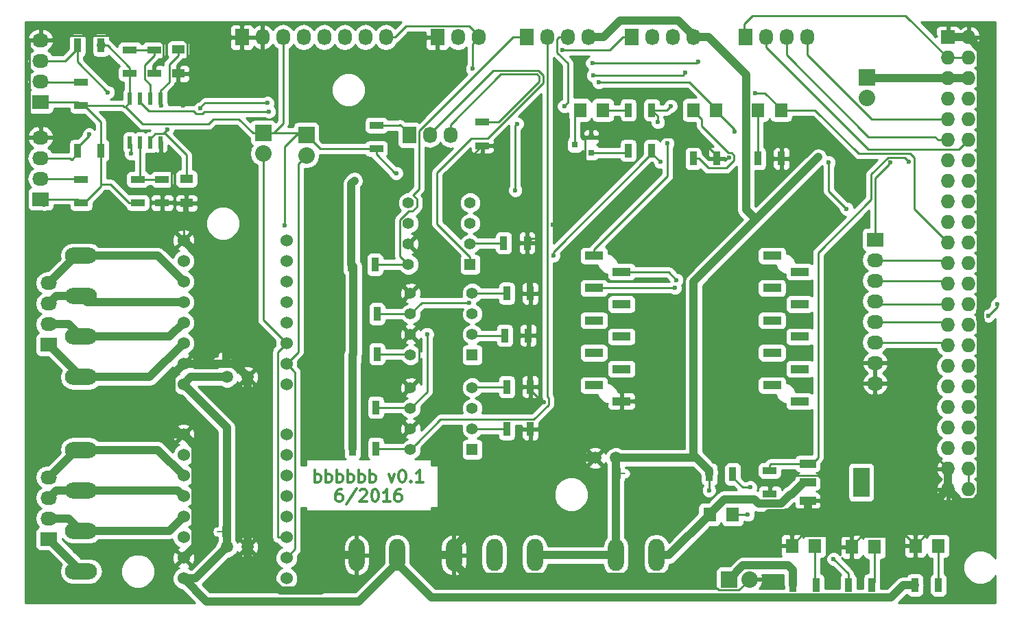
<source format=gbr>
G04 #@! TF.FileFunction,Copper,L1,Top,Signal*
%FSLAX46Y46*%
G04 Gerber Fmt 4.6, Leading zero omitted, Abs format (unit mm)*
G04 Created by KiCad (PCBNEW (2015-06-25 BZR 5821)-product) date Wed 15 Jun 2016 13:51:42 CEST*
%MOMM*%
G01*
G04 APERTURE LIST*
%ADD10C,0.100000*%
%ADD11C,0.300000*%
%ADD12C,0.150000*%
%ADD13R,1.727200X2.032000*%
%ADD14O,1.727200X2.032000*%
%ADD15O,1.981200X3.962400*%
%ADD16C,1.501140*%
%ADD17R,1.597660X1.800860*%
%ADD18R,2.032000X2.032000*%
%ADD19O,2.032000X2.032000*%
%ADD20R,1.727200X1.727200*%
%ADD21O,1.727200X1.727200*%
%ADD22R,0.800100X0.800100*%
%ADD23R,0.900000X1.700000*%
%ADD24R,1.700000X0.900000*%
%ADD25O,3.962400X1.981200*%
%ADD26R,1.397000X1.397000*%
%ADD27C,1.397000*%
%ADD28R,2.032000X1.727200*%
%ADD29O,2.032000X1.727200*%
%ADD30C,1.524000*%
%ADD31R,1.600000X1.000000*%
%ADD32R,2.300000X1.020000*%
%ADD33R,0.600000X1.500000*%
%ADD34R,2.032000X3.657600*%
%ADD35R,2.032000X1.016000*%
%ADD36C,0.600000*%
%ADD37C,1.000000*%
%ADD38C,0.250000*%
%ADD39C,0.254000*%
G04 APERTURE END LIST*
D10*
D11*
X182857143Y-141978571D02*
X182857143Y-140478571D01*
X182857143Y-141050000D02*
X183000000Y-140978571D01*
X183285714Y-140978571D01*
X183428571Y-141050000D01*
X183500000Y-141121429D01*
X183571429Y-141264286D01*
X183571429Y-141692857D01*
X183500000Y-141835714D01*
X183428571Y-141907143D01*
X183285714Y-141978571D01*
X183000000Y-141978571D01*
X182857143Y-141907143D01*
X184214286Y-141978571D02*
X184214286Y-140478571D01*
X184214286Y-141050000D02*
X184357143Y-140978571D01*
X184642857Y-140978571D01*
X184785714Y-141050000D01*
X184857143Y-141121429D01*
X184928572Y-141264286D01*
X184928572Y-141692857D01*
X184857143Y-141835714D01*
X184785714Y-141907143D01*
X184642857Y-141978571D01*
X184357143Y-141978571D01*
X184214286Y-141907143D01*
X185571429Y-141978571D02*
X185571429Y-140478571D01*
X185571429Y-141050000D02*
X185714286Y-140978571D01*
X186000000Y-140978571D01*
X186142857Y-141050000D01*
X186214286Y-141121429D01*
X186285715Y-141264286D01*
X186285715Y-141692857D01*
X186214286Y-141835714D01*
X186142857Y-141907143D01*
X186000000Y-141978571D01*
X185714286Y-141978571D01*
X185571429Y-141907143D01*
X186928572Y-141978571D02*
X186928572Y-140478571D01*
X186928572Y-141050000D02*
X187071429Y-140978571D01*
X187357143Y-140978571D01*
X187500000Y-141050000D01*
X187571429Y-141121429D01*
X187642858Y-141264286D01*
X187642858Y-141692857D01*
X187571429Y-141835714D01*
X187500000Y-141907143D01*
X187357143Y-141978571D01*
X187071429Y-141978571D01*
X186928572Y-141907143D01*
X188285715Y-141978571D02*
X188285715Y-140478571D01*
X188285715Y-141050000D02*
X188428572Y-140978571D01*
X188714286Y-140978571D01*
X188857143Y-141050000D01*
X188928572Y-141121429D01*
X189000001Y-141264286D01*
X189000001Y-141692857D01*
X188928572Y-141835714D01*
X188857143Y-141907143D01*
X188714286Y-141978571D01*
X188428572Y-141978571D01*
X188285715Y-141907143D01*
X189642858Y-141978571D02*
X189642858Y-140478571D01*
X189642858Y-141050000D02*
X189785715Y-140978571D01*
X190071429Y-140978571D01*
X190214286Y-141050000D01*
X190285715Y-141121429D01*
X190357144Y-141264286D01*
X190357144Y-141692857D01*
X190285715Y-141835714D01*
X190214286Y-141907143D01*
X190071429Y-141978571D01*
X189785715Y-141978571D01*
X189642858Y-141907143D01*
X192000001Y-140978571D02*
X192357144Y-141978571D01*
X192714286Y-140978571D01*
X193571429Y-140478571D02*
X193714286Y-140478571D01*
X193857143Y-140550000D01*
X193928572Y-140621429D01*
X194000001Y-140764286D01*
X194071429Y-141050000D01*
X194071429Y-141407143D01*
X194000001Y-141692857D01*
X193928572Y-141835714D01*
X193857143Y-141907143D01*
X193714286Y-141978571D01*
X193571429Y-141978571D01*
X193428572Y-141907143D01*
X193357143Y-141835714D01*
X193285715Y-141692857D01*
X193214286Y-141407143D01*
X193214286Y-141050000D01*
X193285715Y-140764286D01*
X193357143Y-140621429D01*
X193428572Y-140550000D01*
X193571429Y-140478571D01*
X194714286Y-141835714D02*
X194785714Y-141907143D01*
X194714286Y-141978571D01*
X194642857Y-141907143D01*
X194714286Y-141835714D01*
X194714286Y-141978571D01*
X196214286Y-141978571D02*
X195357143Y-141978571D01*
X195785715Y-141978571D02*
X195785715Y-140478571D01*
X195642858Y-140692857D01*
X195500000Y-140835714D01*
X195357143Y-140907143D01*
X186142858Y-142878571D02*
X185857144Y-142878571D01*
X185714287Y-142950000D01*
X185642858Y-143021429D01*
X185500001Y-143235714D01*
X185428572Y-143521429D01*
X185428572Y-144092857D01*
X185500001Y-144235714D01*
X185571429Y-144307143D01*
X185714287Y-144378571D01*
X186000001Y-144378571D01*
X186142858Y-144307143D01*
X186214287Y-144235714D01*
X186285715Y-144092857D01*
X186285715Y-143735714D01*
X186214287Y-143592857D01*
X186142858Y-143521429D01*
X186000001Y-143450000D01*
X185714287Y-143450000D01*
X185571429Y-143521429D01*
X185500001Y-143592857D01*
X185428572Y-143735714D01*
X188000000Y-142807143D02*
X186714286Y-144735714D01*
X188428572Y-143021429D02*
X188500001Y-142950000D01*
X188642858Y-142878571D01*
X189000001Y-142878571D01*
X189142858Y-142950000D01*
X189214287Y-143021429D01*
X189285715Y-143164286D01*
X189285715Y-143307143D01*
X189214287Y-143521429D01*
X188357144Y-144378571D01*
X189285715Y-144378571D01*
X190214286Y-142878571D02*
X190357143Y-142878571D01*
X190500000Y-142950000D01*
X190571429Y-143021429D01*
X190642858Y-143164286D01*
X190714286Y-143450000D01*
X190714286Y-143807143D01*
X190642858Y-144092857D01*
X190571429Y-144235714D01*
X190500000Y-144307143D01*
X190357143Y-144378571D01*
X190214286Y-144378571D01*
X190071429Y-144307143D01*
X190000000Y-144235714D01*
X189928572Y-144092857D01*
X189857143Y-143807143D01*
X189857143Y-143450000D01*
X189928572Y-143164286D01*
X190000000Y-143021429D01*
X190071429Y-142950000D01*
X190214286Y-142878571D01*
X192142857Y-144378571D02*
X191285714Y-144378571D01*
X191714286Y-144378571D02*
X191714286Y-142878571D01*
X191571429Y-143092857D01*
X191428571Y-143235714D01*
X191285714Y-143307143D01*
X193428571Y-142878571D02*
X193142857Y-142878571D01*
X193000000Y-142950000D01*
X192928571Y-143021429D01*
X192785714Y-143235714D01*
X192714285Y-143521429D01*
X192714285Y-144092857D01*
X192785714Y-144235714D01*
X192857142Y-144307143D01*
X193000000Y-144378571D01*
X193285714Y-144378571D01*
X193428571Y-144307143D01*
X193500000Y-144235714D01*
X193571428Y-144092857D01*
X193571428Y-143735714D01*
X193500000Y-143592857D01*
X193428571Y-143521429D01*
X193285714Y-143450000D01*
X193000000Y-143450000D01*
X192857142Y-143521429D01*
X192785714Y-143592857D01*
X192714285Y-143735714D01*
D12*
X171492000Y-147460000D02*
X171492000Y-148730000D01*
X170857000Y-148095000D02*
X172000000Y-148095000D01*
X171492000Y-126460000D02*
X171492000Y-127730000D01*
X170857000Y-127095000D02*
X172000000Y-127095000D01*
X220508000Y-141540000D02*
X220508000Y-140270000D01*
X221143000Y-140905000D02*
X220000000Y-140905000D01*
D13*
X173840000Y-87000000D03*
D14*
X176380000Y-87000000D03*
X178920000Y-87000000D03*
X181460000Y-87000000D03*
X184000000Y-87000000D03*
X186540000Y-87000000D03*
X189080000Y-87000000D03*
X191620000Y-87000000D03*
D15*
X200000000Y-151000000D03*
X205000000Y-151000000D03*
X210000000Y-151000000D03*
X188000000Y-151000000D03*
X193000000Y-151000000D03*
D13*
X236000000Y-87000000D03*
D14*
X238540000Y-87000000D03*
X241080000Y-87000000D03*
X243620000Y-87000000D03*
D16*
X174540000Y-150000000D03*
X172000000Y-150000000D03*
X174540000Y-129000000D03*
X172000000Y-129000000D03*
D17*
X259817860Y-149876000D03*
X256978140Y-149876000D03*
X244577860Y-149876000D03*
X241738140Y-149876000D03*
X251943860Y-150003000D03*
X249104140Y-150003000D03*
X234419860Y-146000000D03*
X231580140Y-146000000D03*
X218419860Y-96000000D03*
X215580140Y-96000000D03*
X240419860Y-96000000D03*
X237580140Y-96000000D03*
X232419860Y-96000000D03*
X229580140Y-96000000D03*
D18*
X234000000Y-154000000D03*
D19*
X236540000Y-154000000D03*
D18*
X181802000Y-99076000D03*
D19*
X181802000Y-101616000D03*
D18*
X176468000Y-98822000D03*
D19*
X176468000Y-101362000D03*
D15*
X220000000Y-151000000D03*
X225000000Y-151000000D03*
D13*
X194502000Y-99076000D03*
D14*
X197042000Y-99076000D03*
X199582000Y-99076000D03*
D20*
X261000000Y-87000000D03*
D21*
X263540000Y-87000000D03*
X261000000Y-89540000D03*
X263540000Y-89540000D03*
X261000000Y-92080000D03*
X263540000Y-92080000D03*
X261000000Y-94620000D03*
X263540000Y-94620000D03*
X261000000Y-97160000D03*
X263540000Y-97160000D03*
X261000000Y-99700000D03*
X263540000Y-99700000D03*
X261000000Y-102240000D03*
X263540000Y-102240000D03*
X261000000Y-104780000D03*
X263540000Y-104780000D03*
X261000000Y-107320000D03*
X263540000Y-107320000D03*
X261000000Y-109860000D03*
X263540000Y-109860000D03*
X261000000Y-112400000D03*
X263540000Y-112400000D03*
X261000000Y-114940000D03*
X263540000Y-114940000D03*
X261000000Y-117480000D03*
X263540000Y-117480000D03*
X261000000Y-120020000D03*
X263540000Y-120020000D03*
X261000000Y-122560000D03*
X263540000Y-122560000D03*
X261000000Y-125100000D03*
X263540000Y-125100000D03*
X261000000Y-127640000D03*
X263540000Y-127640000D03*
X261000000Y-130180000D03*
X263540000Y-130180000D03*
X261000000Y-132720000D03*
X263540000Y-132720000D03*
X261000000Y-135260000D03*
X263540000Y-135260000D03*
X261000000Y-137800000D03*
X263540000Y-137800000D03*
X261000000Y-140340000D03*
X263540000Y-140340000D03*
X261000000Y-142880000D03*
X263540000Y-142880000D03*
D22*
X216965760Y-101248000D03*
X216965760Y-99348000D03*
X214966780Y-100298000D03*
D23*
X231550000Y-141000000D03*
X234450000Y-141000000D03*
X256948000Y-154702000D03*
X259848000Y-154702000D03*
X241835000Y-154702000D03*
X244735000Y-154702000D03*
X248693000Y-154702000D03*
X251593000Y-154702000D03*
X221550000Y-101000000D03*
X224450000Y-101000000D03*
X206163000Y-112427000D03*
X209063000Y-112427000D03*
X206544000Y-135414000D03*
X209444000Y-135414000D03*
X206544000Y-130207000D03*
X209444000Y-130207000D03*
D24*
X154000000Y-92550000D03*
X154000000Y-95450000D03*
X154000000Y-104550000D03*
X154000000Y-107450000D03*
D23*
X153550000Y-88000000D03*
X156450000Y-88000000D03*
X153550000Y-101000000D03*
X156450000Y-101000000D03*
X206290000Y-123857000D03*
X209190000Y-123857000D03*
X206544000Y-118650000D03*
X209444000Y-118650000D03*
X187367000Y-115094000D03*
X190267000Y-115094000D03*
X187494000Y-137827000D03*
X190394000Y-137827000D03*
X187494000Y-132747000D03*
X190394000Y-132747000D03*
X187621000Y-126143000D03*
X190521000Y-126143000D03*
X187621000Y-121190000D03*
X190521000Y-121190000D03*
X224450000Y-96000000D03*
X221550000Y-96000000D03*
D24*
X239000000Y-140550000D03*
X239000000Y-143450000D03*
X161000000Y-107450000D03*
X161000000Y-104550000D03*
X164000000Y-104550000D03*
X164000000Y-107450000D03*
X160000000Y-91450000D03*
X160000000Y-88550000D03*
X163000000Y-88550000D03*
X163000000Y-91450000D03*
X190438000Y-97880000D03*
X190438000Y-100780000D03*
X203519000Y-97499000D03*
X203519000Y-100399000D03*
D13*
X198000000Y-87000000D03*
D14*
X200540000Y-87000000D03*
X203080000Y-87000000D03*
D25*
X154000000Y-153000000D03*
X154000000Y-148000000D03*
X154000000Y-138000000D03*
X154000000Y-143000000D03*
X154000000Y-129000000D03*
X154000000Y-124000000D03*
X154000000Y-114000000D03*
X154000000Y-119000000D03*
D26*
X202025000Y-115094000D03*
D27*
X202025000Y-112554000D03*
X202025000Y-110014000D03*
X202025000Y-107474000D03*
X194405000Y-107474000D03*
X194405000Y-110014000D03*
X194405000Y-112554000D03*
X194405000Y-115094000D03*
D26*
X202279000Y-137954000D03*
D27*
X202279000Y-135414000D03*
X202279000Y-132874000D03*
X202279000Y-130334000D03*
X194659000Y-130334000D03*
X194659000Y-132874000D03*
X194659000Y-135414000D03*
X194659000Y-137954000D03*
D26*
X202279000Y-126270000D03*
D27*
X202279000Y-123730000D03*
X202279000Y-121190000D03*
X202279000Y-118650000D03*
X194659000Y-118650000D03*
X194659000Y-121190000D03*
X194659000Y-123730000D03*
X194659000Y-126270000D03*
D28*
X149000000Y-95000000D03*
D29*
X149000000Y-92460000D03*
X149000000Y-89920000D03*
X149000000Y-87380000D03*
D28*
X149000000Y-107000000D03*
D29*
X149000000Y-104460000D03*
X149000000Y-101920000D03*
X149000000Y-99380000D03*
D13*
X209000000Y-87000000D03*
D14*
X211540000Y-87000000D03*
X214080000Y-87000000D03*
X216620000Y-87000000D03*
D13*
X222000000Y-87000000D03*
D14*
X224540000Y-87000000D03*
X227080000Y-87000000D03*
X229620000Y-87000000D03*
D23*
X237550000Y-102000000D03*
X240450000Y-102000000D03*
X229550000Y-102000000D03*
X232450000Y-102000000D03*
D30*
X179350000Y-153890000D03*
X179350000Y-151350000D03*
X179350000Y-148810000D03*
X179350000Y-146270000D03*
X179350000Y-143730000D03*
X179350000Y-141190000D03*
X179350000Y-138650000D03*
X179350000Y-136110000D03*
X166650000Y-136110000D03*
X166650000Y-138650000D03*
X166650000Y-141190000D03*
X166650000Y-143730000D03*
X166650000Y-146270000D03*
X166650000Y-148810000D03*
X166650000Y-151350000D03*
X166650000Y-153890000D03*
X179350000Y-129890000D03*
X179350000Y-127350000D03*
X179350000Y-124810000D03*
X179350000Y-122270000D03*
X179350000Y-119730000D03*
X179350000Y-117190000D03*
X179350000Y-114650000D03*
X179350000Y-112110000D03*
X166650000Y-112110000D03*
X166650000Y-114650000D03*
X166650000Y-117190000D03*
X166650000Y-119730000D03*
X166650000Y-122270000D03*
X166650000Y-124810000D03*
X166650000Y-127350000D03*
X166650000Y-129890000D03*
D31*
X167000000Y-107500000D03*
X167000000Y-104500000D03*
X166000000Y-91500000D03*
X166000000Y-88500000D03*
D32*
X242700000Y-116000000D03*
X239300000Y-114000000D03*
X217300000Y-114000000D03*
X220700000Y-116000000D03*
X220700000Y-120000000D03*
X220700000Y-124000000D03*
X220700000Y-128000000D03*
X220700000Y-132000000D03*
X217300000Y-118000000D03*
X217300000Y-122000000D03*
X217300000Y-126000000D03*
X217300000Y-130000000D03*
X239300000Y-118000000D03*
X239300000Y-122000000D03*
X239300000Y-126000000D03*
X239300000Y-130000000D03*
X242700000Y-120000000D03*
X242700000Y-124000000D03*
X242700000Y-128000000D03*
X242700000Y-132000000D03*
D33*
X160000000Y-100000000D03*
X161270000Y-100000000D03*
X162540000Y-100000000D03*
X163810000Y-100000000D03*
X163810000Y-94600000D03*
X162540000Y-94600000D03*
X161270000Y-94600000D03*
X160000000Y-94600000D03*
D16*
X217460000Y-139000000D03*
X220000000Y-139000000D03*
D18*
X251000000Y-92000000D03*
D19*
X251000000Y-94540000D03*
D28*
X252000000Y-112000000D03*
D29*
X252000000Y-114540000D03*
X252000000Y-117080000D03*
X252000000Y-119620000D03*
X252000000Y-122160000D03*
X252000000Y-124700000D03*
X252000000Y-127240000D03*
X252000000Y-129780000D03*
D34*
X250302000Y-142000000D03*
D35*
X243698000Y-142000000D03*
X243698000Y-144286000D03*
X243698000Y-139714000D03*
D28*
X150000000Y-149000000D03*
D29*
X150000000Y-146460000D03*
X150000000Y-143920000D03*
X150000000Y-141380000D03*
D28*
X150000000Y-125000000D03*
D29*
X150000000Y-122460000D03*
X150000000Y-119920000D03*
X150000000Y-117380000D03*
D36*
X240400000Y-99700000D03*
X234000000Y-101900000D03*
X210300000Y-111900000D03*
X212200000Y-110200000D03*
X202000000Y-102000000D03*
X166600000Y-95474980D03*
X210900000Y-135400000D03*
X211100000Y-132100000D03*
X165200000Y-101000000D03*
X253922576Y-102474980D03*
X230200000Y-90000000D03*
X217100000Y-90200000D03*
X192900000Y-103800000D03*
X225200000Y-97500000D03*
X226400000Y-100100000D03*
X226800000Y-95500000D03*
X179100000Y-110300000D03*
X266000000Y-121400000D03*
X267100000Y-120000000D03*
X202300000Y-90900000D03*
X207800000Y-97700000D03*
X207600000Y-105900000D03*
X187741956Y-104741956D03*
X231500000Y-143000000D03*
X246900000Y-151500000D03*
X245000000Y-101800000D03*
X236300000Y-146000000D03*
X236600000Y-142600000D03*
X225500000Y-102400000D03*
X212300000Y-114000000D03*
X256200000Y-102400000D03*
X228600000Y-91400000D03*
X160200000Y-101400000D03*
X168700000Y-95800000D03*
X177000000Y-95100000D03*
X217200000Y-91700000D03*
X237200000Y-93900000D03*
X246300000Y-102474980D03*
X248500000Y-108200000D03*
X234700000Y-98700000D03*
X217900000Y-92600000D03*
X177200000Y-96200000D03*
X213400000Y-88600000D03*
X213628365Y-95528365D03*
X196700000Y-123700000D03*
X201925003Y-119795040D03*
X227300000Y-118000000D03*
X227500000Y-117000000D03*
X164653830Y-98375030D03*
X157300000Y-93800000D03*
X163920443Y-95474980D03*
X155000000Y-99000000D03*
D37*
X188009400Y-147000000D02*
X194009400Y-147000000D01*
X194009400Y-147000000D02*
X198009400Y-151000000D01*
X185000000Y-150009400D02*
X188009400Y-147000000D01*
X188000000Y-151000000D02*
X185990600Y-151000000D01*
X185990600Y-151000000D02*
X185000000Y-150009400D01*
X174540000Y-151243762D02*
X174540000Y-151061466D01*
X174540000Y-151061466D02*
X174540000Y-150000000D01*
X185000000Y-150009400D02*
X185000000Y-153981200D01*
X185000000Y-153981200D02*
X183629199Y-155352001D01*
X183629199Y-155352001D02*
X178648239Y-155352001D01*
X178648239Y-155352001D02*
X174540000Y-151243762D01*
D38*
X240400000Y-99700000D02*
X240400000Y-101950000D01*
X240400000Y-101950000D02*
X240450000Y-102000000D01*
X232450000Y-102000000D02*
X233900000Y-102000000D01*
X233900000Y-102000000D02*
X234000000Y-101900000D01*
X210300000Y-111900000D02*
X209590000Y-111900000D01*
X209590000Y-111900000D02*
X209063000Y-112427000D01*
X216965760Y-99348000D02*
X216315710Y-99348000D01*
X216315710Y-99348000D02*
X216240709Y-99423001D01*
X216240709Y-99423001D02*
X216240709Y-106159291D01*
X216240709Y-106159291D02*
X212200000Y-110200000D01*
X202000000Y-102000000D02*
X202000000Y-101918000D01*
X202000000Y-101918000D02*
X203519000Y-100399000D01*
D37*
X264290529Y-144443601D02*
X262563601Y-144443601D01*
X265103601Y-121983603D02*
X265103601Y-143630529D01*
X264999999Y-121880001D02*
X265103601Y-121983603D01*
X263540000Y-87000000D02*
X265103601Y-88563601D01*
X265103601Y-143630529D02*
X264290529Y-144443601D01*
X265103601Y-88563601D02*
X265103601Y-120770529D01*
X261863599Y-143743599D02*
X261000000Y-142880000D01*
X264999999Y-120874131D02*
X264999999Y-121880001D01*
X262563601Y-144443601D02*
X261863599Y-143743599D01*
X265103601Y-120770529D02*
X264999999Y-120874131D01*
D38*
X166000000Y-91500000D02*
X166000000Y-94874980D01*
X166000000Y-94874980D02*
X166300001Y-95174981D01*
X166300001Y-95174981D02*
X166600000Y-95474980D01*
X203519000Y-100399000D02*
X203519000Y-107583000D01*
X203519000Y-107583000D02*
X208363000Y-112427000D01*
X208363000Y-112427000D02*
X209063000Y-112427000D01*
X210900000Y-135400000D02*
X209458000Y-135400000D01*
X209458000Y-135400000D02*
X209444000Y-135414000D01*
X209444000Y-130207000D02*
X209444000Y-130607000D01*
X209444000Y-130607000D02*
X210937000Y-132100000D01*
X210937000Y-132100000D02*
X211100000Y-132100000D01*
X209063000Y-112427000D02*
X209063000Y-118269000D01*
X209063000Y-118269000D02*
X209444000Y-118650000D01*
X209444000Y-118650000D02*
X209444000Y-123603000D01*
X209444000Y-123603000D02*
X209190000Y-123857000D01*
X209190000Y-123857000D02*
X209190000Y-129953000D01*
X209190000Y-129953000D02*
X209444000Y-130207000D01*
D37*
X243354734Y-145700000D02*
X247020326Y-145700000D01*
X247020326Y-145700000D02*
X258180000Y-145700000D01*
D38*
X239000000Y-142750000D02*
X240583001Y-141166999D01*
X239000000Y-143450000D02*
X239000000Y-142750000D01*
X240583001Y-141166999D02*
X244974001Y-141166999D01*
X244974001Y-141166999D02*
X247020326Y-143213324D01*
X247020326Y-143213324D02*
X247020326Y-145700000D01*
X236540000Y-154000000D02*
X235198999Y-155341001D01*
X235198999Y-155341001D02*
X232686579Y-155341001D01*
X232686579Y-155341001D02*
X231026788Y-153681210D01*
X194659000Y-123730000D02*
X195682501Y-124753501D01*
X195682501Y-124753501D02*
X195682501Y-129310499D01*
X195682501Y-129310499D02*
X195357499Y-129635501D01*
X195357499Y-129635501D02*
X194659000Y-130334000D01*
X209444000Y-137344000D02*
X211009400Y-138909400D01*
X211009400Y-138909400D02*
X211009400Y-139000000D01*
X209444000Y-135414000D02*
X209444000Y-137344000D01*
D37*
X241007072Y-145700000D02*
X243354734Y-145700000D01*
X243698000Y-144286000D02*
X243698000Y-145356734D01*
X243698000Y-145356734D02*
X243354734Y-145700000D01*
X258180000Y-145700000D02*
X261000000Y-142880000D01*
X201690610Y-153681210D02*
X231026788Y-153681210D01*
X240907061Y-145800011D02*
X241007072Y-145700000D01*
X231026788Y-153681210D02*
X238907987Y-145800011D01*
X200000000Y-151000000D02*
X200000000Y-151990600D01*
X200000000Y-151990600D02*
X201690610Y-153681210D01*
X238907987Y-145800011D02*
X240907061Y-145800011D01*
X261000000Y-140340000D02*
X261000000Y-142880000D01*
X261000000Y-87000000D02*
X263540000Y-87000000D01*
D38*
X238600000Y-143450000D02*
X239000000Y-143450000D01*
D37*
X166650000Y-127350000D02*
X171968497Y-127350000D01*
X166650000Y-112110000D02*
X171968497Y-117428497D01*
X171968497Y-127350000D02*
X172890000Y-127350000D01*
X171968497Y-117428497D02*
X171968497Y-127350000D01*
X166650000Y-151350000D02*
X168112001Y-149887999D01*
X168112001Y-149887999D02*
X168112001Y-137572001D01*
X168112001Y-137572001D02*
X167411999Y-136871999D01*
X167411999Y-136871999D02*
X166650000Y-136110000D01*
X166650000Y-136110000D02*
X165572370Y-136110000D01*
X165572370Y-136110000D02*
X165187999Y-135725629D01*
X165187999Y-135725629D02*
X165187999Y-128812001D01*
X165187999Y-128812001D02*
X165888001Y-128111999D01*
X165888001Y-128111999D02*
X166650000Y-127350000D01*
X172890000Y-127350000D02*
X174540000Y-129000000D01*
X174540000Y-150000000D02*
X174540000Y-129000000D01*
X198009400Y-151000000D02*
X200000000Y-151000000D01*
X217460000Y-139000000D02*
X211009400Y-139000000D01*
X211009400Y-139000000D02*
X200000000Y-150009400D01*
X200000000Y-150009400D02*
X200000000Y-151000000D01*
D38*
X256978140Y-149876000D02*
X256978140Y-149774400D01*
X256978140Y-149774400D02*
X255929310Y-148725570D01*
X255929310Y-148725570D02*
X250279970Y-148725570D01*
X250279970Y-148725570D02*
X249104140Y-149901400D01*
X249104140Y-149901400D02*
X249104140Y-150003000D01*
X249104140Y-150003000D02*
X249104140Y-148852570D01*
X249104140Y-148852570D02*
X248902139Y-148650569D01*
X248902139Y-148650569D02*
X242861971Y-148650569D01*
X241738140Y-149774400D02*
X241738140Y-149876000D01*
X242861971Y-148650569D02*
X241738140Y-149774400D01*
X261000000Y-142880000D02*
X261000000Y-145854140D01*
X261000000Y-145854140D02*
X258128570Y-148725570D01*
X258128570Y-148725570D02*
X258026970Y-148725570D01*
X258026970Y-148725570D02*
X256978140Y-149774400D01*
X252000000Y-129780000D02*
X252000000Y-131340000D01*
X252000000Y-131340000D02*
X261000000Y-140340000D01*
X252000000Y-127240000D02*
X252000000Y-128353600D01*
X252000000Y-128353600D02*
X252000000Y-129780000D01*
X220700000Y-132000000D02*
X220700000Y-135760000D01*
X220700000Y-135760000D02*
X217460000Y-139000000D01*
X165175001Y-102365001D02*
X164381023Y-101571023D01*
X164381023Y-101571023D02*
X163810000Y-101000000D01*
X164628977Y-101571023D02*
X164381023Y-101571023D01*
X165200000Y-101000000D02*
X164628977Y-101571023D01*
X149000000Y-87380000D02*
X147734000Y-87380000D01*
X149000000Y-98266400D02*
X149000000Y-99380000D01*
X147734000Y-87380000D02*
X147658999Y-87455001D01*
X147658999Y-87455001D02*
X147658999Y-96925399D01*
X147658999Y-96925399D02*
X149000000Y-98266400D01*
X173840000Y-87000000D02*
X167865000Y-87000000D01*
X167865000Y-87000000D02*
X167125001Y-87739999D01*
X176380000Y-87000000D02*
X173840000Y-87000000D01*
X166000000Y-91500000D02*
X166000000Y-90750000D01*
X166000000Y-90750000D02*
X167125001Y-89624999D01*
X167125001Y-89624999D02*
X167125001Y-87739999D01*
X167125001Y-87739999D02*
X166210001Y-86824999D01*
X166210001Y-86824999D02*
X163160001Y-86824999D01*
X149000000Y-87380000D02*
X150266000Y-87380000D01*
X150266000Y-87380000D02*
X150821001Y-86824999D01*
X150821001Y-86824999D02*
X163160001Y-86824999D01*
X163160001Y-86824999D02*
X164175001Y-87839999D01*
X164175001Y-87839999D02*
X164175001Y-89574999D01*
X164175001Y-89574999D02*
X163000000Y-90750000D01*
X163000000Y-90750000D02*
X163000000Y-91450000D01*
X216965760Y-99348000D02*
X230198000Y-99348000D01*
X230198000Y-99348000D02*
X232450000Y-101600000D01*
X232450000Y-101600000D02*
X232450000Y-102000000D01*
X164000000Y-107450000D02*
X164000000Y-106750000D01*
X164000000Y-106750000D02*
X165175001Y-105574999D01*
X165175001Y-105574999D02*
X165175001Y-102365001D01*
X163810000Y-101000000D02*
X163810000Y-100000000D01*
X166550000Y-107450000D02*
X166600000Y-107500000D01*
X166600000Y-107500000D02*
X167000000Y-107500000D01*
X164000000Y-107450000D02*
X166550000Y-107450000D01*
X167000000Y-107500000D02*
X166700000Y-107500000D01*
X166700000Y-107500000D02*
X166650000Y-107550000D01*
X166650000Y-107550000D02*
X166650000Y-111032370D01*
X166650000Y-111032370D02*
X166650000Y-112110000D01*
X252000000Y-112000000D02*
X252000000Y-104397556D01*
X252000000Y-104397556D02*
X253622577Y-102774979D01*
X253622577Y-102774979D02*
X253922576Y-102474980D01*
X217100000Y-90200000D02*
X230000000Y-90200000D01*
X230000000Y-90200000D02*
X230200000Y-90000000D01*
X190438000Y-100780000D02*
X190438000Y-101480000D01*
X190438000Y-101480000D02*
X192758000Y-103800000D01*
X192758000Y-103800000D02*
X192900000Y-103800000D01*
X225200000Y-97500000D02*
X225200000Y-96750000D01*
X225200000Y-96750000D02*
X224450000Y-96000000D01*
X217300000Y-114000000D02*
X217300000Y-113240000D01*
X217300000Y-113240000D02*
X226400000Y-104140000D01*
X226400000Y-104140000D02*
X226400000Y-100100000D01*
X226800000Y-95500000D02*
X226300000Y-96000000D01*
X226300000Y-96000000D02*
X224450000Y-96000000D01*
X173480000Y-97100000D02*
X170336410Y-97100000D01*
X169686400Y-97750010D02*
X161600010Y-97750010D01*
X176468000Y-98822000D02*
X175202000Y-98822000D01*
X175202000Y-98822000D02*
X173480000Y-97100000D01*
X170336410Y-97100000D02*
X169686400Y-97750010D01*
X161600010Y-97750010D02*
X159450000Y-95600000D01*
X178920000Y-87000000D02*
X178920000Y-97636000D01*
X178920000Y-97636000D02*
X177734000Y-98822000D01*
X177734000Y-98822000D02*
X176468000Y-98822000D01*
X176468000Y-98822000D02*
X181548000Y-98822000D01*
X181548000Y-98822000D02*
X181802000Y-99076000D01*
X179100000Y-110300000D02*
X179100000Y-100512000D01*
X179100000Y-100512000D02*
X180536000Y-99076000D01*
X180536000Y-99076000D02*
X181802000Y-99076000D01*
X236874963Y-84308960D02*
X235838571Y-85345352D01*
X255768960Y-84308960D02*
X236874963Y-84308960D01*
X261000000Y-89540000D02*
X255768960Y-84308960D01*
X235838571Y-85345352D02*
X235838571Y-86838571D01*
X235838571Y-86838571D02*
X236000000Y-87000000D01*
X263540000Y-89540000D02*
X262318686Y-89540000D01*
X262318686Y-89540000D02*
X261000000Y-89540000D01*
X190438000Y-100780000D02*
X183506000Y-100780000D01*
X183506000Y-100780000D02*
X181802000Y-99076000D01*
X156450000Y-101000000D02*
X156450000Y-105201303D01*
X156450000Y-105201303D02*
X156450000Y-105400000D01*
X161000000Y-107450000D02*
X159900000Y-107450000D01*
X157651303Y-105201303D02*
X156450000Y-105201303D01*
X159900000Y-107450000D02*
X157651303Y-105201303D01*
X156450000Y-105400000D02*
X154400000Y-107450000D01*
X154400000Y-107450000D02*
X154000000Y-107450000D01*
X149000000Y-107000000D02*
X153550000Y-107000000D01*
X153550000Y-107000000D02*
X154000000Y-107450000D01*
X156450000Y-101000000D02*
X156450000Y-97500000D01*
X156450000Y-97500000D02*
X154400000Y-95450000D01*
X154400000Y-95450000D02*
X154000000Y-95450000D01*
X160000000Y-91450000D02*
X160000000Y-92150000D01*
X160000000Y-92150000D02*
X160000000Y-94600000D01*
X160000000Y-91450000D02*
X160000000Y-90750000D01*
X160000000Y-90750000D02*
X157250000Y-88000000D01*
X157250000Y-88000000D02*
X157150000Y-88000000D01*
X157150000Y-88000000D02*
X156450000Y-88000000D01*
X154000000Y-95450000D02*
X159150000Y-95450000D01*
X159150000Y-95450000D02*
X159300000Y-95600000D01*
X159300000Y-95600000D02*
X159450000Y-95600000D01*
X159450000Y-95600000D02*
X160000000Y-95050000D01*
X160000000Y-95050000D02*
X160000000Y-94600000D01*
X149000000Y-95000000D02*
X153550000Y-95000000D01*
X153550000Y-95000000D02*
X154000000Y-95450000D01*
D37*
X156450000Y-88000000D02*
X156550000Y-88000000D01*
X149450000Y-107450000D02*
X149000000Y-107000000D01*
X241835000Y-154702000D02*
X241835000Y-152852000D01*
X241835000Y-152852000D02*
X241266999Y-152283999D01*
X241266999Y-152283999D02*
X235716001Y-152283999D01*
X235716001Y-152283999D02*
X234000000Y-154000000D01*
D38*
X267100000Y-120000000D02*
X267100000Y-120300000D01*
X267100000Y-120300000D02*
X266000000Y-121400000D01*
X202300000Y-90900000D02*
X202300000Y-87780000D01*
X202300000Y-87780000D02*
X203080000Y-87000000D01*
X207600000Y-105900000D02*
X207600000Y-97900000D01*
X207600000Y-97900000D02*
X207800000Y-97700000D01*
X203080000Y-87000000D02*
X203080000Y-86847600D01*
X203080000Y-86847600D02*
X201891399Y-85658999D01*
X201891399Y-85658999D02*
X194074601Y-85658999D01*
X194074601Y-85658999D02*
X192733600Y-87000000D01*
X192733600Y-87000000D02*
X191620000Y-87000000D01*
D37*
X187367000Y-105116912D02*
X187441957Y-105041955D01*
X187367000Y-115094000D02*
X187367000Y-105116912D01*
X187441957Y-105041955D02*
X187741956Y-104741956D01*
D38*
X231500000Y-143000000D02*
X231500000Y-141050000D01*
X231500000Y-141050000D02*
X231550000Y-141000000D01*
X248693000Y-154702000D02*
X248693000Y-153293000D01*
X248693000Y-153293000D02*
X246900000Y-151500000D01*
D37*
X245000000Y-101800000D02*
X237280911Y-109519089D01*
X237280911Y-109519089D02*
X229600000Y-117200000D01*
X229620000Y-87000000D02*
X231483600Y-87000000D01*
X231483600Y-87000000D02*
X236081309Y-91597709D01*
X236081309Y-91597709D02*
X236081309Y-108319487D01*
X236081309Y-108319487D02*
X237280911Y-109519089D01*
X216620000Y-87000000D02*
X218483600Y-87000000D01*
X218483600Y-87000000D02*
X220499600Y-84984000D01*
X220499600Y-84984000D02*
X227756400Y-84984000D01*
X229620000Y-86847600D02*
X229620000Y-87000000D01*
X227756400Y-84984000D02*
X229620000Y-86847600D01*
X229600000Y-117200000D02*
X229600000Y-138650000D01*
X229600000Y-138650000D02*
X229950000Y-139000000D01*
X210000000Y-151000000D02*
X220000000Y-151000000D01*
X220000000Y-139000000D02*
X229950000Y-139000000D01*
X229950000Y-139000000D02*
X231550000Y-140600000D01*
X231550000Y-140600000D02*
X231550000Y-141000000D01*
X220000000Y-151000000D02*
X220000000Y-148018800D01*
X220000000Y-148018800D02*
X220000000Y-139000000D01*
X187621000Y-121190000D02*
X187621000Y-115348000D01*
X187621000Y-115348000D02*
X187367000Y-115094000D01*
X187621000Y-126143000D02*
X187621000Y-121190000D01*
X187494000Y-132747000D02*
X187494000Y-126270000D01*
X187494000Y-126270000D02*
X187621000Y-126143000D01*
X187494000Y-137827000D02*
X187494000Y-132747000D01*
X185290600Y-156700000D02*
X188290600Y-156700000D01*
X188290600Y-156700000D02*
X193000000Y-151990600D01*
X193000000Y-151990600D02*
X193000000Y-151000000D01*
X197242601Y-156252001D02*
X197242601Y-156233201D01*
X197242601Y-156233201D02*
X193000000Y-151990600D01*
X185290600Y-156700000D02*
X169460000Y-156700000D01*
X169460000Y-156700000D02*
X166650000Y-153890000D01*
X256948000Y-154702000D02*
X255498000Y-154702000D01*
X255498000Y-154702000D02*
X253947999Y-156252001D01*
X253947999Y-156252001D02*
X197242601Y-156252001D01*
X172000000Y-129000000D02*
X167540000Y-129000000D01*
X167540000Y-129000000D02*
X166650000Y-129890000D01*
X166650000Y-153890000D02*
X168110000Y-153890000D01*
X168110000Y-153890000D02*
X172000000Y-150000000D01*
X166650000Y-129890000D02*
X172000000Y-135240000D01*
X172000000Y-135240000D02*
X172000000Y-150000000D01*
D38*
X238540000Y-87000000D02*
X238540000Y-88266000D01*
X238540000Y-88266000D02*
X251162601Y-100888601D01*
X251162601Y-100888601D02*
X262351399Y-100888601D01*
X262351399Y-100888601D02*
X262676401Y-100563599D01*
X262676401Y-100563599D02*
X263540000Y-99700000D01*
X251200000Y-99300000D02*
X241080000Y-89180000D01*
X241080000Y-89180000D02*
X241080000Y-87000000D01*
X259378686Y-99300000D02*
X251200000Y-99300000D01*
X261000000Y-99700000D02*
X259778686Y-99700000D01*
X259778686Y-99700000D02*
X259378686Y-99300000D01*
X243620000Y-89144682D02*
X243620000Y-87000000D01*
X261000000Y-97160000D02*
X251635318Y-97160000D01*
X251635318Y-97160000D02*
X243620000Y-89144682D01*
X259817860Y-149876000D02*
X259817860Y-154671860D01*
X259817860Y-154671860D02*
X259848000Y-154702000D01*
X244577860Y-149876000D02*
X244577860Y-154544860D01*
X244577860Y-154544860D02*
X244735000Y-154702000D01*
X251943860Y-150003000D02*
X251943860Y-154351140D01*
X251943860Y-154351140D02*
X251593000Y-154702000D01*
X236300000Y-146000000D02*
X234419860Y-146000000D01*
X234450000Y-141000000D02*
X234450000Y-141400000D01*
X234450000Y-141400000D02*
X235650000Y-142600000D01*
X235650000Y-142600000D02*
X236600000Y-142600000D01*
D37*
X241502002Y-143508000D02*
X241682000Y-143508000D01*
X240410001Y-144600001D02*
X241502002Y-143508000D01*
X237089568Y-144099570D02*
X237589999Y-144600001D01*
X233378970Y-144099570D02*
X237089568Y-144099570D01*
X231580140Y-146000000D02*
X231580140Y-145898400D01*
X243190000Y-142000000D02*
X243698000Y-142000000D01*
X237589999Y-144600001D02*
X240410001Y-144600001D01*
X241682000Y-143508000D02*
X243190000Y-142000000D01*
X231580140Y-145898400D02*
X233378970Y-144099570D01*
X225000000Y-151000000D02*
X226580140Y-151000000D01*
X226580140Y-151000000D02*
X231580140Y-146000000D01*
D38*
X218419860Y-96000000D02*
X221550000Y-96000000D01*
X214966780Y-100298000D02*
X214966780Y-96613360D01*
X214966780Y-96613360D02*
X215580140Y-96000000D01*
X237580140Y-96000000D02*
X237580140Y-101969860D01*
X237580140Y-101969860D02*
X237550000Y-102000000D01*
X230250000Y-102000000D02*
X229550000Y-102000000D01*
X233650001Y-103175001D02*
X231425001Y-103175001D01*
X234625001Y-102200001D02*
X233650001Y-103175001D01*
X234300001Y-101274999D02*
X234625001Y-101599999D01*
X233911409Y-101274999D02*
X234300001Y-101274999D01*
X230628970Y-97992560D02*
X233911409Y-101274999D01*
X230628970Y-97150430D02*
X230628970Y-97992560D01*
X231425001Y-103175001D02*
X230250000Y-102000000D01*
X229580140Y-96101600D02*
X230628970Y-97150430D01*
X229580140Y-96000000D02*
X229580140Y-96101600D01*
X234625001Y-101599999D02*
X234625001Y-102200001D01*
X190438000Y-97880000D02*
X193306000Y-97880000D01*
X193306000Y-97880000D02*
X193376000Y-97810000D01*
X193376000Y-97810000D02*
X193388400Y-97810000D01*
X193388400Y-97810000D02*
X194502000Y-98923600D01*
X194502000Y-98923600D02*
X194502000Y-99076000D01*
X224450000Y-101000000D02*
X224450000Y-101350000D01*
X224450000Y-101350000D02*
X225500000Y-102400000D01*
X224450000Y-101000000D02*
X224450000Y-101400000D01*
X224450000Y-101400000D02*
X212300000Y-113550000D01*
X212300000Y-113550000D02*
X212300000Y-114000000D01*
X197942020Y-103704630D02*
X197942020Y-110062520D01*
X204177450Y-99526010D02*
X202120640Y-99526010D01*
X202120640Y-99526010D02*
X197942020Y-103704630D01*
X211028466Y-92674994D02*
X204177450Y-99526010D01*
X210439858Y-91113582D02*
X211028467Y-91702191D01*
X211028467Y-91702191D02*
X211028466Y-92674994D01*
X202025000Y-114145500D02*
X202025000Y-115094000D01*
X197942020Y-110062520D02*
X202025000Y-114145500D01*
X197042000Y-99076000D02*
X197042000Y-98923600D01*
X204852018Y-91113582D02*
X210439858Y-91113582D01*
X197042000Y-98923600D02*
X204852018Y-91113582D01*
X199582000Y-99076000D02*
X199582000Y-97810000D01*
X210253457Y-91563591D02*
X210578457Y-91888591D01*
X204619000Y-97499000D02*
X203519000Y-97499000D01*
X205568050Y-97499000D02*
X204619000Y-97499000D01*
X210578457Y-92488593D02*
X205568050Y-97499000D01*
X199582000Y-97810000D02*
X205828409Y-91563591D01*
X205828409Y-91563591D02*
X210253457Y-91563591D01*
X210578457Y-91888591D02*
X210578457Y-92488593D01*
X243698000Y-139714000D02*
X244206000Y-139714000D01*
X244964000Y-138956000D02*
X244964000Y-113636000D01*
X253622575Y-101849979D02*
X255649979Y-101849979D01*
X251549990Y-103922564D02*
X253622575Y-101849979D01*
X244206000Y-139714000D02*
X244964000Y-138956000D01*
X244964000Y-113636000D02*
X251549990Y-107050010D01*
X251549990Y-107050010D02*
X251549990Y-103922564D01*
X255649979Y-101849979D02*
X255900001Y-102100001D01*
X255900001Y-102100001D02*
X256200000Y-102400000D01*
X243698000Y-139714000D02*
X239136000Y-139714000D01*
X239136000Y-139714000D02*
X239000000Y-139850000D01*
X239000000Y-139850000D02*
X239000000Y-140550000D01*
X256324972Y-101399970D02*
X256825001Y-101899999D01*
X240419860Y-96000000D02*
X244600000Y-96000000D01*
X260136401Y-111536401D02*
X261000000Y-112400000D01*
X249999970Y-101399970D02*
X256324972Y-101399970D01*
X256825001Y-101899999D02*
X256825001Y-108225001D01*
X256825001Y-108225001D02*
X260136401Y-111536401D01*
X244600000Y-96000000D02*
X249999970Y-101399970D01*
X228300000Y-91700000D02*
X217200000Y-91700000D01*
X228600000Y-91400000D02*
X228300000Y-91700000D01*
X160200000Y-101400000D02*
X160200000Y-100200000D01*
X160200000Y-100200000D02*
X160000000Y-100000000D01*
X168750010Y-95649990D02*
X168750010Y-95749990D01*
X168750010Y-95749990D02*
X168700000Y-95800000D01*
X169300000Y-95100000D02*
X168750010Y-95649990D01*
X177000000Y-95100000D02*
X169300000Y-95100000D01*
X240419860Y-96000000D02*
X240419860Y-95898400D01*
X240419860Y-95898400D02*
X238421460Y-93900000D01*
X238421460Y-93900000D02*
X237200000Y-93900000D01*
X246300000Y-102899244D02*
X246300000Y-102474980D01*
X246300000Y-106000000D02*
X246300000Y-102899244D01*
X248500000Y-108200000D02*
X246300000Y-106000000D01*
X232419860Y-95898400D02*
X232419860Y-96000000D01*
X217900000Y-92600000D02*
X229121460Y-92600000D01*
X229121460Y-92600000D02*
X232419860Y-95898400D01*
X169225002Y-96200000D02*
X176775736Y-96200000D01*
X169000001Y-96425001D02*
X169225002Y-96200000D01*
X168199999Y-96425001D02*
X169000001Y-96425001D01*
X167874999Y-96100001D02*
X168199999Y-96425001D01*
X176775736Y-96200000D02*
X177200000Y-96200000D01*
X162320000Y-96100000D02*
X167874999Y-96100001D01*
X161270000Y-95050000D02*
X162320000Y-96100000D01*
X161270000Y-94600000D02*
X161270000Y-95050000D01*
X232419860Y-96000000D02*
X232419860Y-96101600D01*
X232419860Y-96101600D02*
X234700000Y-98381740D01*
X234700000Y-98381740D02*
X234700000Y-98700000D01*
X216965760Y-101248000D02*
X221302000Y-101248000D01*
X221302000Y-101248000D02*
X221550000Y-101000000D01*
X206163000Y-112427000D02*
X202152000Y-112427000D01*
X202152000Y-112427000D02*
X202025000Y-112554000D01*
X206544000Y-135414000D02*
X205844000Y-135414000D01*
X205844000Y-135414000D02*
X202279000Y-135414000D01*
X206544000Y-130207000D02*
X202406000Y-130207000D01*
X202406000Y-130207000D02*
X202279000Y-130334000D01*
X154000000Y-92550000D02*
X149090000Y-92550000D01*
X149090000Y-92550000D02*
X149000000Y-92460000D01*
X149000000Y-104460000D02*
X153910000Y-104460000D01*
X153910000Y-104460000D02*
X154000000Y-104550000D01*
X206290000Y-123857000D02*
X202406000Y-123857000D01*
X202406000Y-123857000D02*
X202279000Y-123730000D01*
X206544000Y-118650000D02*
X202279000Y-118650000D01*
X219286400Y-88600000D02*
X213400000Y-88600000D01*
X220886400Y-87000000D02*
X219286400Y-88600000D01*
X222000000Y-87000000D02*
X220886400Y-87000000D01*
X194446271Y-108497501D02*
X193381499Y-109562273D01*
X209000000Y-87000000D02*
X207284652Y-87000000D01*
X195428501Y-106982719D02*
X195428501Y-107965281D01*
X193381499Y-114070499D02*
X194405000Y-115094000D01*
X194896281Y-108497501D02*
X194446271Y-108497501D01*
X207284652Y-87000000D02*
X195690601Y-98594051D01*
X195690601Y-105772989D02*
X194954686Y-106508904D01*
X195428501Y-107965281D02*
X194896281Y-108497501D01*
X195690601Y-98594051D02*
X195690601Y-105772989D01*
X193381499Y-109562273D02*
X193381499Y-114070499D01*
X194954686Y-106508904D02*
X195428501Y-106982719D01*
X190267000Y-115094000D02*
X194405000Y-115094000D01*
X195357499Y-137255501D02*
X194659000Y-137954000D01*
X198374001Y-134238999D02*
X195357499Y-137255501D01*
X211725001Y-131599999D02*
X211725001Y-132400001D01*
X211540000Y-131414998D02*
X211725001Y-131599999D01*
X211540000Y-87000000D02*
X211540000Y-131414998D01*
X209886003Y-134238999D02*
X198374001Y-134238999D01*
X211725001Y-132400001D02*
X209886003Y-134238999D01*
X190394000Y-137827000D02*
X194532000Y-137827000D01*
X194532000Y-137827000D02*
X194659000Y-137954000D01*
X213928364Y-95228366D02*
X213628365Y-95528365D01*
X214080000Y-95076730D02*
X213928364Y-95228366D01*
X214080000Y-90205002D02*
X214080000Y-95076730D01*
X212774999Y-88900001D02*
X214080000Y-90205002D01*
X212774999Y-87191401D02*
X212774999Y-88900001D01*
X214080000Y-87000000D02*
X212966400Y-87000000D01*
X212966400Y-87000000D02*
X212774999Y-87191401D01*
X196700000Y-123700000D02*
X196700000Y-130833000D01*
X196700000Y-130833000D02*
X194659000Y-132874000D01*
X190394000Y-132747000D02*
X194532000Y-132747000D01*
X194532000Y-132747000D02*
X194659000Y-132874000D01*
X190521000Y-126143000D02*
X194532000Y-126143000D01*
X194532000Y-126143000D02*
X194659000Y-126270000D01*
X196053960Y-119795040D02*
X201500739Y-119795040D01*
X194659000Y-121190000D02*
X196053960Y-119795040D01*
X201500739Y-119795040D02*
X201925003Y-119795040D01*
X190521000Y-121190000D02*
X191221000Y-121190000D01*
X191221000Y-121190000D02*
X194659000Y-121190000D01*
X217300000Y-118000000D02*
X227300000Y-118000000D01*
X220700000Y-116000000D02*
X226500000Y-116000000D01*
X226500000Y-116000000D02*
X227500000Y-117000000D01*
X263540000Y-140340000D02*
X263540000Y-141561314D01*
X263540000Y-141561314D02*
X263540000Y-142880000D01*
X164353831Y-98675029D02*
X164653830Y-98375030D01*
X164136387Y-98924999D02*
X164136387Y-98892473D01*
X164136387Y-98892473D02*
X164353831Y-98675029D01*
X164370001Y-98924999D02*
X164136387Y-98924999D01*
X164136387Y-98924999D02*
X163165001Y-98924999D01*
X153550000Y-88000000D02*
X153550000Y-90050000D01*
X153550000Y-90050000D02*
X157300000Y-93800000D01*
X167000000Y-104500000D02*
X167000000Y-101554998D01*
X167000000Y-101554998D02*
X164370001Y-98924999D01*
X162540000Y-99550000D02*
X162540000Y-100000000D01*
X163165001Y-98924999D02*
X162540000Y-99550000D01*
X149000000Y-89920000D02*
X152030000Y-89920000D01*
X152030000Y-89920000D02*
X153550000Y-88400000D01*
X153550000Y-88400000D02*
X153550000Y-88000000D01*
X163920443Y-95050716D02*
X163920443Y-95474980D01*
X163810000Y-94600000D02*
X163920443Y-94710443D01*
X163920443Y-94710443D02*
X163920443Y-95050716D01*
X163810000Y-94600000D02*
X163810000Y-93600000D01*
X166000000Y-89250000D02*
X166000000Y-88500000D01*
X163810000Y-93600000D02*
X164874999Y-92535001D01*
X164874999Y-92535001D02*
X164874999Y-90375001D01*
X164874999Y-90375001D02*
X166000000Y-89250000D01*
X153550000Y-101000000D02*
X153550000Y-100600000D01*
X153550000Y-100600000D02*
X155000000Y-99150000D01*
X155000000Y-99150000D02*
X155000000Y-99000000D01*
X149000000Y-101920000D02*
X152630000Y-101920000D01*
X152630000Y-101920000D02*
X152810000Y-102100000D01*
X152810000Y-102100000D02*
X152850000Y-102100000D01*
X152850000Y-102100000D02*
X153550000Y-101400000D01*
X153550000Y-101400000D02*
X153550000Y-101000000D01*
X161270000Y-100000000D02*
X161270000Y-104280000D01*
X161270000Y-104280000D02*
X161000000Y-104550000D01*
X161000000Y-104550000D02*
X164000000Y-104550000D01*
X162540000Y-94600000D02*
X162540000Y-92875002D01*
X162540000Y-92875002D02*
X161824999Y-92160001D01*
X161824999Y-92160001D02*
X161824999Y-90425001D01*
X161824999Y-90425001D02*
X163000000Y-89250000D01*
X163000000Y-89250000D02*
X163000000Y-88550000D01*
X163000000Y-88550000D02*
X160000000Y-88550000D01*
D37*
X150000000Y-149000000D02*
X154000000Y-153000000D01*
X150000000Y-146460000D02*
X152460000Y-146460000D01*
X152460000Y-146460000D02*
X154000000Y-148000000D01*
X154000000Y-148000000D02*
X164920000Y-148000000D01*
X164920000Y-148000000D02*
X166650000Y-146270000D01*
X154000000Y-138000000D02*
X153380000Y-138000000D01*
X153380000Y-138000000D02*
X150000000Y-141380000D01*
X154000000Y-138000000D02*
X163460000Y-138000000D01*
X163460000Y-138000000D02*
X166650000Y-141190000D01*
X154000000Y-143000000D02*
X150920000Y-143000000D01*
X150920000Y-143000000D02*
X150000000Y-143920000D01*
X154000000Y-143000000D02*
X165920000Y-143000000D01*
X165920000Y-143000000D02*
X166650000Y-143730000D01*
X150000000Y-125000000D02*
X154000000Y-129000000D01*
X166650000Y-124810000D02*
X162460000Y-129000000D01*
X162460000Y-129000000D02*
X154000000Y-129000000D01*
X154000000Y-124000000D02*
X152460000Y-122460000D01*
X152460000Y-122460000D02*
X150000000Y-122460000D01*
X154000000Y-124000000D02*
X164920000Y-124000000D01*
X164920000Y-124000000D02*
X166650000Y-122270000D01*
X154000000Y-114000000D02*
X153380000Y-114000000D01*
X153380000Y-114000000D02*
X150000000Y-117380000D01*
X154000000Y-114000000D02*
X163460000Y-114000000D01*
X163460000Y-114000000D02*
X166650000Y-117190000D01*
X154000000Y-119000000D02*
X150920000Y-119000000D01*
X150920000Y-119000000D02*
X150000000Y-119920000D01*
X166650000Y-119730000D02*
X154730000Y-119730000D01*
X154730000Y-119730000D02*
X154000000Y-119000000D01*
D38*
X179350000Y-151350000D02*
X180437001Y-150262999D01*
X180437001Y-150262999D02*
X180437001Y-128437001D01*
X180437001Y-128437001D02*
X180111999Y-128111999D01*
X180111999Y-128111999D02*
X179350000Y-127350000D01*
X181802000Y-101616000D02*
X180786001Y-102631999D01*
X180786001Y-125913999D02*
X180111999Y-126588001D01*
X180786001Y-102631999D02*
X180786001Y-125913999D01*
X180111999Y-126588001D02*
X179350000Y-127350000D01*
X179350000Y-148810000D02*
X178272370Y-148810000D01*
X178588001Y-125571999D02*
X179350000Y-124810000D01*
X178272370Y-148810000D02*
X178262999Y-148800629D01*
X178262999Y-148800629D02*
X178262999Y-125897001D01*
X178262999Y-125897001D02*
X178588001Y-125571999D01*
X176468000Y-101362000D02*
X176468000Y-121928000D01*
X176468000Y-121928000D02*
X179350000Y-124810000D01*
D37*
X263540000Y-92080000D02*
X261000000Y-92080000D01*
X261000000Y-92080000D02*
X251080000Y-92080000D01*
X251080000Y-92080000D02*
X251000000Y-92000000D01*
D38*
X252000000Y-114540000D02*
X260600000Y-114540000D01*
X260600000Y-114540000D02*
X261000000Y-114940000D01*
X252000000Y-117080000D02*
X260600000Y-117080000D01*
X260600000Y-117080000D02*
X261000000Y-117480000D01*
X261000000Y-120020000D02*
X252400000Y-120020000D01*
X252400000Y-120020000D02*
X252000000Y-119620000D01*
X252000000Y-122160000D02*
X260600000Y-122160000D01*
X260600000Y-122160000D02*
X261000000Y-122560000D01*
X252000000Y-124700000D02*
X260600000Y-124700000D01*
X260600000Y-124700000D02*
X261000000Y-125100000D01*
D39*
G36*
X192769209Y-85889589D02*
X192679670Y-85755585D01*
X192193489Y-85430729D01*
X191620000Y-85316655D01*
X191046511Y-85430729D01*
X190560330Y-85755585D01*
X190350000Y-86070366D01*
X190139670Y-85755585D01*
X189653489Y-85430729D01*
X189080000Y-85316655D01*
X188506511Y-85430729D01*
X188020330Y-85755585D01*
X187810000Y-86070366D01*
X187599670Y-85755585D01*
X187113489Y-85430729D01*
X186540000Y-85316655D01*
X185966511Y-85430729D01*
X185480330Y-85755585D01*
X185270000Y-86070366D01*
X185059670Y-85755585D01*
X184573489Y-85430729D01*
X184000000Y-85316655D01*
X183426511Y-85430729D01*
X182940330Y-85755585D01*
X182730000Y-86070366D01*
X182519670Y-85755585D01*
X182033489Y-85430729D01*
X181460000Y-85316655D01*
X180886511Y-85430729D01*
X180400330Y-85755585D01*
X180190000Y-86070366D01*
X179979670Y-85755585D01*
X179493489Y-85430729D01*
X178920000Y-85316655D01*
X178346511Y-85430729D01*
X177860330Y-85755585D01*
X177653539Y-86065069D01*
X177282036Y-85649268D01*
X176754791Y-85395291D01*
X176739026Y-85392642D01*
X176507000Y-85513783D01*
X176507000Y-86873000D01*
X176527000Y-86873000D01*
X176527000Y-87127000D01*
X176507000Y-87127000D01*
X176507000Y-88486217D01*
X176739026Y-88607358D01*
X176754791Y-88604709D01*
X177282036Y-88350732D01*
X177653539Y-87934931D01*
X177860330Y-88244415D01*
X178160000Y-88444648D01*
X178160000Y-97321198D01*
X178018198Y-97463000D01*
X177944673Y-97351073D01*
X177733640Y-97208623D01*
X177484000Y-97158560D01*
X175452000Y-97158560D01*
X175209877Y-97205537D01*
X174997073Y-97345327D01*
X174917707Y-97462905D01*
X174414802Y-96960000D01*
X176637537Y-96960000D01*
X176669673Y-96992192D01*
X177013201Y-97134838D01*
X177385167Y-97135162D01*
X177728943Y-96993117D01*
X177992192Y-96730327D01*
X178134838Y-96386799D01*
X178135162Y-96014833D01*
X177993117Y-95671057D01*
X177839273Y-95516944D01*
X177934838Y-95286799D01*
X177935162Y-94914833D01*
X177793117Y-94571057D01*
X177530327Y-94307808D01*
X177186799Y-94165162D01*
X176814833Y-94164838D01*
X176471057Y-94306883D01*
X176437882Y-94340000D01*
X169300000Y-94340000D01*
X169009160Y-94397852D01*
X168762599Y-94562599D01*
X168422004Y-94903194D01*
X168171057Y-95006883D01*
X167907808Y-95269673D01*
X167878330Y-95340664D01*
X167874999Y-95340001D01*
X164855561Y-95340000D01*
X164855605Y-95289813D01*
X164757440Y-95052235D01*
X164757440Y-93850000D01*
X164737512Y-93747290D01*
X165412400Y-93072402D01*
X165577147Y-92825840D01*
X165615108Y-92635000D01*
X165714250Y-92635000D01*
X165873000Y-92476250D01*
X165873000Y-91627000D01*
X166127000Y-91627000D01*
X166127000Y-92476250D01*
X166285750Y-92635000D01*
X166926310Y-92635000D01*
X167159699Y-92538327D01*
X167338327Y-92359698D01*
X167435000Y-92126309D01*
X167435000Y-91785750D01*
X167276250Y-91627000D01*
X166127000Y-91627000D01*
X165873000Y-91627000D01*
X165873000Y-91627000D01*
X165853000Y-91627000D01*
X165853000Y-91373000D01*
X165873000Y-91373000D01*
X165873000Y-90523750D01*
X165837026Y-90487776D01*
X165959802Y-90365000D01*
X166285750Y-90365000D01*
X166127000Y-90523750D01*
X166127000Y-91373000D01*
X167276250Y-91373000D01*
X167435000Y-91214250D01*
X167435000Y-90873691D01*
X167338327Y-90640302D01*
X167159699Y-90461673D01*
X166926310Y-90365000D01*
X166285750Y-90365000D01*
X165959802Y-90365000D01*
X166537401Y-89787401D01*
X166630920Y-89647440D01*
X166800000Y-89647440D01*
X167042123Y-89600463D01*
X167254927Y-89460673D01*
X167397377Y-89249640D01*
X167447440Y-89000000D01*
X167447440Y-88000000D01*
X167400463Y-87757877D01*
X167260673Y-87545073D01*
X167049640Y-87402623D01*
X166800000Y-87352560D01*
X165200000Y-87352560D01*
X164957877Y-87399537D01*
X164745073Y-87539327D01*
X164602623Y-87750360D01*
X164552560Y-88000000D01*
X164552560Y-89000000D01*
X164599537Y-89242123D01*
X164731772Y-89443426D01*
X164337598Y-89837600D01*
X164172851Y-90084162D01*
X164114999Y-90375001D01*
X164114999Y-90422447D01*
X163976310Y-90365000D01*
X163285750Y-90365000D01*
X163127000Y-90523750D01*
X163127000Y-91323000D01*
X163147000Y-91323000D01*
X163147000Y-91577000D01*
X163127000Y-91577000D01*
X163127000Y-91597000D01*
X162873000Y-91597000D01*
X162873000Y-91577000D01*
X162853000Y-91577000D01*
X162853000Y-91323000D01*
X162873000Y-91323000D01*
X162873000Y-90523750D01*
X162837026Y-90487776D01*
X163537401Y-89787401D01*
X163630920Y-89647440D01*
X163850000Y-89647440D01*
X164092123Y-89600463D01*
X164304927Y-89460673D01*
X164447377Y-89249640D01*
X164497440Y-89000000D01*
X164497440Y-88100000D01*
X164450463Y-87857877D01*
X164310673Y-87645073D01*
X164099640Y-87502623D01*
X163850000Y-87452560D01*
X162150000Y-87452560D01*
X161907877Y-87499537D01*
X161695073Y-87639327D01*
X161593367Y-87790000D01*
X161405875Y-87790000D01*
X161310673Y-87645073D01*
X161099640Y-87502623D01*
X160850000Y-87452560D01*
X159150000Y-87452560D01*
X158907877Y-87499537D01*
X158695073Y-87639327D01*
X158552623Y-87850360D01*
X158502560Y-88100000D01*
X158502560Y-88177758D01*
X157787401Y-87462599D01*
X157547440Y-87302263D01*
X157547440Y-87150000D01*
X157542978Y-87127000D01*
X172500150Y-87127000D01*
X172341400Y-87285750D01*
X172341400Y-88142309D01*
X172438073Y-88375698D01*
X172616701Y-88554327D01*
X172850090Y-88651000D01*
X173554250Y-88651000D01*
X173713000Y-88492250D01*
X173713000Y-87127000D01*
X173967000Y-87127000D01*
X173713000Y-87127000D01*
X173713000Y-87127000D01*
X173967000Y-87127000D01*
X173967000Y-88492250D01*
X174125750Y-88651000D01*
X174829910Y-88651000D01*
X175063299Y-88554327D01*
X175241927Y-88375698D01*
X175323759Y-88178139D01*
X175477964Y-88350732D01*
X176005209Y-88604709D01*
X176020974Y-88607358D01*
X176253000Y-88486217D01*
X176253000Y-87127000D01*
X173967000Y-87127000D01*
X173713000Y-87127000D01*
X173713000Y-87127000D01*
X172500150Y-87127000D01*
X157542978Y-87127000D01*
X157500463Y-86907877D01*
X157360673Y-86695073D01*
X157149640Y-86552623D01*
X156900000Y-86502560D01*
X156000000Y-86502560D01*
X155757877Y-86549537D01*
X155545073Y-86689327D01*
X155402623Y-86900360D01*
X155352560Y-87150000D01*
X155352560Y-87811174D01*
X155315000Y-88000000D01*
X155352560Y-88188826D01*
X155352560Y-88850000D01*
X155399537Y-89092123D01*
X155539327Y-89304927D01*
X155750360Y-89447377D01*
X156000000Y-89497440D01*
X156900000Y-89497440D01*
X157142123Y-89450463D01*
X157354927Y-89310673D01*
X157407696Y-89232498D01*
X158706813Y-90531615D01*
X158695073Y-90539327D01*
X158552623Y-90750360D01*
X158502560Y-91000000D01*
X158502560Y-91900000D01*
X158549537Y-92142123D01*
X158689327Y-92354927D01*
X158900360Y-92497377D01*
X159150000Y-92547440D01*
X159240000Y-92547440D01*
X159240000Y-93396842D01*
X159102623Y-93600360D01*
X159052560Y-93850000D01*
X159052560Y-94690000D01*
X157594468Y-94690000D01*
X157828943Y-94593117D01*
X158092192Y-94330327D01*
X158234838Y-93986799D01*
X158235162Y-93614833D01*
X158093117Y-93271057D01*
X157830327Y-93007808D01*
X157486799Y-92865162D01*
X157439923Y-92865121D01*
X154310000Y-89735198D01*
X154310000Y-89405875D01*
X154454927Y-89310673D01*
X154597377Y-89099640D01*
X154647440Y-88850000D01*
X154647440Y-87150000D01*
X154600463Y-86907877D01*
X154460673Y-86695073D01*
X154249640Y-86552623D01*
X154000000Y-86502560D01*
X153100000Y-86502560D01*
X152857877Y-86549537D01*
X152645073Y-86689327D01*
X152502623Y-86900360D01*
X152452560Y-87150000D01*
X152452560Y-88422638D01*
X151715198Y-89160000D01*
X150444648Y-89160000D01*
X150244415Y-88860330D01*
X149934931Y-88653539D01*
X150350732Y-88282036D01*
X150604709Y-87754791D01*
X150607358Y-87739026D01*
X150486217Y-87507000D01*
X149127000Y-87507000D01*
X149127000Y-87527000D01*
X148873000Y-87527000D01*
X148873000Y-87507000D01*
X147513783Y-87507000D01*
X147392642Y-87739026D01*
X147395291Y-87754791D01*
X147649268Y-88282036D01*
X148065069Y-88653539D01*
X147755585Y-88860330D01*
X147430729Y-89346511D01*
X147316655Y-89920000D01*
X147430729Y-90493489D01*
X147755585Y-90979670D01*
X148070366Y-91190000D01*
X147755585Y-91400330D01*
X147430729Y-91886511D01*
X147316655Y-92460000D01*
X147430729Y-93033489D01*
X147755585Y-93519670D01*
X147771367Y-93530215D01*
X147741877Y-93535937D01*
X147529073Y-93675727D01*
X147386623Y-93886760D01*
X147336560Y-94136400D01*
X147336560Y-95863600D01*
X147383537Y-96105723D01*
X147523327Y-96318527D01*
X147734360Y-96460977D01*
X147984000Y-96511040D01*
X150016000Y-96511040D01*
X150258123Y-96464063D01*
X150470927Y-96324273D01*
X150613377Y-96113240D01*
X150663440Y-95863600D01*
X150663440Y-95760000D01*
X152502560Y-95760000D01*
X152502560Y-95900000D01*
X152549537Y-96142123D01*
X152689327Y-96354927D01*
X152900360Y-96497377D01*
X153150000Y-96547440D01*
X154422638Y-96547440D01*
X155690000Y-97814802D01*
X155690000Y-98367760D01*
X155530327Y-98207808D01*
X155186799Y-98065162D01*
X154814833Y-98064838D01*
X154471057Y-98206883D01*
X154207808Y-98469673D01*
X154065162Y-98813201D01*
X154064990Y-99010208D01*
X153572638Y-99502560D01*
X153100000Y-99502560D01*
X152857877Y-99549537D01*
X152645073Y-99689327D01*
X152502623Y-99900360D01*
X152452560Y-100150000D01*
X152452560Y-101160000D01*
X150444648Y-101160000D01*
X150244415Y-100860330D01*
X149934931Y-100653539D01*
X150350732Y-100282036D01*
X150604709Y-99754791D01*
X150607358Y-99739026D01*
X150486217Y-99507000D01*
X149127000Y-99507000D01*
X149127000Y-99527000D01*
X148873000Y-99527000D01*
X148873000Y-99507000D01*
X147513783Y-99507000D01*
X147392642Y-99739026D01*
X147395291Y-99754791D01*
X147649268Y-100282036D01*
X148065069Y-100653539D01*
X147755585Y-100860330D01*
X147430729Y-101346511D01*
X147316655Y-101920000D01*
X147430729Y-102493489D01*
X147755585Y-102979670D01*
X148070366Y-103190000D01*
X147755585Y-103400330D01*
X147430729Y-103886511D01*
X147316655Y-104460000D01*
X147430729Y-105033489D01*
X147755585Y-105519670D01*
X147771367Y-105530215D01*
X147741877Y-105535937D01*
X147529073Y-105675727D01*
X147386623Y-105886760D01*
X147336560Y-106136400D01*
X147336560Y-107863600D01*
X147383537Y-108105723D01*
X147523327Y-108318527D01*
X147734360Y-108460977D01*
X147984000Y-108511040D01*
X149078180Y-108511040D01*
X149450000Y-108585000D01*
X149821820Y-108511040D01*
X150016000Y-108511040D01*
X150258123Y-108464063D01*
X150470927Y-108324273D01*
X150613377Y-108113240D01*
X150663440Y-107863600D01*
X150663440Y-107760000D01*
X152502560Y-107760000D01*
X152502560Y-107900000D01*
X152549537Y-108142123D01*
X152689327Y-108354927D01*
X152900360Y-108497377D01*
X153150000Y-108547440D01*
X154850000Y-108547440D01*
X155092123Y-108500463D01*
X155304927Y-108360673D01*
X155447377Y-108149640D01*
X155497440Y-107900000D01*
X155497440Y-107427362D01*
X156963499Y-105961303D01*
X157336501Y-105961303D01*
X159362599Y-107987401D01*
X159542891Y-108107868D01*
X159549537Y-108142123D01*
X159689327Y-108354927D01*
X159900360Y-108497377D01*
X160150000Y-108547440D01*
X161850000Y-108547440D01*
X161896969Y-108538327D01*
X165840301Y-108538327D01*
X166073690Y-108635000D01*
X166714250Y-108635000D01*
X166873000Y-108476250D01*
X166873000Y-107627000D01*
X165723750Y-107627000D01*
X165376250Y-107627000D01*
X165326250Y-107577000D01*
X164127000Y-107577000D01*
X164127000Y-108376250D01*
X164285750Y-108535000D01*
X164976310Y-108535000D01*
X165209699Y-108438327D01*
X165388327Y-108259698D01*
X165485000Y-108026309D01*
X165485000Y-107735750D01*
X165376250Y-107627000D01*
X165723750Y-107627000D01*
X165376250Y-107627000D01*
X165376250Y-107627000D01*
X165723750Y-107627000D01*
X165565000Y-107785750D01*
X165565000Y-108126309D01*
X165661673Y-108359698D01*
X165840301Y-108538327D01*
X161896969Y-108538327D01*
X162092123Y-108500463D01*
X162304927Y-108360673D01*
X162447377Y-108149640D01*
X162497440Y-107900000D01*
X162497440Y-107577000D01*
X162673750Y-107577000D01*
X162515000Y-107735750D01*
X162515000Y-108026309D01*
X162611673Y-108259698D01*
X162790301Y-108438327D01*
X163023690Y-108535000D01*
X163714250Y-108535000D01*
X163873000Y-108376250D01*
X163873000Y-107577000D01*
X162673750Y-107577000D01*
X162497440Y-107577000D01*
X162497440Y-107373000D01*
X165723750Y-107373000D01*
X166873000Y-107373000D01*
X166873000Y-106523750D01*
X166714250Y-106365000D01*
X167285750Y-106365000D01*
X166714250Y-106365000D01*
X166714250Y-106365000D01*
X167285750Y-106365000D01*
X167127000Y-106523750D01*
X167127000Y-107373000D01*
X168276250Y-107373000D01*
X168435000Y-107214250D01*
X168435000Y-106873691D01*
X168338327Y-106640302D01*
X168159699Y-106461673D01*
X167926310Y-106365000D01*
X167285750Y-106365000D01*
X166714250Y-106365000D01*
X166714250Y-106365000D01*
X166073690Y-106365000D01*
X164976310Y-106365000D01*
X164976310Y-106365000D01*
X164285750Y-106365000D01*
X164127000Y-106523750D01*
X164127000Y-107323000D01*
X165326250Y-107323000D01*
X165485000Y-107164250D01*
X165485000Y-106873691D01*
X165388327Y-106640302D01*
X165209699Y-106461673D01*
X164976310Y-106365000D01*
X166073690Y-106365000D01*
X164976310Y-106365000D01*
X164976310Y-106365000D01*
X166073690Y-106365000D01*
X165840301Y-106461673D01*
X165661673Y-106640302D01*
X165565000Y-106873691D01*
X165565000Y-107214250D01*
X165723750Y-107373000D01*
X162497440Y-107373000D01*
X162497440Y-107000000D01*
X162450463Y-106757877D01*
X162310673Y-106545073D01*
X162099640Y-106402623D01*
X161912033Y-106365000D01*
X163023690Y-106365000D01*
X162790301Y-106461673D01*
X162611673Y-106640302D01*
X162515000Y-106873691D01*
X162515000Y-107164250D01*
X162673750Y-107323000D01*
X163873000Y-107323000D01*
X163873000Y-106523750D01*
X163714250Y-106365000D01*
X163023690Y-106365000D01*
X161912033Y-106365000D01*
X161850000Y-106352560D01*
X160150000Y-106352560D01*
X159921664Y-106396862D01*
X158188704Y-104663902D01*
X157942142Y-104499155D01*
X157651303Y-104441303D01*
X157210000Y-104441303D01*
X157210000Y-102405875D01*
X157354927Y-102310673D01*
X157497377Y-102099640D01*
X157547440Y-101850000D01*
X157547440Y-100150000D01*
X157500463Y-99907877D01*
X157360673Y-99695073D01*
X157210000Y-99593367D01*
X157210000Y-97500000D01*
X157152148Y-97209161D01*
X156987401Y-96962599D01*
X156234802Y-96210000D01*
X158871251Y-96210000D01*
X159009161Y-96302148D01*
X159094277Y-96319079D01*
X161062609Y-98287411D01*
X161309170Y-98452158D01*
X161600010Y-98510010D01*
X162505188Y-98510010D01*
X162412638Y-98602560D01*
X162240000Y-98602560D01*
X161997877Y-98649537D01*
X161905229Y-98710397D01*
X161819640Y-98652623D01*
X161570000Y-98602560D01*
X160970000Y-98602560D01*
X160727877Y-98649537D01*
X160635229Y-98710397D01*
X160549640Y-98652623D01*
X160300000Y-98602560D01*
X159700000Y-98602560D01*
X159457877Y-98649537D01*
X159245073Y-98789327D01*
X159102623Y-99000360D01*
X159052560Y-99250000D01*
X159052560Y-100750000D01*
X159099537Y-100992123D01*
X159239327Y-101204927D01*
X159265154Y-101222361D01*
X159264838Y-101585167D01*
X159406883Y-101928943D01*
X159669673Y-102192192D01*
X160013201Y-102334838D01*
X160385167Y-102335162D01*
X160510000Y-102283582D01*
X160510000Y-103452560D01*
X160150000Y-103452560D01*
X159907877Y-103499537D01*
X159695073Y-103639327D01*
X159552623Y-103850360D01*
X159502560Y-104100000D01*
X159502560Y-105000000D01*
X159549537Y-105242123D01*
X159689327Y-105454927D01*
X159900360Y-105597377D01*
X160150000Y-105647440D01*
X161850000Y-105647440D01*
X162092123Y-105600463D01*
X162304927Y-105460673D01*
X162406633Y-105310000D01*
X162594125Y-105310000D01*
X162689327Y-105454927D01*
X162900360Y-105597377D01*
X163150000Y-105647440D01*
X164850000Y-105647440D01*
X165092123Y-105600463D01*
X165304927Y-105460673D01*
X165447377Y-105249640D01*
X165497440Y-105000000D01*
X165497440Y-104100000D01*
X165450463Y-103857877D01*
X165310673Y-103645073D01*
X165099640Y-103502623D01*
X164850000Y-103452560D01*
X163150000Y-103452560D01*
X162907877Y-103499537D01*
X162695073Y-103639327D01*
X162593367Y-103790000D01*
X162405875Y-103790000D01*
X162310673Y-103645073D01*
X162099640Y-103502623D01*
X162030000Y-103488657D01*
X162030000Y-101355326D01*
X162240000Y-101397440D01*
X162840000Y-101397440D01*
X163082123Y-101350463D01*
X163166500Y-101295036D01*
X163383691Y-101385000D01*
X163524250Y-101385000D01*
X163683000Y-101226250D01*
X163683000Y-100127000D01*
X163663000Y-100127000D01*
X163663000Y-99873000D01*
X163683000Y-99873000D01*
X163683000Y-99853000D01*
X163937000Y-99853000D01*
X163937000Y-99873000D01*
X163957000Y-99873000D01*
X163957000Y-100127000D01*
X163937000Y-100127000D01*
X163937000Y-101226250D01*
X164095750Y-101385000D01*
X164236309Y-101385000D01*
X164469698Y-101288327D01*
X164648327Y-101109699D01*
X164745000Y-100876310D01*
X164745000Y-100374800D01*
X166240000Y-101869800D01*
X166240000Y-103352560D01*
X166200000Y-103352560D01*
X165957877Y-103399537D01*
X165745073Y-103539327D01*
X165602623Y-103750360D01*
X165552560Y-104000000D01*
X165552560Y-105000000D01*
X165599537Y-105242123D01*
X165739327Y-105454927D01*
X165950360Y-105597377D01*
X166200000Y-105647440D01*
X167800000Y-105647440D01*
X168042123Y-105600463D01*
X168254927Y-105460673D01*
X168397377Y-105249640D01*
X168447440Y-105000000D01*
X168447440Y-104000000D01*
X168400463Y-103757877D01*
X168260673Y-103545073D01*
X168049640Y-103402623D01*
X167800000Y-103352560D01*
X167760000Y-103352560D01*
X167760000Y-101554998D01*
X167748633Y-101497853D01*
X167702148Y-101264158D01*
X167537401Y-101017597D01*
X165435582Y-98915778D01*
X165446022Y-98905357D01*
X165588668Y-98561829D01*
X165588713Y-98510010D01*
X169686400Y-98510010D01*
X169977239Y-98452158D01*
X170223801Y-98287411D01*
X170651212Y-97860000D01*
X173165198Y-97860000D01*
X174664599Y-99359401D01*
X174804560Y-99452920D01*
X174804560Y-99838000D01*
X174851537Y-100080123D01*
X174991327Y-100292927D01*
X175136860Y-100391164D01*
X174910330Y-100730190D01*
X174784655Y-101362000D01*
X174910330Y-101993810D01*
X175268222Y-102529433D01*
X175708000Y-102823283D01*
X175708000Y-121928000D01*
X175765852Y-122218839D01*
X175930599Y-122465401D01*
X177965817Y-124500619D01*
X177953243Y-124530900D01*
X177952758Y-125086661D01*
X177966143Y-125119055D01*
X177725598Y-125359600D01*
X177560851Y-125606162D01*
X177502999Y-125897001D01*
X177502999Y-148800629D01*
X177560851Y-149091468D01*
X177725598Y-149338030D01*
X177734969Y-149347401D01*
X177981531Y-149512148D01*
X178141732Y-149544014D01*
X178164990Y-149600303D01*
X178557630Y-149993629D01*
X178765512Y-150079949D01*
X178559697Y-150164990D01*
X178166371Y-150557630D01*
X177953243Y-151070900D01*
X177952758Y-151626661D01*
X178164990Y-152140303D01*
X178557630Y-152533629D01*
X178765512Y-152619949D01*
X178559697Y-152704990D01*
X178166371Y-153097630D01*
X177953243Y-153610900D01*
X177952758Y-154166661D01*
X178164990Y-154680303D01*
X178557630Y-155073629D01*
X179070900Y-155286757D01*
X179626661Y-155287242D01*
X180140303Y-155075010D01*
X180533629Y-154682370D01*
X180746757Y-154169100D01*
X180747242Y-153613339D01*
X180535010Y-153099697D01*
X180142370Y-152706371D01*
X179934488Y-152620051D01*
X180140303Y-152535010D01*
X180533629Y-152142370D01*
X180746757Y-151629100D01*
X180747195Y-151127000D01*
X186374400Y-151127000D01*
X186374400Y-152117600D01*
X186546742Y-152730023D01*
X186940330Y-153229876D01*
X187495243Y-153541060D01*
X187621041Y-153571411D01*
X187873000Y-153451942D01*
X187873000Y-151127000D01*
X188127000Y-151127000D01*
X187873000Y-151127000D01*
X187873000Y-151127000D01*
X188127000Y-151127000D01*
X188127000Y-153451942D01*
X188378959Y-153571411D01*
X188504757Y-153541060D01*
X189059670Y-153229876D01*
X189453258Y-152730023D01*
X189625600Y-152117600D01*
X189625600Y-151127000D01*
X188127000Y-151127000D01*
X187873000Y-151127000D01*
X187873000Y-151127000D01*
X186374400Y-151127000D01*
X180747195Y-151127000D01*
X180747242Y-151073339D01*
X180733857Y-151040945D01*
X180974402Y-150800400D01*
X181139149Y-150553838D01*
X181197001Y-150262999D01*
X181197001Y-148458940D01*
X187495243Y-148458940D01*
X186940330Y-148770124D01*
X186546742Y-149269977D01*
X186374400Y-149882400D01*
X186374400Y-150873000D01*
X187873000Y-150873000D01*
X187873000Y-148548058D01*
X188127000Y-148548058D01*
X188127000Y-150873000D01*
X189625600Y-150873000D01*
X189625600Y-149882400D01*
X189453258Y-149269977D01*
X189059670Y-148770124D01*
X188504757Y-148458940D01*
X188378959Y-148428589D01*
X188127000Y-148548058D01*
X187873000Y-148548058D01*
X187873000Y-148548058D01*
X187621041Y-148428589D01*
X187495243Y-148458940D01*
X181197001Y-148458940D01*
X181197001Y-145127000D01*
X181715000Y-145127000D01*
X181715000Y-145535000D01*
X197285000Y-145535000D01*
X197285000Y-145127000D01*
X198000000Y-145127000D01*
X198048601Y-145117333D01*
X198089803Y-145089803D01*
X198117333Y-145048601D01*
X198127000Y-145000000D01*
X198127000Y-141688980D01*
X213292200Y-141688980D01*
X212691091Y-142289041D01*
X212365372Y-143073459D01*
X212364630Y-143922815D01*
X212688980Y-144707800D01*
X213289041Y-145308909D01*
X214073459Y-145634628D01*
X214922815Y-145635370D01*
X215707800Y-145311020D01*
X216308909Y-144710959D01*
X216634628Y-143926541D01*
X216635370Y-143077185D01*
X216311020Y-142292200D01*
X215710959Y-141691091D01*
X214926541Y-141365372D01*
X214077185Y-141364630D01*
X213292200Y-141688980D01*
X198127000Y-141688980D01*
X198127000Y-140000000D01*
X198121417Y-139971930D01*
X216667675Y-139971930D01*
X216735735Y-140212931D01*
X217255034Y-140397767D01*
X217805538Y-140369805D01*
X218184265Y-140212931D01*
X218252325Y-139971930D01*
X217460000Y-139179605D01*
X216667675Y-139971930D01*
X198121417Y-139971930D01*
X198117333Y-139951399D01*
X198089803Y-139910197D01*
X198048601Y-139882667D01*
X198000000Y-139873000D01*
X197285000Y-139873000D01*
X197285000Y-139165000D01*
X195220118Y-139165000D01*
X195413380Y-139085146D01*
X195788827Y-138710353D01*
X195992268Y-138220413D01*
X195992726Y-137695076D01*
X198688803Y-134998999D01*
X201007431Y-134998999D01*
X200945732Y-135147587D01*
X200945269Y-135678086D01*
X201147854Y-136168380D01*
X201522647Y-136543827D01*
X201677337Y-136608060D01*
X201580500Y-136608060D01*
X201338377Y-136655037D01*
X201125573Y-136794827D01*
X200983123Y-137005860D01*
X200933060Y-137255500D01*
X200933060Y-138652500D01*
X200980037Y-138894623D01*
X201119827Y-139107427D01*
X201330860Y-139249877D01*
X201580500Y-139299940D01*
X202977500Y-139299940D01*
X203219623Y-139252963D01*
X203432427Y-139113173D01*
X203574877Y-138902140D01*
X203624940Y-138652500D01*
X203624940Y-138275735D01*
X216247069Y-138275735D01*
X216062233Y-138795034D01*
X216090195Y-139345538D01*
X216247069Y-139724265D01*
X216488070Y-139792325D01*
X217280395Y-139000000D01*
X216488070Y-138207675D01*
X216247069Y-138275735D01*
X203624940Y-138275735D01*
X203624940Y-137630195D01*
X217114462Y-137630195D01*
X216735735Y-137787069D01*
X216667675Y-138028070D01*
X217460000Y-138820395D01*
X218252325Y-138028070D01*
X218184265Y-137787069D01*
X217664966Y-137602233D01*
X217114462Y-137630195D01*
X203624940Y-137630195D01*
X203624940Y-137255500D01*
X203577963Y-137013377D01*
X203438173Y-136800573D01*
X203227140Y-136658123D01*
X202977500Y-136608060D01*
X202881116Y-136608060D01*
X203033380Y-136545146D01*
X203405174Y-136174000D01*
X205446560Y-136174000D01*
X205446560Y-136264000D01*
X205493537Y-136506123D01*
X205633327Y-136718927D01*
X205844360Y-136861377D01*
X206094000Y-136911440D01*
X206994000Y-136911440D01*
X207236123Y-136864463D01*
X207448927Y-136724673D01*
X207591377Y-136513640D01*
X207641440Y-136264000D01*
X207641440Y-135541000D01*
X208517750Y-135541000D01*
X208359000Y-135699750D01*
X208359000Y-136390310D01*
X208455673Y-136623699D01*
X208634302Y-136802327D01*
X208867691Y-136899000D01*
X209158250Y-136899000D01*
X209317000Y-136740250D01*
X209317000Y-135541000D01*
X209571000Y-135541000D01*
X209571000Y-136740250D01*
X209729750Y-136899000D01*
X210020309Y-136899000D01*
X210253698Y-136802327D01*
X210432327Y-136623699D01*
X210529000Y-136390310D01*
X210529000Y-135699750D01*
X210370250Y-135541000D01*
X209571000Y-135541000D01*
X209317000Y-135541000D01*
X209317000Y-135541000D01*
X208517750Y-135541000D01*
X207641440Y-135541000D01*
X207641440Y-134998999D01*
X208359000Y-134998999D01*
X208359000Y-135128250D01*
X208517750Y-135287000D01*
X209317000Y-135287000D01*
X209317000Y-135267000D01*
X209571000Y-135267000D01*
X209571000Y-135287000D01*
X210370250Y-135287000D01*
X210529000Y-135128250D01*
X210529000Y-134670804D01*
X212262402Y-132937402D01*
X212427149Y-132690840D01*
X212485001Y-132400001D01*
X212485001Y-131599999D01*
X212427149Y-131309160D01*
X212300000Y-131118868D01*
X212300000Y-128842560D01*
X216150000Y-128842560D01*
X215907877Y-128889537D01*
X215695073Y-129029327D01*
X215552623Y-129240360D01*
X215502560Y-129490000D01*
X215502560Y-130510000D01*
X215549537Y-130752123D01*
X215689327Y-130964927D01*
X215900360Y-131107377D01*
X216150000Y-131157440D01*
X217764862Y-131157440D01*
X217764786Y-131244579D01*
X217952408Y-131698657D01*
X218299515Y-132046371D01*
X218753266Y-132234785D01*
X218965779Y-132234971D01*
X218915000Y-132285750D01*
X218915000Y-132636309D01*
X219011673Y-132869698D01*
X219190301Y-133048327D01*
X219423690Y-133145000D01*
X220414250Y-133145000D01*
X220573000Y-132986250D01*
X220573000Y-132127000D01*
X220827000Y-132127000D01*
X220573000Y-132127000D01*
X220573000Y-132127000D01*
X220827000Y-132127000D01*
X220827000Y-132986250D01*
X220985750Y-133145000D01*
X221976310Y-133145000D01*
X222209699Y-133048327D01*
X222388327Y-132869698D01*
X222485000Y-132636309D01*
X222485000Y-132285750D01*
X222326250Y-132127000D01*
X220827000Y-132127000D01*
X220573000Y-132127000D01*
X220573000Y-132127000D01*
X220553000Y-132127000D01*
X220553000Y-131873000D01*
X220573000Y-131873000D01*
X220573000Y-131013750D01*
X220414250Y-130855000D01*
X220985750Y-130855000D01*
X220827000Y-131013750D01*
X220827000Y-131873000D01*
X222326250Y-131873000D01*
X222485000Y-131714250D01*
X222485000Y-131363691D01*
X222388327Y-131130302D01*
X222209699Y-130951673D01*
X221976310Y-130855000D01*
X220985750Y-130855000D01*
X220414250Y-130855000D01*
X220414250Y-130855000D01*
X220235127Y-130855000D01*
X220235214Y-130755421D01*
X220047592Y-130301343D01*
X219700485Y-129953629D01*
X219246734Y-129765215D01*
X219097440Y-129765085D01*
X219097440Y-129490000D01*
X219050463Y-129247877D01*
X218910673Y-129035073D01*
X218699640Y-128892623D01*
X218450000Y-128842560D01*
X216150000Y-128842560D01*
X212300000Y-128842560D01*
X212300000Y-127240360D01*
X218952623Y-127240360D01*
X218902560Y-127490000D01*
X218902560Y-128510000D01*
X218949537Y-128752123D01*
X219089327Y-128964927D01*
X219300360Y-129107377D01*
X219550000Y-129157440D01*
X221850000Y-129157440D01*
X222092123Y-129110463D01*
X222304927Y-128970673D01*
X222447377Y-128759640D01*
X222497440Y-128510000D01*
X222497440Y-127490000D01*
X222450463Y-127247877D01*
X222310673Y-127035073D01*
X222099640Y-126892623D01*
X221850000Y-126842560D01*
X219550000Y-126842560D01*
X218991404Y-126842560D01*
X219047377Y-126759640D01*
X219097440Y-126510000D01*
X219097440Y-125490000D01*
X219050463Y-125247877D01*
X218910673Y-125035073D01*
X218699640Y-124892623D01*
X218450000Y-124842560D01*
X216150000Y-124842560D01*
X215907877Y-124889537D01*
X215695073Y-125029327D01*
X215552623Y-125240360D01*
X215502560Y-125490000D01*
X215502560Y-126510000D01*
X215549537Y-126752123D01*
X215689327Y-126964927D01*
X215900360Y-127107377D01*
X216150000Y-127157440D01*
X218450000Y-127157440D01*
X218692123Y-127110463D01*
X218904927Y-126970673D01*
X218991404Y-126842560D01*
X219550000Y-126842560D01*
X218991404Y-126842560D01*
X218991404Y-126842560D01*
X219550000Y-126842560D01*
X219307877Y-126889537D01*
X219095073Y-127029327D01*
X218952623Y-127240360D01*
X212300000Y-127240360D01*
X212300000Y-123240360D01*
X218952623Y-123240360D01*
X218902560Y-123490000D01*
X218902560Y-124510000D01*
X218949537Y-124752123D01*
X219089327Y-124964927D01*
X219300360Y-125107377D01*
X219550000Y-125157440D01*
X221850000Y-125157440D01*
X222092123Y-125110463D01*
X222304927Y-124970673D01*
X222447377Y-124759640D01*
X222497440Y-124510000D01*
X222497440Y-123490000D01*
X222450463Y-123247877D01*
X222310673Y-123035073D01*
X222099640Y-122892623D01*
X221850000Y-122842560D01*
X219550000Y-122842560D01*
X218991404Y-122842560D01*
X219047377Y-122759640D01*
X219097440Y-122510000D01*
X219097440Y-121490000D01*
X219050463Y-121247877D01*
X218910673Y-121035073D01*
X218699640Y-120892623D01*
X218450000Y-120842560D01*
X216150000Y-120842560D01*
X215907877Y-120889537D01*
X215695073Y-121029327D01*
X215552623Y-121240360D01*
X215502560Y-121490000D01*
X215502560Y-122510000D01*
X215549537Y-122752123D01*
X215689327Y-122964927D01*
X215900360Y-123107377D01*
X216150000Y-123157440D01*
X218450000Y-123157440D01*
X218692123Y-123110463D01*
X218904927Y-122970673D01*
X218991404Y-122842560D01*
X219550000Y-122842560D01*
X218991404Y-122842560D01*
X218991404Y-122842560D01*
X219550000Y-122842560D01*
X219307877Y-122889537D01*
X219095073Y-123029327D01*
X218952623Y-123240360D01*
X212300000Y-123240360D01*
X212300000Y-114935001D01*
X212485167Y-114935162D01*
X212828943Y-114793117D01*
X213092192Y-114530327D01*
X213234838Y-114186799D01*
X213235162Y-113814833D01*
X213198558Y-113726244D01*
X224427362Y-102497440D01*
X224522638Y-102497440D01*
X224564878Y-102539680D01*
X224564838Y-102585167D01*
X224706883Y-102928943D01*
X224969673Y-103192192D01*
X225313201Y-103334838D01*
X225640000Y-103335123D01*
X225640000Y-103825198D01*
X216762599Y-112702599D01*
X216669080Y-112842560D01*
X216150000Y-112842560D01*
X215907877Y-112889537D01*
X215695073Y-113029327D01*
X215552623Y-113240360D01*
X215502560Y-113490000D01*
X215502560Y-114510000D01*
X215549537Y-114752123D01*
X215689327Y-114964927D01*
X215900360Y-115107377D01*
X216150000Y-115157440D01*
X217764862Y-115157440D01*
X217764786Y-115244579D01*
X217952408Y-115698657D01*
X218299515Y-116046371D01*
X218753266Y-116234785D01*
X218902560Y-116234915D01*
X218902560Y-116510000D01*
X218949537Y-116752123D01*
X219089327Y-116964927D01*
X219300360Y-117107377D01*
X219550000Y-117157440D01*
X221850000Y-117157440D01*
X222092123Y-117110463D01*
X222304927Y-116970673D01*
X222447134Y-116760000D01*
X226185198Y-116760000D01*
X226564878Y-117139680D01*
X226564838Y-117185167D01*
X226587494Y-117240000D01*
X219045289Y-117240000D01*
X218910673Y-117035073D01*
X218699640Y-116892623D01*
X218450000Y-116842560D01*
X216150000Y-116842560D01*
X215907877Y-116889537D01*
X215695073Y-117029327D01*
X215552623Y-117240360D01*
X215502560Y-117490000D01*
X215502560Y-118510000D01*
X215549537Y-118752123D01*
X215689327Y-118964927D01*
X215900360Y-119107377D01*
X216150000Y-119157440D01*
X218450000Y-119157440D01*
X218692123Y-119110463D01*
X218904927Y-118970673D01*
X218991404Y-118842560D01*
X219550000Y-118842560D01*
X219307877Y-118889537D01*
X219095073Y-119029327D01*
X218952623Y-119240360D01*
X218902560Y-119490000D01*
X218902560Y-120510000D01*
X218949537Y-120752123D01*
X219089327Y-120964927D01*
X219300360Y-121107377D01*
X219550000Y-121157440D01*
X221850000Y-121157440D01*
X222092123Y-121110463D01*
X222304927Y-120970673D01*
X222447377Y-120759640D01*
X222497440Y-120510000D01*
X222497440Y-119490000D01*
X222450463Y-119247877D01*
X222310673Y-119035073D01*
X222099640Y-118892623D01*
X221850000Y-118842560D01*
X219550000Y-118842560D01*
X218991404Y-118842560D01*
X219047134Y-118760000D01*
X226737537Y-118760000D01*
X226769673Y-118792192D01*
X227113201Y-118934838D01*
X227485167Y-118935162D01*
X227828943Y-118793117D01*
X228092192Y-118530327D01*
X228234838Y-118186799D01*
X228235162Y-117814833D01*
X228168589Y-117653714D01*
X228292192Y-117530327D01*
X228434838Y-117186799D01*
X228435162Y-116814833D01*
X228293117Y-116471057D01*
X228030327Y-116207808D01*
X227686799Y-116065162D01*
X227639923Y-116065121D01*
X227037401Y-115462599D01*
X226790839Y-115297852D01*
X226500000Y-115240000D01*
X222445289Y-115240000D01*
X222310673Y-115035073D01*
X222099640Y-114892623D01*
X221850000Y-114842560D01*
X220235138Y-114842560D01*
X220235214Y-114755421D01*
X220047592Y-114301343D01*
X219700485Y-113953629D01*
X219246734Y-113765215D01*
X219097440Y-113765085D01*
X219097440Y-113490000D01*
X219050463Y-113247877D01*
X218910673Y-113035073D01*
X218713096Y-112901706D01*
X226937401Y-104677401D01*
X227102148Y-104430840D01*
X227122141Y-104330327D01*
X227160000Y-104140000D01*
X227160000Y-100662463D01*
X227192192Y-100630327D01*
X227334838Y-100286799D01*
X227335162Y-99914833D01*
X227193117Y-99571057D01*
X226930327Y-99307808D01*
X226586799Y-99165162D01*
X226214833Y-99164838D01*
X225871057Y-99306883D01*
X225607808Y-99569673D01*
X225480189Y-99877013D01*
X225360673Y-99695073D01*
X225149640Y-99552623D01*
X224900000Y-99502560D01*
X224000000Y-99502560D01*
X223757877Y-99549537D01*
X223545073Y-99689327D01*
X223402623Y-99900360D01*
X223352560Y-100150000D01*
X223352560Y-101422638D01*
X212300000Y-112475198D01*
X212300000Y-89499804D01*
X213320000Y-90519804D01*
X213320000Y-94644107D01*
X213099422Y-94735248D01*
X212836173Y-94998038D01*
X212693527Y-95341566D01*
X212693203Y-95713532D01*
X212835248Y-96057308D01*
X213098038Y-96320557D01*
X213441566Y-96463203D01*
X213813532Y-96463527D01*
X214133870Y-96331166D01*
X214133870Y-96900430D01*
X214180847Y-97142553D01*
X214206780Y-97182031D01*
X214206780Y-99374887D01*
X214111803Y-99437277D01*
X213969353Y-99648310D01*
X213919290Y-99897950D01*
X213919290Y-100698050D01*
X213966267Y-100940173D01*
X214106057Y-101152977D01*
X214317090Y-101295427D01*
X214566730Y-101345490D01*
X215366830Y-101345490D01*
X215608953Y-101298513D01*
X215821757Y-101158723D01*
X215918270Y-101015744D01*
X215918270Y-101648050D01*
X215965247Y-101890173D01*
X216105037Y-102102977D01*
X216316070Y-102245427D01*
X216565710Y-102295490D01*
X217365810Y-102295490D01*
X217607933Y-102248513D01*
X217820737Y-102108723D01*
X217888726Y-102008000D01*
X220483215Y-102008000D01*
X220499537Y-102092123D01*
X220639327Y-102304927D01*
X220850360Y-102447377D01*
X221100000Y-102497440D01*
X222000000Y-102497440D01*
X222242123Y-102450463D01*
X222454927Y-102310673D01*
X222597377Y-102099640D01*
X222647440Y-101850000D01*
X222647440Y-100150000D01*
X222600463Y-99907877D01*
X222460673Y-99695073D01*
X222249640Y-99552623D01*
X222000000Y-99502560D01*
X221100000Y-99502560D01*
X220857877Y-99549537D01*
X220645073Y-99689327D01*
X220502623Y-99900360D01*
X220452560Y-100150000D01*
X220452560Y-100488000D01*
X217888873Y-100488000D01*
X217826483Y-100393023D01*
X217690175Y-100301013D01*
X217725509Y-100286377D01*
X217904137Y-100107748D01*
X218000810Y-99874359D01*
X218000810Y-99633750D01*
X217842060Y-99475000D01*
X217092760Y-99475000D01*
X217092760Y-99495000D01*
X216838760Y-99495000D01*
X216838760Y-99475000D01*
X216089460Y-99475000D01*
X215944037Y-99620423D01*
X215827503Y-99443023D01*
X215726780Y-99375034D01*
X215726780Y-98312950D01*
X216439400Y-98312950D01*
X216206011Y-98409623D01*
X216027383Y-98588252D01*
X215930710Y-98821641D01*
X215930710Y-99062250D01*
X216089460Y-99221000D01*
X216838760Y-99221000D01*
X216838760Y-98471700D01*
X216680010Y-98312950D01*
X217251510Y-98312950D01*
X216680010Y-98312950D01*
X216680010Y-98312950D01*
X217251510Y-98312950D01*
X217092760Y-98471700D01*
X217092760Y-99221000D01*
X217842060Y-99221000D01*
X218000810Y-99062250D01*
X218000810Y-98821641D01*
X217904137Y-98588252D01*
X217725509Y-98409623D01*
X217492120Y-98312950D01*
X217251510Y-98312950D01*
X216680010Y-98312950D01*
X216680010Y-98312950D01*
X216439400Y-98312950D01*
X215726780Y-98312950D01*
X215726780Y-97547870D01*
X216378970Y-97547870D01*
X216621093Y-97500893D01*
X216833897Y-97361103D01*
X216976347Y-97150070D01*
X216999564Y-97034300D01*
X217020567Y-97142553D01*
X217160357Y-97355357D01*
X217371390Y-97497807D01*
X217621030Y-97547870D01*
X219218690Y-97547870D01*
X219460813Y-97500893D01*
X219673617Y-97361103D01*
X219816067Y-97150070D01*
X219866130Y-96900430D01*
X219866130Y-96760000D01*
X220452560Y-96760000D01*
X220452560Y-96850000D01*
X220499537Y-97092123D01*
X220639327Y-97304927D01*
X220850360Y-97447377D01*
X221100000Y-97497440D01*
X222000000Y-97497440D01*
X222242123Y-97450463D01*
X222454927Y-97310673D01*
X222597377Y-97099640D01*
X222647440Y-96850000D01*
X222647440Y-95150000D01*
X222600463Y-94907877D01*
X222460673Y-94695073D01*
X222249640Y-94552623D01*
X222000000Y-94502560D01*
X224000000Y-94502560D01*
X223757877Y-94549537D01*
X223545073Y-94689327D01*
X223402623Y-94900360D01*
X223352560Y-95150000D01*
X223352560Y-96850000D01*
X223399537Y-97092123D01*
X223539327Y-97304927D01*
X223750360Y-97447377D01*
X224000000Y-97497440D01*
X224265002Y-97497440D01*
X224264838Y-97685167D01*
X224406883Y-98028943D01*
X224669673Y-98292192D01*
X225013201Y-98434838D01*
X225385167Y-98435162D01*
X225728943Y-98293117D01*
X225992192Y-98030327D01*
X226134838Y-97686799D01*
X226135162Y-97314833D01*
X225993117Y-96971057D01*
X225960000Y-96937882D01*
X225960000Y-96760000D01*
X226300000Y-96760000D01*
X226590839Y-96702148D01*
X226837401Y-96537401D01*
X226939680Y-96435122D01*
X226985167Y-96435162D01*
X227328943Y-96293117D01*
X227592192Y-96030327D01*
X227734838Y-95686799D01*
X227735162Y-95314833D01*
X227593117Y-94971057D01*
X227330327Y-94707808D01*
X226986799Y-94565162D01*
X226614833Y-94564838D01*
X226271057Y-94706883D01*
X226007808Y-94969673D01*
X225895558Y-95240000D01*
X225547440Y-95240000D01*
X225547440Y-95150000D01*
X225500463Y-94907877D01*
X225360673Y-94695073D01*
X225149640Y-94552623D01*
X224900000Y-94502560D01*
X224000000Y-94502560D01*
X222000000Y-94502560D01*
X222000000Y-94502560D01*
X221100000Y-94502560D01*
X220857877Y-94549537D01*
X220645073Y-94689327D01*
X220502623Y-94900360D01*
X220452560Y-95150000D01*
X220452560Y-95240000D01*
X219866130Y-95240000D01*
X219866130Y-95099570D01*
X219819153Y-94857447D01*
X219679363Y-94644643D01*
X219468330Y-94502193D01*
X219218690Y-94452130D01*
X217621030Y-94452130D01*
X217378907Y-94499107D01*
X217166103Y-94638897D01*
X217023653Y-94849930D01*
X217000436Y-94965700D01*
X216979433Y-94857447D01*
X216839643Y-94644643D01*
X216628610Y-94502193D01*
X216378970Y-94452130D01*
X214840000Y-94452130D01*
X214840000Y-90205002D01*
X214782148Y-89914163D01*
X214617401Y-89667601D01*
X214309800Y-89360000D01*
X216684523Y-89360000D01*
X216571057Y-89406883D01*
X216307808Y-89669673D01*
X216165162Y-90013201D01*
X216164838Y-90385167D01*
X216306883Y-90728943D01*
X216569673Y-90992192D01*
X216580920Y-90996862D01*
X216407808Y-91169673D01*
X216265162Y-91513201D01*
X216264838Y-91885167D01*
X216406883Y-92228943D01*
X216669673Y-92492192D01*
X216964986Y-92614817D01*
X216964838Y-92785167D01*
X217106883Y-93128943D01*
X217369673Y-93392192D01*
X217713201Y-93534838D01*
X218085167Y-93535162D01*
X218428943Y-93393117D01*
X218462118Y-93360000D01*
X228806658Y-93360000D01*
X229898788Y-94452130D01*
X228781310Y-94452130D01*
X228539187Y-94499107D01*
X228326383Y-94638897D01*
X228183933Y-94849930D01*
X228133870Y-95099570D01*
X228133870Y-96900430D01*
X228180847Y-97142553D01*
X228320637Y-97355357D01*
X228531670Y-97497807D01*
X228781310Y-97547870D01*
X229868970Y-97547870D01*
X229868970Y-97992560D01*
X229926822Y-98283399D01*
X230091569Y-98529961D01*
X232076608Y-100515000D01*
X231873691Y-100515000D01*
X231640302Y-100611673D01*
X231461673Y-100790301D01*
X231365000Y-101023690D01*
X231365000Y-101714250D01*
X231523750Y-101873000D01*
X232323000Y-101873000D01*
X232323000Y-101853000D01*
X232577000Y-101853000D01*
X232577000Y-101873000D01*
X233376250Y-101873000D01*
X233411679Y-101837571D01*
X233620570Y-101977147D01*
X233747754Y-102002446D01*
X233499725Y-102250475D01*
X233376250Y-102127000D01*
X232577000Y-102127000D01*
X232577000Y-102147000D01*
X232323000Y-102147000D01*
X232323000Y-102127000D01*
X231523750Y-102127000D01*
X231487776Y-102162974D01*
X230787401Y-101462599D01*
X230647440Y-101369080D01*
X230647440Y-101150000D01*
X230600463Y-100907877D01*
X230460673Y-100695073D01*
X230249640Y-100552623D01*
X230000000Y-100502560D01*
X229100000Y-100502560D01*
X228857877Y-100549537D01*
X228645073Y-100689327D01*
X228502623Y-100900360D01*
X228452560Y-101150000D01*
X228452560Y-102850000D01*
X228499537Y-103092123D01*
X228639327Y-103304927D01*
X228850360Y-103447377D01*
X229100000Y-103497440D01*
X230000000Y-103497440D01*
X230242123Y-103450463D01*
X230454927Y-103310673D01*
X230467397Y-103292199D01*
X230887600Y-103712402D01*
X231134161Y-103877149D01*
X231425001Y-103935001D01*
X233650001Y-103935001D01*
X233940840Y-103877149D01*
X234187402Y-103712402D01*
X234946309Y-102953495D01*
X234946309Y-108319487D01*
X235032706Y-108753833D01*
X235170463Y-108960000D01*
X235278743Y-109122053D01*
X235675779Y-109519089D01*
X228797434Y-116397434D01*
X228551397Y-116765654D01*
X228465000Y-117200000D01*
X228465000Y-137865000D01*
X220824763Y-137865000D01*
X220785887Y-137826056D01*
X220276816Y-137614671D01*
X219725602Y-137614190D01*
X219216163Y-137824686D01*
X218826056Y-138214113D01*
X218736621Y-138429496D01*
X218672931Y-138275735D01*
X218431930Y-138207675D01*
X217639605Y-139000000D01*
X218431930Y-139792325D01*
X218672931Y-139724265D01*
X218731769Y-139558960D01*
X218824686Y-139783837D01*
X218865000Y-139824221D01*
X218865000Y-148799002D01*
X218850527Y-148808673D01*
X218498141Y-149336056D01*
X218392928Y-149865000D01*
X211607072Y-149865000D01*
X211501859Y-149336056D01*
X211149473Y-148808673D01*
X210622090Y-148456287D01*
X210000000Y-148332546D01*
X209377910Y-148456287D01*
X208850527Y-148808673D01*
X208498141Y-149336056D01*
X208374400Y-149958146D01*
X208374400Y-152041854D01*
X208498141Y-152663944D01*
X208850527Y-153191327D01*
X209377910Y-153543713D01*
X210000000Y-153667454D01*
X210622090Y-153543713D01*
X211149473Y-153191327D01*
X211501859Y-152663944D01*
X211607072Y-152135000D01*
X218392928Y-152135000D01*
X218498141Y-152663944D01*
X218850527Y-153191327D01*
X219377910Y-153543713D01*
X220000000Y-153667454D01*
X220622090Y-153543713D01*
X221149473Y-153191327D01*
X221501859Y-152663944D01*
X221625600Y-152041854D01*
X221625600Y-149958146D01*
X221501859Y-149336056D01*
X221149473Y-148808673D01*
X221135000Y-148799002D01*
X221135000Y-141855038D01*
X221163954Y-141811705D01*
X221205557Y-141602557D01*
X221414705Y-141560954D01*
X221645046Y-141407046D01*
X221798954Y-141176705D01*
X221853000Y-140905000D01*
X221798954Y-140633295D01*
X221645046Y-140402954D01*
X221414705Y-140249046D01*
X221205557Y-140207443D01*
X221191147Y-140135000D01*
X229479868Y-140135000D01*
X230432414Y-141087546D01*
X230452560Y-141188826D01*
X230452560Y-141850000D01*
X230499537Y-142092123D01*
X230639327Y-142304927D01*
X230740000Y-142372883D01*
X230740000Y-142437537D01*
X230707808Y-142469673D01*
X230565162Y-142813201D01*
X230564838Y-143185167D01*
X230706883Y-143528943D01*
X230969673Y-143792192D01*
X231313201Y-143934838D01*
X231685167Y-143935162D01*
X232028943Y-143793117D01*
X232292192Y-143530327D01*
X232434838Y-143186799D01*
X232435162Y-142814833D01*
X232293117Y-142471057D01*
X232260505Y-142438388D01*
X232454927Y-142310673D01*
X232597377Y-142099640D01*
X232647440Y-141850000D01*
X232647440Y-141188826D01*
X232685000Y-141000000D01*
X232685000Y-140600000D01*
X232658545Y-140467000D01*
X232647440Y-140411172D01*
X232647440Y-140150000D01*
X232600463Y-139907877D01*
X232460673Y-139695073D01*
X232249640Y-139552623D01*
X232072164Y-139517032D01*
X230735000Y-138179868D01*
X230735000Y-124842560D01*
X238150000Y-124842560D01*
X237907877Y-124889537D01*
X237695073Y-125029327D01*
X237552623Y-125240360D01*
X237502560Y-125490000D01*
X237502560Y-126510000D01*
X237549537Y-126752123D01*
X237689327Y-126964927D01*
X237900360Y-127107377D01*
X238150000Y-127157440D01*
X240450000Y-127157440D01*
X240692123Y-127110463D01*
X240904927Y-126970673D01*
X241047377Y-126759640D01*
X241097440Y-126510000D01*
X241097440Y-125490000D01*
X241050463Y-125247877D01*
X240910673Y-125035073D01*
X240699640Y-124892623D01*
X240450000Y-124842560D01*
X238150000Y-124842560D01*
X230735000Y-124842560D01*
X230735000Y-120842560D01*
X238150000Y-120842560D01*
X237907877Y-120889537D01*
X237695073Y-121029327D01*
X237552623Y-121240360D01*
X237502560Y-121490000D01*
X237502560Y-122510000D01*
X237549537Y-122752123D01*
X237689327Y-122964927D01*
X237900360Y-123107377D01*
X238150000Y-123157440D01*
X240450000Y-123157440D01*
X240692123Y-123110463D01*
X240904927Y-122970673D01*
X241047377Y-122759640D01*
X241097440Y-122510000D01*
X241097440Y-121490000D01*
X241050463Y-121247877D01*
X240910673Y-121035073D01*
X240699640Y-120892623D01*
X240450000Y-120842560D01*
X238150000Y-120842560D01*
X230735000Y-120842560D01*
X230735000Y-117670132D01*
X231562572Y-116842560D01*
X238150000Y-116842560D01*
X237907877Y-116889537D01*
X237695073Y-117029327D01*
X237552623Y-117240360D01*
X237502560Y-117490000D01*
X237502560Y-118510000D01*
X237549537Y-118752123D01*
X237689327Y-118964927D01*
X237900360Y-119107377D01*
X238150000Y-119157440D01*
X240450000Y-119157440D01*
X240692123Y-119110463D01*
X240904927Y-118970673D01*
X241047377Y-118759640D01*
X241097440Y-118510000D01*
X241097440Y-117490000D01*
X241050463Y-117247877D01*
X240910673Y-117035073D01*
X240699640Y-116892623D01*
X240450000Y-116842560D01*
X238150000Y-116842560D01*
X231562572Y-116842560D01*
X238083478Y-110321655D01*
X238083480Y-110321652D01*
X245475986Y-102929146D01*
X245506883Y-103003923D01*
X245540000Y-103037098D01*
X245540000Y-106000000D01*
X245597852Y-106290839D01*
X245762599Y-106537401D01*
X247564878Y-108339680D01*
X247564838Y-108385167D01*
X247706883Y-108728943D01*
X247969673Y-108992192D01*
X248313201Y-109134838D01*
X248390293Y-109134905D01*
X244426599Y-113098599D01*
X244261852Y-113345161D01*
X244204000Y-113636000D01*
X244204000Y-114963067D01*
X244099640Y-114892623D01*
X243850000Y-114842560D01*
X242235138Y-114842560D01*
X242235214Y-114755421D01*
X242047592Y-114301343D01*
X241700485Y-113953629D01*
X241246734Y-113765215D01*
X241097440Y-113765085D01*
X241097440Y-113490000D01*
X241050463Y-113247877D01*
X240910673Y-113035073D01*
X240699640Y-112892623D01*
X240450000Y-112842560D01*
X238150000Y-112842560D01*
X237907877Y-112889537D01*
X237695073Y-113029327D01*
X237552623Y-113240360D01*
X237502560Y-113490000D01*
X237502560Y-114510000D01*
X237549537Y-114752123D01*
X237689327Y-114964927D01*
X237900360Y-115107377D01*
X238150000Y-115157440D01*
X239764862Y-115157440D01*
X239764786Y-115244579D01*
X239952408Y-115698657D01*
X240299515Y-116046371D01*
X240753266Y-116234785D01*
X240902560Y-116234915D01*
X240902560Y-116510000D01*
X240949537Y-116752123D01*
X241089327Y-116964927D01*
X241300360Y-117107377D01*
X241550000Y-117157440D01*
X243850000Y-117157440D01*
X244092123Y-117110463D01*
X244204000Y-117036971D01*
X244204000Y-118963067D01*
X244099640Y-118892623D01*
X243850000Y-118842560D01*
X241550000Y-118842560D01*
X241307877Y-118889537D01*
X241095073Y-119029327D01*
X240952623Y-119240360D01*
X240902560Y-119490000D01*
X240902560Y-120510000D01*
X240949537Y-120752123D01*
X241089327Y-120964927D01*
X241300360Y-121107377D01*
X241550000Y-121157440D01*
X243850000Y-121157440D01*
X244092123Y-121110463D01*
X244204000Y-121036971D01*
X244204000Y-122963067D01*
X244099640Y-122892623D01*
X243850000Y-122842560D01*
X241550000Y-122842560D01*
X241307877Y-122889537D01*
X241095073Y-123029327D01*
X240952623Y-123240360D01*
X240902560Y-123490000D01*
X240902560Y-124510000D01*
X240949537Y-124752123D01*
X241089327Y-124964927D01*
X241300360Y-125107377D01*
X241550000Y-125157440D01*
X243850000Y-125157440D01*
X244092123Y-125110463D01*
X244204000Y-125036971D01*
X244204000Y-126963067D01*
X244099640Y-126892623D01*
X243850000Y-126842560D01*
X241550000Y-126842560D01*
X241307877Y-126889537D01*
X241095073Y-127029327D01*
X240952623Y-127240360D01*
X240902560Y-127490000D01*
X240902560Y-128510000D01*
X240949537Y-128752123D01*
X241089327Y-128964927D01*
X241300360Y-129107377D01*
X241550000Y-129157440D01*
X243850000Y-129157440D01*
X244092123Y-129110463D01*
X244204000Y-129036971D01*
X244204000Y-130963067D01*
X244099640Y-130892623D01*
X243850000Y-130842560D01*
X242235138Y-130842560D01*
X242235214Y-130755421D01*
X242047592Y-130301343D01*
X241700485Y-129953629D01*
X241246734Y-129765215D01*
X241097440Y-129765085D01*
X241097440Y-129490000D01*
X241050463Y-129247877D01*
X240910673Y-129035073D01*
X240699640Y-128892623D01*
X240450000Y-128842560D01*
X238150000Y-128842560D01*
X237907877Y-128889537D01*
X237695073Y-129029327D01*
X237552623Y-129240360D01*
X237502560Y-129490000D01*
X237502560Y-130510000D01*
X237549537Y-130752123D01*
X237689327Y-130964927D01*
X237900360Y-131107377D01*
X238150000Y-131157440D01*
X239764862Y-131157440D01*
X239764786Y-131244579D01*
X239952408Y-131698657D01*
X240299515Y-132046371D01*
X240753266Y-132234785D01*
X240902560Y-132234915D01*
X240902560Y-132510000D01*
X240949537Y-132752123D01*
X241089327Y-132964927D01*
X241300360Y-133107377D01*
X241550000Y-133157440D01*
X243850000Y-133157440D01*
X244092123Y-133110463D01*
X244204000Y-133036971D01*
X244204000Y-138558560D01*
X242682000Y-138558560D01*
X242439877Y-138605537D01*
X242227073Y-138745327D01*
X242086216Y-138954000D01*
X239136000Y-138954000D01*
X238845161Y-139011852D01*
X238598599Y-139176599D01*
X238462599Y-139312599D01*
X238369080Y-139452560D01*
X238150000Y-139452560D01*
X237907877Y-139499537D01*
X237695073Y-139639327D01*
X237552623Y-139850360D01*
X237502560Y-140100000D01*
X237502560Y-141000000D01*
X237549537Y-141242123D01*
X237689327Y-141454927D01*
X237900360Y-141597377D01*
X238150000Y-141647440D01*
X239850000Y-141647440D01*
X240092123Y-141600463D01*
X240304927Y-141460673D01*
X240447377Y-141249640D01*
X240497440Y-141000000D01*
X240497440Y-140474000D01*
X242088025Y-140474000D01*
X242221327Y-140676927D01*
X242432360Y-140819377D01*
X242618943Y-140856794D01*
X242439877Y-140891537D01*
X242227073Y-141031327D01*
X242084623Y-141242360D01*
X242034560Y-141492000D01*
X242034560Y-141550308D01*
X241139828Y-142445040D01*
X241067657Y-142459396D01*
X240699436Y-142705434D01*
X240485000Y-142919870D01*
X240485000Y-142873691D01*
X240388327Y-142640302D01*
X240209699Y-142461673D01*
X239976310Y-142365000D01*
X239285750Y-142365000D01*
X239127000Y-142523750D01*
X239127000Y-143323000D01*
X239147000Y-143323000D01*
X239147000Y-143465001D01*
X238853000Y-143465001D01*
X238853000Y-143323000D01*
X238873000Y-143323000D01*
X238873000Y-142523750D01*
X238714250Y-142365000D01*
X238023690Y-142365000D01*
X237790301Y-142461673D01*
X237611673Y-142640302D01*
X237515000Y-142873691D01*
X237515000Y-143049194D01*
X237432681Y-143032820D01*
X237534838Y-142786799D01*
X237535162Y-142414833D01*
X237393117Y-142071057D01*
X237130327Y-141807808D01*
X236786799Y-141665162D01*
X236414833Y-141664838D01*
X236071057Y-141806883D01*
X236037882Y-141840000D01*
X235964802Y-141840000D01*
X235547440Y-141422638D01*
X235547440Y-140150000D01*
X235500463Y-139907877D01*
X235360673Y-139695073D01*
X235149640Y-139552623D01*
X234900000Y-139502560D01*
X234000000Y-139502560D01*
X233757877Y-139549537D01*
X233545073Y-139689327D01*
X233402623Y-139900360D01*
X233352560Y-140150000D01*
X233352560Y-141850000D01*
X233399537Y-142092123D01*
X233539327Y-142304927D01*
X233750360Y-142447377D01*
X234000000Y-142497440D01*
X234472638Y-142497440D01*
X234939768Y-142964570D01*
X233378970Y-142964570D01*
X232944624Y-143050967D01*
X232663174Y-143239026D01*
X232576404Y-143297004D01*
X231421278Y-144452130D01*
X230781310Y-144452130D01*
X230539187Y-144499107D01*
X230326383Y-144638897D01*
X230183933Y-144849930D01*
X230133870Y-145099570D01*
X230133870Y-145841138D01*
X226524604Y-149450404D01*
X226501859Y-149336056D01*
X226149473Y-148808673D01*
X225622090Y-148456287D01*
X225000000Y-148332546D01*
X224377910Y-148456287D01*
X223850527Y-148808673D01*
X223498141Y-149336056D01*
X223374400Y-149958146D01*
X223374400Y-152041854D01*
X223498141Y-152663944D01*
X223850527Y-153191327D01*
X224377910Y-153543713D01*
X225000000Y-153667454D01*
X225622090Y-153543713D01*
X226149473Y-153191327D01*
X226501859Y-152663944D01*
X226608182Y-152129422D01*
X227014486Y-152048603D01*
X227382706Y-151802566D01*
X230844702Y-148340570D01*
X240813001Y-148340570D01*
X240579612Y-148437243D01*
X240400983Y-148615871D01*
X240304310Y-148849260D01*
X240304310Y-149590250D01*
X240463060Y-149749000D01*
X241611140Y-149749000D01*
X241611140Y-148499320D01*
X241452390Y-148340570D01*
X240813001Y-148340570D01*
X230844702Y-148340570D01*
X231637402Y-147547870D01*
X232378970Y-147547870D01*
X232621093Y-147500893D01*
X232833897Y-147361103D01*
X232976347Y-147150070D01*
X232999564Y-147034300D01*
X233020567Y-147142553D01*
X233160357Y-147355357D01*
X233371390Y-147497807D01*
X233621030Y-147547870D01*
X235218690Y-147547870D01*
X235460813Y-147500893D01*
X235673617Y-147361103D01*
X235816067Y-147150070D01*
X235866130Y-146900430D01*
X235866130Y-146832245D01*
X236113201Y-146934838D01*
X236485167Y-146935162D01*
X236828943Y-146793117D01*
X237092192Y-146530327D01*
X237234838Y-146186799D01*
X237235162Y-145814833D01*
X237167447Y-145650950D01*
X237589999Y-145735001D01*
X240410001Y-145735001D01*
X240844347Y-145648604D01*
X241212567Y-145402567D01*
X242044175Y-144570959D01*
X242048689Y-144570061D01*
X242047000Y-144571750D01*
X242047000Y-144920309D01*
X242143673Y-145153698D01*
X242322301Y-145332327D01*
X242555690Y-145429000D01*
X243412250Y-145429000D01*
X243571000Y-145270250D01*
X243571000Y-144413000D01*
X243825000Y-144413000D01*
X243825000Y-145270250D01*
X243983750Y-145429000D01*
X244840310Y-145429000D01*
X245073699Y-145332327D01*
X245252327Y-145153698D01*
X245349000Y-144920309D01*
X245349000Y-144571750D01*
X245190250Y-144413000D01*
X243825000Y-144413000D01*
X243571000Y-144413000D01*
X243571000Y-144413000D01*
X243551000Y-144413000D01*
X243551000Y-144159000D01*
X243571000Y-144159000D01*
X243571000Y-144139000D01*
X243825000Y-144139000D01*
X243825000Y-144159000D01*
X245190250Y-144159000D01*
X245349000Y-144000250D01*
X245349000Y-143651691D01*
X245252327Y-143418302D01*
X245073699Y-143239673D01*
X244840310Y-143143000D01*
X244778117Y-143143000D01*
X244956123Y-143108463D01*
X245168927Y-142968673D01*
X245311377Y-142757640D01*
X245361440Y-142508000D01*
X245361440Y-141492000D01*
X245314463Y-141249877D01*
X245174673Y-141037073D01*
X244963640Y-140894623D01*
X244777057Y-140857206D01*
X244956123Y-140822463D01*
X245168927Y-140682673D01*
X245311377Y-140471640D01*
X245361440Y-140222000D01*
X245361440Y-139633362D01*
X245471042Y-139523760D01*
X249286000Y-139523760D01*
X249043877Y-139570737D01*
X248831073Y-139710527D01*
X248688623Y-139921560D01*
X248638560Y-140171200D01*
X248638560Y-143828800D01*
X248685537Y-144070923D01*
X248825327Y-144283727D01*
X249036360Y-144426177D01*
X249286000Y-144476240D01*
X251318000Y-144476240D01*
X251560123Y-144429263D01*
X251772927Y-144289473D01*
X251915377Y-144078440D01*
X251965440Y-143828800D01*
X251965440Y-143007000D01*
X259666183Y-143007000D01*
X259545042Y-143239026D01*
X259717312Y-143654947D01*
X260111510Y-144086821D01*
X260640973Y-144334968D01*
X260873000Y-144214469D01*
X260873000Y-143007000D01*
X259666183Y-143007000D01*
X251965440Y-143007000D01*
X251965440Y-140467000D01*
X259666183Y-140467000D01*
X259545042Y-140699026D01*
X259717312Y-141114947D01*
X260111510Y-141546821D01*
X260246313Y-141610000D01*
X260111510Y-141673179D01*
X259717312Y-142105053D01*
X259545042Y-142520974D01*
X259666183Y-142753000D01*
X260873000Y-142753000D01*
X260873000Y-140467000D01*
X259666183Y-140467000D01*
X251965440Y-140467000D01*
X251965440Y-140171200D01*
X251918463Y-139929077D01*
X251778673Y-139716273D01*
X251567640Y-139573823D01*
X251318000Y-139523760D01*
X249286000Y-139523760D01*
X245471042Y-139523760D01*
X245501401Y-139493401D01*
X245666148Y-139246839D01*
X245724000Y-138956000D01*
X245724000Y-129907000D01*
X250513783Y-129907000D01*
X250392642Y-130139026D01*
X250395291Y-130154791D01*
X250649268Y-130682036D01*
X251085680Y-131071954D01*
X251638087Y-131265184D01*
X251873000Y-131120924D01*
X251873000Y-129907000D01*
X252127000Y-129907000D01*
X251873000Y-129907000D01*
X251873000Y-129907000D01*
X252127000Y-129907000D01*
X252127000Y-131120924D01*
X252361913Y-131265184D01*
X252914320Y-131071954D01*
X253350732Y-130682036D01*
X253604709Y-130154791D01*
X253607358Y-130139026D01*
X253486217Y-129907000D01*
X252127000Y-129907000D01*
X251873000Y-129907000D01*
X251873000Y-129907000D01*
X250513783Y-129907000D01*
X245724000Y-129907000D01*
X245724000Y-127367000D01*
X250513783Y-127367000D01*
X250392642Y-127599026D01*
X250395291Y-127614791D01*
X250649268Y-128142036D01*
X251061108Y-128510000D01*
X250649268Y-128877964D01*
X250395291Y-129405209D01*
X250392642Y-129420974D01*
X250513783Y-129653000D01*
X251873000Y-129653000D01*
X251873000Y-127367000D01*
X252127000Y-127367000D01*
X251873000Y-127367000D01*
X251873000Y-127367000D01*
X252127000Y-127367000D01*
X252127000Y-129653000D01*
X253486217Y-129653000D01*
X253607358Y-129420974D01*
X253604709Y-129405209D01*
X253350732Y-128877964D01*
X252938892Y-128510000D01*
X253350732Y-128142036D01*
X253604709Y-127614791D01*
X253607358Y-127599026D01*
X253486217Y-127367000D01*
X252127000Y-127367000D01*
X251873000Y-127367000D01*
X251873000Y-127367000D01*
X250513783Y-127367000D01*
X245724000Y-127367000D01*
X245724000Y-113950802D01*
X251240000Y-108434802D01*
X251240000Y-110488960D01*
X250984000Y-110488960D01*
X250741877Y-110535937D01*
X250529073Y-110675727D01*
X250386623Y-110886760D01*
X250336560Y-111136400D01*
X250336560Y-112863600D01*
X250383537Y-113105723D01*
X250523327Y-113318527D01*
X250734360Y-113460977D01*
X250772963Y-113468718D01*
X250755585Y-113480330D01*
X250430729Y-113966511D01*
X250316655Y-114540000D01*
X250430729Y-115113489D01*
X250755585Y-115599670D01*
X251070366Y-115810000D01*
X250755585Y-116020330D01*
X250430729Y-116506511D01*
X250316655Y-117080000D01*
X250430729Y-117653489D01*
X250755585Y-118139670D01*
X251070366Y-118350000D01*
X250755585Y-118560330D01*
X250430729Y-119046511D01*
X250316655Y-119620000D01*
X250430729Y-120193489D01*
X250755585Y-120679670D01*
X251070366Y-120890000D01*
X250755585Y-121100330D01*
X250430729Y-121586511D01*
X250316655Y-122160000D01*
X250430729Y-122733489D01*
X250755585Y-123219670D01*
X251070366Y-123430000D01*
X250755585Y-123640330D01*
X250430729Y-124126511D01*
X250316655Y-124700000D01*
X250430729Y-125273489D01*
X250755585Y-125759670D01*
X251065069Y-125966461D01*
X250649268Y-126337964D01*
X250395291Y-126865209D01*
X250392642Y-126880974D01*
X250513783Y-127113000D01*
X251873000Y-127113000D01*
X251873000Y-127093000D01*
X252127000Y-127093000D01*
X252127000Y-127113000D01*
X253486217Y-127113000D01*
X253607358Y-126880974D01*
X253604709Y-126865209D01*
X253350732Y-126337964D01*
X252934931Y-125966461D01*
X253244415Y-125759670D01*
X253444648Y-125460000D01*
X259543649Y-125460000D01*
X259586115Y-125673489D01*
X259910971Y-126159670D01*
X260225752Y-126370000D01*
X259910971Y-126580330D01*
X259586115Y-127066511D01*
X259472041Y-127640000D01*
X259586115Y-128213489D01*
X259910971Y-128699670D01*
X260225752Y-128910000D01*
X259910971Y-129120330D01*
X259586115Y-129606511D01*
X259472041Y-130180000D01*
X259586115Y-130753489D01*
X259910971Y-131239670D01*
X260225752Y-131450000D01*
X259910971Y-131660330D01*
X259586115Y-132146511D01*
X259472041Y-132720000D01*
X259586115Y-133293489D01*
X259910971Y-133779670D01*
X260225752Y-133990000D01*
X259910971Y-134200330D01*
X259586115Y-134686511D01*
X259472041Y-135260000D01*
X259586115Y-135833489D01*
X259910971Y-136319670D01*
X260225752Y-136530000D01*
X259910971Y-136740330D01*
X259586115Y-137226511D01*
X259472041Y-137800000D01*
X259586115Y-138373489D01*
X259910971Y-138859670D01*
X260234228Y-139075664D01*
X260111510Y-139133179D01*
X259717312Y-139565053D01*
X259545042Y-139980974D01*
X259666183Y-140213000D01*
X260873000Y-140213000D01*
X260873000Y-140193000D01*
X261127000Y-140193000D01*
X261127000Y-140213000D01*
X261147000Y-140213000D01*
X261147000Y-140467000D01*
X261127000Y-140467000D01*
X261127000Y-142753000D01*
X261147000Y-142753000D01*
X261147000Y-143007000D01*
X261127000Y-143007000D01*
X261127000Y-144214469D01*
X261359027Y-144334968D01*
X261888490Y-144086821D01*
X262270008Y-143668839D01*
X262450971Y-143939670D01*
X262937152Y-144264526D01*
X263510641Y-144378600D01*
X263569359Y-144378600D01*
X264142848Y-144264526D01*
X264629029Y-143939670D01*
X264953885Y-143453489D01*
X265067959Y-142880000D01*
X264953885Y-142306511D01*
X264629029Y-141820330D01*
X264314248Y-141610000D01*
X264629029Y-141399670D01*
X264953885Y-140913489D01*
X265067959Y-140340000D01*
X264953885Y-139766511D01*
X264629029Y-139280330D01*
X264314248Y-139070000D01*
X264629029Y-138859670D01*
X264953885Y-138373489D01*
X265067959Y-137800000D01*
X264953885Y-137226511D01*
X264629029Y-136740330D01*
X264314248Y-136530000D01*
X264629029Y-136319670D01*
X264953885Y-135833489D01*
X265067959Y-135260000D01*
X264953885Y-134686511D01*
X264629029Y-134200330D01*
X264314248Y-133990000D01*
X264629029Y-133779670D01*
X264953885Y-133293489D01*
X265067959Y-132720000D01*
X264953885Y-132146511D01*
X264629029Y-131660330D01*
X264314248Y-131450000D01*
X264629029Y-131239670D01*
X264953885Y-130753489D01*
X265067959Y-130180000D01*
X264953885Y-129606511D01*
X264629029Y-129120330D01*
X264314248Y-128910000D01*
X264629029Y-128699670D01*
X264953885Y-128213489D01*
X265067959Y-127640000D01*
X264953885Y-127066511D01*
X264629029Y-126580330D01*
X264314248Y-126370000D01*
X264629029Y-126159670D01*
X264953885Y-125673489D01*
X265067959Y-125100000D01*
X264953885Y-124526511D01*
X264629029Y-124040330D01*
X264314248Y-123830000D01*
X264629029Y-123619670D01*
X264953885Y-123133489D01*
X265067959Y-122560000D01*
X264953885Y-121986511D01*
X264629029Y-121500330D01*
X264314248Y-121290000D01*
X264629029Y-121079670D01*
X264953885Y-120593489D01*
X265067959Y-120020000D01*
X264953885Y-119446511D01*
X264629029Y-118960330D01*
X264314248Y-118750000D01*
X264629029Y-118539670D01*
X264953885Y-118053489D01*
X265067959Y-117480000D01*
X264953885Y-116906511D01*
X264629029Y-116420330D01*
X264314248Y-116210000D01*
X264629029Y-115999670D01*
X264953885Y-115513489D01*
X265067959Y-114940000D01*
X264953885Y-114366511D01*
X264629029Y-113880330D01*
X264314248Y-113670000D01*
X264629029Y-113459670D01*
X264953885Y-112973489D01*
X265067959Y-112400000D01*
X264953885Y-111826511D01*
X264629029Y-111340330D01*
X264314248Y-111130000D01*
X264629029Y-110919670D01*
X264953885Y-110433489D01*
X265067959Y-109860000D01*
X264953885Y-109286511D01*
X264629029Y-108800330D01*
X264314248Y-108590000D01*
X264629029Y-108379670D01*
X264953885Y-107893489D01*
X265067959Y-107320000D01*
X264953885Y-106746511D01*
X264629029Y-106260330D01*
X264314248Y-106050000D01*
X264629029Y-105839670D01*
X264953885Y-105353489D01*
X265067959Y-104780000D01*
X264953885Y-104206511D01*
X264629029Y-103720330D01*
X264314248Y-103510000D01*
X264629029Y-103299670D01*
X264953885Y-102813489D01*
X265067959Y-102240000D01*
X264953885Y-101666511D01*
X264629029Y-101180330D01*
X264314248Y-100970000D01*
X264629029Y-100759670D01*
X264953885Y-100273489D01*
X265067959Y-99700000D01*
X264953885Y-99126511D01*
X264629029Y-98640330D01*
X264314248Y-98430000D01*
X264629029Y-98219670D01*
X264953885Y-97733489D01*
X265067959Y-97160000D01*
X264953885Y-96586511D01*
X264629029Y-96100330D01*
X264314248Y-95890000D01*
X264629029Y-95679670D01*
X264953885Y-95193489D01*
X265067959Y-94620000D01*
X264953885Y-94046511D01*
X264629029Y-93560330D01*
X264314248Y-93350000D01*
X264629029Y-93139670D01*
X264953885Y-92653489D01*
X265067959Y-92080000D01*
X264953885Y-91506511D01*
X264629029Y-91020330D01*
X264314248Y-90810000D01*
X264629029Y-90599670D01*
X264953885Y-90113489D01*
X265067959Y-89540000D01*
X264953885Y-88966511D01*
X264629029Y-88480330D01*
X264305772Y-88264336D01*
X264428490Y-88206821D01*
X264822688Y-87774947D01*
X264994958Y-87359026D01*
X264873817Y-87127000D01*
X263667000Y-87127000D01*
X263667000Y-87147000D01*
X263413000Y-87147000D01*
X263413000Y-87127000D01*
X261127000Y-87127000D01*
X261127000Y-87147000D01*
X260873000Y-87147000D01*
X260873000Y-87127000D01*
X260853000Y-87127000D01*
X260853000Y-86873000D01*
X260873000Y-86873000D01*
X260873000Y-85660150D01*
X260714250Y-85501400D01*
X261285750Y-85501400D01*
X261127000Y-85660150D01*
X261127000Y-86873000D01*
X263413000Y-86873000D01*
X263413000Y-85665531D01*
X263667000Y-85665531D01*
X263413000Y-85665531D01*
X263413000Y-85665531D01*
X263667000Y-85665531D01*
X263667000Y-86873000D01*
X264873817Y-86873000D01*
X264994958Y-86640974D01*
X264822688Y-86225053D01*
X264428490Y-85793179D01*
X263899027Y-85545032D01*
X263667000Y-85665531D01*
X263413000Y-85665531D01*
X263413000Y-85665531D01*
X263180973Y-85545032D01*
X262651510Y-85793179D01*
X262484529Y-85976119D01*
X262401927Y-85776701D01*
X262223298Y-85598073D01*
X261989909Y-85501400D01*
X261285750Y-85501400D01*
X260714250Y-85501400D01*
X260714250Y-85501400D01*
X260010091Y-85501400D01*
X259776702Y-85598073D01*
X259598073Y-85776701D01*
X259501400Y-86010090D01*
X259501400Y-86714250D01*
X259660148Y-86872998D01*
X259501400Y-86872998D01*
X259501400Y-86966598D01*
X257661802Y-85127000D01*
X266873000Y-85127000D01*
X266873000Y-119082123D01*
X266571057Y-119206883D01*
X266307808Y-119469673D01*
X266165162Y-119813201D01*
X266164860Y-120160338D01*
X265860320Y-120464878D01*
X265814833Y-120464838D01*
X265471057Y-120606883D01*
X265207808Y-120869673D01*
X265065162Y-121213201D01*
X265064838Y-121585167D01*
X265206883Y-121928943D01*
X265469673Y-122192192D01*
X265813201Y-122334838D01*
X266185167Y-122335162D01*
X266528943Y-122193117D01*
X266792192Y-121930327D01*
X266873000Y-121735721D01*
X266873000Y-151442203D01*
X266811020Y-151292200D01*
X266210959Y-150691091D01*
X265426541Y-150365372D01*
X264577185Y-150364630D01*
X263792200Y-150688980D01*
X263191091Y-151289041D01*
X262865372Y-152073459D01*
X262864630Y-152922815D01*
X263188980Y-153707800D01*
X263789041Y-154308909D01*
X264573459Y-154634628D01*
X265422815Y-154635370D01*
X266207800Y-154311020D01*
X266808909Y-153710959D01*
X266873000Y-153556611D01*
X266873000Y-156873000D01*
X254932132Y-156873000D01*
X255942525Y-155862608D01*
X256037327Y-156006927D01*
X256248360Y-156149377D01*
X256498000Y-156199440D01*
X257398000Y-156199440D01*
X257640123Y-156152463D01*
X257852927Y-156012673D01*
X257995377Y-155801640D01*
X258045440Y-155552000D01*
X258045440Y-154890826D01*
X258083000Y-154702000D01*
X258045440Y-154513174D01*
X258045440Y-153852000D01*
X257998463Y-153609877D01*
X257858673Y-153397073D01*
X257647640Y-153254623D01*
X257398000Y-153204560D01*
X256498000Y-153204560D01*
X256255877Y-153251537D01*
X256043073Y-153391327D01*
X255924491Y-153567000D01*
X255498000Y-153567000D01*
X255063654Y-153653397D01*
X254695433Y-153899434D01*
X253477867Y-155117001D01*
X252690440Y-155117001D01*
X252690440Y-154418606D01*
X252703860Y-154351140D01*
X252703860Y-151550870D01*
X252742690Y-151550870D01*
X252984813Y-151503893D01*
X253197617Y-151364103D01*
X253340067Y-151153070D01*
X253390130Y-150903430D01*
X253390130Y-150003000D01*
X255703060Y-150003000D01*
X255544310Y-150161750D01*
X255544310Y-150902740D01*
X255640983Y-151136129D01*
X255819612Y-151314757D01*
X256053001Y-151411430D01*
X256692390Y-151411430D01*
X256851140Y-151252680D01*
X256851140Y-150003000D01*
X255703060Y-150003000D01*
X253390130Y-150003000D01*
X253390130Y-149102570D01*
X253343153Y-148860447D01*
X253203363Y-148647643D01*
X252992330Y-148505193D01*
X252742690Y-148455130D01*
X251145030Y-148455130D01*
X250902907Y-148502107D01*
X250690103Y-148641897D01*
X250547653Y-148852930D01*
X250527830Y-148951779D01*
X250441297Y-148742871D01*
X250262668Y-148564243D01*
X250029279Y-148467570D01*
X249389890Y-148467570D01*
X249231140Y-148626320D01*
X249231140Y-149876000D01*
X249251140Y-149876000D01*
X249251140Y-150130000D01*
X249231140Y-150130000D01*
X249231140Y-151379680D01*
X249389890Y-151538430D01*
X250029279Y-151538430D01*
X250262668Y-151441757D01*
X250441297Y-151263129D01*
X250527160Y-151055837D01*
X250544567Y-151145553D01*
X250684357Y-151358357D01*
X250895390Y-151500807D01*
X251145030Y-151550870D01*
X251183860Y-151550870D01*
X251183860Y-153204560D01*
X251143000Y-153204560D01*
X250900877Y-153251537D01*
X250688073Y-153391327D01*
X250545623Y-153602360D01*
X250495560Y-153852000D01*
X250495560Y-155117001D01*
X249790440Y-155117001D01*
X249790440Y-153852000D01*
X249743463Y-153609877D01*
X249603673Y-153397073D01*
X249453000Y-153295367D01*
X249453000Y-153293000D01*
X249395148Y-153002161D01*
X249230401Y-152755599D01*
X247835122Y-151360320D01*
X247835148Y-151331293D01*
X247945612Y-151441757D01*
X248179001Y-151538430D01*
X248818390Y-151538430D01*
X248977140Y-151379680D01*
X248977140Y-150130000D01*
X247829060Y-150130000D01*
X247670310Y-150288750D01*
X247670310Y-150948210D01*
X247430327Y-150707808D01*
X247086799Y-150565162D01*
X246714833Y-150564838D01*
X246371057Y-150706883D01*
X246107808Y-150969673D01*
X245965162Y-151313201D01*
X245964838Y-151685167D01*
X246106883Y-152028943D01*
X246369673Y-152292192D01*
X246713201Y-152434838D01*
X246760077Y-152434879D01*
X247759240Y-153434042D01*
X247645623Y-153602360D01*
X247595560Y-153852000D01*
X247595560Y-155117001D01*
X245832440Y-155117001D01*
X245832440Y-153852000D01*
X245785463Y-153609877D01*
X245645673Y-153397073D01*
X245434640Y-153254623D01*
X245337860Y-153235215D01*
X245337860Y-151423870D01*
X245376690Y-151423870D01*
X245618813Y-151376893D01*
X245831617Y-151237103D01*
X245974067Y-151026070D01*
X246024130Y-150776430D01*
X246024130Y-148975570D01*
X245977153Y-148733447D01*
X245837363Y-148520643D01*
X245758738Y-148467570D01*
X248179001Y-148467570D01*
X247945612Y-148564243D01*
X247766983Y-148742871D01*
X247670310Y-148976260D01*
X247670310Y-149717250D01*
X247829060Y-149876000D01*
X248977140Y-149876000D01*
X248977140Y-148626320D01*
X248818390Y-148467570D01*
X248179001Y-148467570D01*
X245758738Y-148467570D01*
X245626330Y-148378193D01*
X245438723Y-148340570D01*
X256053001Y-148340570D01*
X255819612Y-148437243D01*
X255640983Y-148615871D01*
X255544310Y-148849260D01*
X255544310Y-149590250D01*
X255703060Y-149749000D01*
X256851140Y-149749000D01*
X256851140Y-148499320D01*
X256692390Y-148340570D01*
X256053001Y-148340570D01*
X245438723Y-148340570D01*
X245376690Y-148328130D01*
X259019030Y-148328130D01*
X258776907Y-148375107D01*
X258564103Y-148514897D01*
X258421653Y-148725930D01*
X258401830Y-148824779D01*
X258315297Y-148615871D01*
X258136668Y-148437243D01*
X257903279Y-148340570D01*
X257263890Y-148340570D01*
X257105140Y-148499320D01*
X257105140Y-149749000D01*
X257125140Y-149749000D01*
X257125140Y-150003000D01*
X257105140Y-150003000D01*
X257105140Y-151252680D01*
X257263890Y-151411430D01*
X257903279Y-151411430D01*
X258136668Y-151314757D01*
X258315297Y-151136129D01*
X258401160Y-150928837D01*
X258418567Y-151018553D01*
X258558357Y-151231357D01*
X258769390Y-151373807D01*
X259019030Y-151423870D01*
X259057860Y-151423870D01*
X259057860Y-153315924D01*
X258943073Y-153391327D01*
X258800623Y-153602360D01*
X258750560Y-153852000D01*
X258750560Y-155552000D01*
X258797537Y-155794123D01*
X258937327Y-156006927D01*
X259148360Y-156149377D01*
X259398000Y-156199440D01*
X260298000Y-156199440D01*
X260540123Y-156152463D01*
X260752927Y-156012673D01*
X260895377Y-155801640D01*
X260945440Y-155552000D01*
X260945440Y-153852000D01*
X260898463Y-153609877D01*
X260758673Y-153397073D01*
X260577860Y-153275022D01*
X260577860Y-151423870D01*
X260616690Y-151423870D01*
X260858813Y-151376893D01*
X261071617Y-151237103D01*
X261214067Y-151026070D01*
X261264130Y-150776430D01*
X261264130Y-148975570D01*
X261217153Y-148733447D01*
X261077363Y-148520643D01*
X260866330Y-148378193D01*
X260616690Y-148328130D01*
X259019030Y-148328130D01*
X245376690Y-148328130D01*
X245376690Y-148328130D01*
X243779030Y-148328130D01*
X243536907Y-148375107D01*
X243324103Y-148514897D01*
X243181653Y-148725930D01*
X243161830Y-148824779D01*
X243075297Y-148615871D01*
X242896668Y-148437243D01*
X242663279Y-148340570D01*
X242023890Y-148340570D01*
X241865140Y-148499320D01*
X241865140Y-149749000D01*
X241885140Y-149749000D01*
X241885140Y-150003000D01*
X241865140Y-150003000D01*
X241865140Y-150023000D01*
X241611140Y-150023000D01*
X241611140Y-150003000D01*
X240463060Y-150003000D01*
X240304310Y-150161750D01*
X240304310Y-150902740D01*
X240400983Y-151136129D01*
X240413853Y-151148999D01*
X235716001Y-151148999D01*
X235281655Y-151235396D01*
X235089032Y-151364103D01*
X234913435Y-151481433D01*
X234058308Y-152336560D01*
X232984000Y-152336560D01*
X232741877Y-152383537D01*
X232529073Y-152523327D01*
X232386623Y-152734360D01*
X232336560Y-152984000D01*
X232336560Y-155016000D01*
X232356156Y-155117001D01*
X197731533Y-155117001D01*
X196281986Y-153667454D01*
X205000000Y-153667454D01*
X205622090Y-153543713D01*
X206149473Y-153191327D01*
X206501859Y-152663944D01*
X206625600Y-152041854D01*
X206625600Y-149958146D01*
X206501859Y-149336056D01*
X206149473Y-148808673D01*
X205622090Y-148456287D01*
X205000000Y-148332546D01*
X204377910Y-148456287D01*
X200493761Y-148456287D01*
X200378959Y-148428589D01*
X200127000Y-148548058D01*
X200127000Y-150873000D01*
X201625600Y-150873000D01*
X201625600Y-149882400D01*
X201453258Y-149269977D01*
X201059670Y-148770124D01*
X200504757Y-148458940D01*
X200493761Y-148456287D01*
X204377910Y-148456287D01*
X200493761Y-148456287D01*
X200493761Y-148456287D01*
X204377910Y-148456287D01*
X203850527Y-148808673D01*
X203498141Y-149336056D01*
X203374400Y-149958146D01*
X203374400Y-152041854D01*
X201625600Y-152041854D01*
X201625600Y-151127000D01*
X200127000Y-151127000D01*
X200127000Y-153451942D01*
X200378959Y-153571411D01*
X200504757Y-153541060D01*
X201059670Y-153229876D01*
X201453258Y-152730023D01*
X201625600Y-152117600D01*
X201625600Y-152041854D01*
X203374400Y-152041854D01*
X201625600Y-152041854D01*
X201625600Y-152041854D01*
X203374400Y-152041854D01*
X203498141Y-152663944D01*
X203850527Y-153191327D01*
X204377910Y-153543713D01*
X205000000Y-153667454D01*
X196281986Y-153667454D01*
X194625600Y-152011068D01*
X194625600Y-151127000D01*
X198374400Y-151127000D01*
X198374400Y-152117600D01*
X198546742Y-152730023D01*
X198940330Y-153229876D01*
X199495243Y-153541060D01*
X199621041Y-153571411D01*
X199873000Y-153451942D01*
X199873000Y-151127000D01*
X198374400Y-151127000D01*
X194625600Y-151127000D01*
X194625600Y-149958146D01*
X194501859Y-149336056D01*
X194149473Y-148808673D01*
X193626061Y-148458940D01*
X199495243Y-148458940D01*
X198940330Y-148770124D01*
X198546742Y-149269977D01*
X198374400Y-149882400D01*
X198374400Y-150873000D01*
X199873000Y-150873000D01*
X199873000Y-148548058D01*
X199621041Y-148428589D01*
X199495243Y-148458940D01*
X193626061Y-148458940D01*
X193622090Y-148456287D01*
X193000000Y-148332546D01*
X192377910Y-148456287D01*
X191850527Y-148808673D01*
X191498141Y-149336056D01*
X191374400Y-149958146D01*
X191374400Y-152011068D01*
X187820468Y-155565000D01*
X169930132Y-155565000D01*
X168985132Y-154620000D01*
X172219370Y-151385762D01*
X172274398Y-151385810D01*
X172783837Y-151175314D01*
X172987576Y-150971930D01*
X173747675Y-150971930D01*
X173815735Y-151212931D01*
X174335034Y-151397767D01*
X174885538Y-151369805D01*
X175264265Y-151212931D01*
X175332325Y-150971930D01*
X174540000Y-150179605D01*
X173747675Y-150971930D01*
X172987576Y-150971930D01*
X173173944Y-150785887D01*
X173263379Y-150570504D01*
X173327069Y-150724265D01*
X173568070Y-150792325D01*
X174360395Y-150000000D01*
X174719605Y-150000000D01*
X175511930Y-150792325D01*
X175752931Y-150724265D01*
X175937767Y-150204966D01*
X175909805Y-149654462D01*
X175752931Y-149275735D01*
X175511930Y-149207675D01*
X174719605Y-150000000D01*
X174360395Y-150000000D01*
X174360395Y-150000000D01*
X173568070Y-149207675D01*
X173327069Y-149275735D01*
X173268231Y-149441040D01*
X173175314Y-149216163D01*
X173135000Y-149175779D01*
X173135000Y-148630195D01*
X174194462Y-148630195D01*
X173815735Y-148787069D01*
X173747675Y-149028070D01*
X174540000Y-149820395D01*
X175332325Y-149028070D01*
X175264265Y-148787069D01*
X174744966Y-148602233D01*
X174194462Y-148630195D01*
X173135000Y-148630195D01*
X173135000Y-135240000D01*
X173113077Y-135129787D01*
X173048604Y-134805655D01*
X172802567Y-134437434D01*
X168500132Y-130135000D01*
X171175237Y-130135000D01*
X171214113Y-130173944D01*
X171723184Y-130385329D01*
X172274398Y-130385810D01*
X172783837Y-130175314D01*
X172987576Y-129971930D01*
X173747675Y-129971930D01*
X173815735Y-130212931D01*
X174335034Y-130397767D01*
X174885538Y-130369805D01*
X175264265Y-130212931D01*
X175332325Y-129971930D01*
X174540000Y-129179605D01*
X173747675Y-129971930D01*
X172987576Y-129971930D01*
X173173944Y-129785887D01*
X173263379Y-129570504D01*
X173327069Y-129724265D01*
X173568070Y-129792325D01*
X174360395Y-129000000D01*
X174719605Y-129000000D01*
X175511930Y-129792325D01*
X175752931Y-129724265D01*
X175937767Y-129204966D01*
X175909805Y-128654462D01*
X175752931Y-128275735D01*
X175511930Y-128207675D01*
X174719605Y-129000000D01*
X174360395Y-129000000D01*
X174360395Y-129000000D01*
X173568070Y-128207675D01*
X173327069Y-128275735D01*
X173268231Y-128441040D01*
X173175314Y-128216163D01*
X172785887Y-127826056D01*
X172399455Y-127665595D01*
X172452434Y-127630195D01*
X174194462Y-127630195D01*
X173815735Y-127787069D01*
X173747675Y-128028070D01*
X174540000Y-128820395D01*
X175332325Y-128028070D01*
X175264265Y-127787069D01*
X174744966Y-127602233D01*
X174194462Y-127630195D01*
X172452434Y-127630195D01*
X172502046Y-127597046D01*
X172655954Y-127366705D01*
X172710000Y-127095000D01*
X172655954Y-126823295D01*
X172502046Y-126592954D01*
X172271705Y-126439046D01*
X172194789Y-126423746D01*
X172147954Y-126188295D01*
X171994046Y-125957954D01*
X171763705Y-125804046D01*
X171492000Y-125750000D01*
X171220295Y-125804046D01*
X170989954Y-125957954D01*
X170836046Y-126188295D01*
X170794443Y-126397443D01*
X170585295Y-126439046D01*
X170354954Y-126592954D01*
X170201046Y-126823295D01*
X170147000Y-127095000D01*
X170201046Y-127366705D01*
X170354954Y-127597046D01*
X170585295Y-127750954D01*
X170794443Y-127792557D01*
X170808853Y-127865000D01*
X167949509Y-127865000D01*
X168059144Y-127557698D01*
X168031362Y-127002632D01*
X167872397Y-126618857D01*
X167630213Y-126549392D01*
X166829605Y-127350000D01*
X166843748Y-127364143D01*
X166664143Y-127543748D01*
X166650000Y-127529605D01*
X165849392Y-128330213D01*
X165918857Y-128572397D01*
X166059318Y-128622509D01*
X165859697Y-128704990D01*
X165466371Y-129097630D01*
X165253243Y-129610900D01*
X165252758Y-130166661D01*
X165464990Y-130680303D01*
X165857630Y-131073629D01*
X166370900Y-131286757D01*
X166441687Y-131286819D01*
X170865000Y-135710133D01*
X170865000Y-147144962D01*
X170836046Y-147188295D01*
X170794443Y-147397443D01*
X170585295Y-147439046D01*
X170354954Y-147592954D01*
X170201046Y-147823295D01*
X170147000Y-148095000D01*
X170201046Y-148366705D01*
X170354954Y-148597046D01*
X170585295Y-148750954D01*
X170794443Y-148792557D01*
X170836046Y-149001705D01*
X170865000Y-149045038D01*
X170865000Y-149175237D01*
X170826056Y-149214113D01*
X170614671Y-149723184D01*
X170614621Y-149780247D01*
X167639868Y-152755000D01*
X167490914Y-152755000D01*
X167442370Y-152706371D01*
X167250273Y-152626605D01*
X167381143Y-152572397D01*
X167450608Y-152330213D01*
X166650000Y-151529605D01*
X165849392Y-152330213D01*
X165918857Y-152572397D01*
X166059318Y-152622509D01*
X165859697Y-152704990D01*
X165466371Y-153097630D01*
X165253243Y-153610900D01*
X165252758Y-154166661D01*
X165464990Y-154680303D01*
X165857630Y-155073629D01*
X166370900Y-155286757D01*
X166441687Y-155286819D01*
X168027868Y-156873000D01*
X147127000Y-156873000D01*
X147127000Y-154808909D01*
X159789041Y-154808909D01*
X160573459Y-155134628D01*
X161422815Y-155135370D01*
X162207800Y-154811020D01*
X162808909Y-154210959D01*
X163134628Y-153426541D01*
X163135370Y-152577185D01*
X162811020Y-151792200D01*
X162210959Y-151191091D01*
X161426541Y-150865372D01*
X160577185Y-150864630D01*
X159792200Y-151188980D01*
X153794112Y-151188980D01*
X153223989Y-150618857D01*
X165427603Y-150618857D01*
X165240856Y-151142302D01*
X165268638Y-151697368D01*
X165427603Y-152081143D01*
X165669787Y-152150608D01*
X166470395Y-151350000D01*
X166829605Y-151350000D01*
X167630213Y-152150608D01*
X167872397Y-152081143D01*
X168059144Y-151557698D01*
X168031362Y-151002632D01*
X167872397Y-150618857D01*
X167630213Y-150549392D01*
X166829605Y-151350000D01*
X166470395Y-151350000D01*
X166470395Y-151350000D01*
X165669787Y-150549392D01*
X165427603Y-150618857D01*
X153223989Y-150618857D01*
X151663440Y-149058308D01*
X151663440Y-148932116D01*
X151808673Y-149149473D01*
X152336056Y-149501859D01*
X152958146Y-149625600D01*
X155041854Y-149625600D01*
X155663944Y-149501859D01*
X156191327Y-149149473D01*
X156200998Y-149135000D01*
X164920000Y-149135000D01*
X165252774Y-149068807D01*
X165252758Y-149086661D01*
X165464990Y-149600303D01*
X165857630Y-149993629D01*
X166049727Y-150073395D01*
X165918857Y-150127603D01*
X165849392Y-150369787D01*
X166650000Y-151170395D01*
X167450608Y-150369787D01*
X167381143Y-150127603D01*
X167240682Y-150077491D01*
X167440303Y-149995010D01*
X167833629Y-149602370D01*
X168046757Y-149089100D01*
X168047242Y-148533339D01*
X167835010Y-148019697D01*
X167442370Y-147626371D01*
X167234488Y-147540051D01*
X167440303Y-147455010D01*
X167833629Y-147062370D01*
X168046757Y-146549100D01*
X168047242Y-145993339D01*
X167835010Y-145479697D01*
X167442370Y-145086371D01*
X167234488Y-145000051D01*
X167440303Y-144915010D01*
X167833629Y-144522370D01*
X168046757Y-144009100D01*
X168047242Y-143453339D01*
X167835010Y-142939697D01*
X167442370Y-142546371D01*
X167234488Y-142460051D01*
X167440303Y-142375010D01*
X167833629Y-141982370D01*
X168046757Y-141469100D01*
X168047242Y-140913339D01*
X167835010Y-140399697D01*
X167442370Y-140006371D01*
X167234488Y-139920051D01*
X167440303Y-139835010D01*
X167833629Y-139442370D01*
X168046757Y-138929100D01*
X168047242Y-138373339D01*
X167835010Y-137859697D01*
X167442370Y-137466371D01*
X167250273Y-137386605D01*
X167381143Y-137332397D01*
X167450608Y-137090213D01*
X167271003Y-136910608D01*
X167630213Y-136910608D01*
X167872397Y-136841143D01*
X168059144Y-136317698D01*
X168031362Y-135762632D01*
X167872397Y-135378857D01*
X167630213Y-135309392D01*
X166829605Y-136110000D01*
X166470395Y-136110000D01*
X166470395Y-136110000D01*
X165669787Y-135309392D01*
X165427603Y-135378857D01*
X165240856Y-135902302D01*
X165268638Y-136457368D01*
X165427603Y-136841143D01*
X165669787Y-136910608D01*
X166470395Y-136110000D01*
X166829605Y-136110000D01*
X166470395Y-136110000D01*
X166470395Y-136110000D01*
X166829605Y-136110000D01*
X167630213Y-136910608D01*
X167271003Y-136910608D01*
X166650000Y-136289605D01*
X165849392Y-137090213D01*
X165918857Y-137332397D01*
X166059318Y-137382509D01*
X165859697Y-137464990D01*
X165466371Y-137857630D01*
X165306874Y-138241742D01*
X164262566Y-137197434D01*
X164153939Y-137124852D01*
X163894346Y-136951397D01*
X163460000Y-136865000D01*
X156200998Y-136865000D01*
X156191327Y-136850527D01*
X155663944Y-136498141D01*
X155041854Y-136374400D01*
X152958146Y-136374400D01*
X152336056Y-136498141D01*
X151808673Y-136850527D01*
X151456287Y-137377910D01*
X151332546Y-138000000D01*
X151405932Y-138368936D01*
X149893468Y-139881400D01*
X149815255Y-139881400D01*
X149241766Y-139995474D01*
X148755585Y-140320330D01*
X148430729Y-140806511D01*
X148316655Y-141380000D01*
X148430729Y-141953489D01*
X148755585Y-142439670D01*
X149070366Y-142650000D01*
X148755585Y-142860330D01*
X148430729Y-143346511D01*
X148316655Y-143920000D01*
X148430729Y-144493489D01*
X148755585Y-144979670D01*
X149070366Y-145190000D01*
X148755585Y-145400330D01*
X148430729Y-145886511D01*
X148316655Y-146460000D01*
X148430729Y-147033489D01*
X148755585Y-147519670D01*
X148771367Y-147530215D01*
X148741877Y-147535937D01*
X148529073Y-147675727D01*
X148386623Y-147886760D01*
X148336560Y-148136400D01*
X148336560Y-149863600D01*
X148383537Y-150105723D01*
X148523327Y-150318527D01*
X148734360Y-150460977D01*
X148984000Y-150511040D01*
X149905908Y-150511040D01*
X151583056Y-152188188D01*
X151456287Y-152377910D01*
X151332546Y-153000000D01*
X151456287Y-153622090D01*
X151808673Y-154149473D01*
X152336056Y-154501859D01*
X152958146Y-154625600D01*
X155041854Y-154625600D01*
X155663944Y-154501859D01*
X156191327Y-154149473D01*
X156543713Y-153622090D01*
X156667454Y-153000000D01*
X156543713Y-152377910D01*
X156191327Y-151850527D01*
X155663944Y-151498141D01*
X155041854Y-151374400D01*
X153979532Y-151374400D01*
X153794112Y-151188980D01*
X159792200Y-151188980D01*
X153794112Y-151188980D01*
X153794112Y-151188980D01*
X159792200Y-151188980D01*
X159191091Y-151789041D01*
X158865372Y-152573459D01*
X158864630Y-153422815D01*
X159188980Y-154207800D01*
X159789041Y-154808909D01*
X147127000Y-154808909D01*
X147127000Y-134728638D01*
X166302632Y-134728638D01*
X165918857Y-134887603D01*
X165849392Y-135129787D01*
X166650000Y-135930395D01*
X167450608Y-135129787D01*
X167381143Y-134887603D01*
X166857698Y-134700856D01*
X166302632Y-134728638D01*
X147127000Y-134728638D01*
X147127000Y-112374400D01*
X152958146Y-112374400D01*
X152336056Y-112498141D01*
X151808673Y-112850527D01*
X151456287Y-113377910D01*
X151332546Y-114000000D01*
X151405932Y-114368936D01*
X149893468Y-115881400D01*
X149815255Y-115881400D01*
X149241766Y-115995474D01*
X148755585Y-116320330D01*
X148430729Y-116806511D01*
X148316655Y-117380000D01*
X148430729Y-117953489D01*
X148755585Y-118439670D01*
X149070366Y-118650000D01*
X148755585Y-118860330D01*
X148430729Y-119346511D01*
X148316655Y-119920000D01*
X148430729Y-120493489D01*
X148755585Y-120979670D01*
X149070366Y-121190000D01*
X148755585Y-121400330D01*
X148430729Y-121886511D01*
X148316655Y-122460000D01*
X148430729Y-123033489D01*
X148755585Y-123519670D01*
X148771367Y-123530215D01*
X148741877Y-123535937D01*
X148529073Y-123675727D01*
X148386623Y-123886760D01*
X148336560Y-124136400D01*
X148336560Y-125863600D01*
X148383537Y-126105723D01*
X148523327Y-126318527D01*
X148734360Y-126460977D01*
X148984000Y-126511040D01*
X149905908Y-126511040D01*
X151583056Y-128188188D01*
X151456287Y-128377910D01*
X151332546Y-129000000D01*
X151456287Y-129622090D01*
X151808673Y-130149473D01*
X152336056Y-130501859D01*
X152958146Y-130625600D01*
X155041854Y-130625600D01*
X155663944Y-130501859D01*
X156191327Y-130149473D01*
X156200998Y-130135000D01*
X162460000Y-130135000D01*
X162894346Y-130048603D01*
X163262566Y-129802566D01*
X165297671Y-127767461D01*
X165427603Y-128081143D01*
X165669787Y-128150608D01*
X166470395Y-127350000D01*
X166456253Y-127335858D01*
X166635858Y-127156253D01*
X166650000Y-127170395D01*
X167450608Y-126369787D01*
X167381143Y-126127603D01*
X167240682Y-126077491D01*
X167440303Y-125995010D01*
X167833629Y-125602370D01*
X168046757Y-125089100D01*
X168047242Y-124533339D01*
X167835010Y-124019697D01*
X167442370Y-123626371D01*
X167234488Y-123540051D01*
X167440303Y-123455010D01*
X167833629Y-123062370D01*
X168046757Y-122549100D01*
X168047242Y-121993339D01*
X167835010Y-121479697D01*
X167442370Y-121086371D01*
X167234488Y-121000051D01*
X167440303Y-120915010D01*
X167833629Y-120522370D01*
X168046757Y-120009100D01*
X168047242Y-119453339D01*
X167835010Y-118939697D01*
X167442370Y-118546371D01*
X167234488Y-118460051D01*
X167440303Y-118375010D01*
X167833629Y-117982370D01*
X168046757Y-117469100D01*
X168047242Y-116913339D01*
X167835010Y-116399697D01*
X167442370Y-116006371D01*
X167234488Y-115920051D01*
X167440303Y-115835010D01*
X167833629Y-115442370D01*
X168046757Y-114929100D01*
X168047242Y-114373339D01*
X167835010Y-113859697D01*
X167442370Y-113466371D01*
X167250273Y-113386605D01*
X167381143Y-113332397D01*
X167450608Y-113090213D01*
X166650000Y-112289605D01*
X165849392Y-113090213D01*
X165918857Y-113332397D01*
X166059318Y-113382509D01*
X165859697Y-113464990D01*
X165466371Y-113857630D01*
X165306874Y-114241742D01*
X164262566Y-113197434D01*
X164246950Y-113187000D01*
X163894346Y-112951397D01*
X163460000Y-112865000D01*
X156200998Y-112865000D01*
X156191327Y-112850527D01*
X155663944Y-112498141D01*
X155041854Y-112374400D01*
X152958146Y-112374400D01*
X147127000Y-112374400D01*
X147127000Y-111378857D01*
X165427603Y-111378857D01*
X165240856Y-111902302D01*
X165268638Y-112457368D01*
X165427603Y-112841143D01*
X165669787Y-112910608D01*
X166470395Y-112110000D01*
X166829605Y-112110000D01*
X167630213Y-112910608D01*
X167872397Y-112841143D01*
X168059144Y-112317698D01*
X168031362Y-111762632D01*
X167872397Y-111378857D01*
X167630213Y-111309392D01*
X166829605Y-112110000D01*
X166470395Y-112110000D01*
X166470395Y-112110000D01*
X165669787Y-111309392D01*
X165427603Y-111378857D01*
X147127000Y-111378857D01*
X147127000Y-110728638D01*
X166302632Y-110728638D01*
X165918857Y-110887603D01*
X165849392Y-111129787D01*
X166650000Y-111930395D01*
X167450608Y-111129787D01*
X167381143Y-110887603D01*
X166857698Y-110700856D01*
X166302632Y-110728638D01*
X147127000Y-110728638D01*
X147127000Y-108789041D01*
X169691091Y-108789041D01*
X169365372Y-109573459D01*
X169364630Y-110422815D01*
X169688980Y-111207800D01*
X170289041Y-111808909D01*
X171073459Y-112134628D01*
X171922815Y-112135370D01*
X172707800Y-111811020D01*
X173308909Y-111210959D01*
X173634628Y-110426541D01*
X173635370Y-109577185D01*
X173311020Y-108792200D01*
X172710959Y-108191091D01*
X171926541Y-107865372D01*
X171077185Y-107864630D01*
X170292200Y-108188980D01*
X168409040Y-108188980D01*
X168435000Y-108126309D01*
X168435000Y-107785750D01*
X168276250Y-107627000D01*
X167127000Y-107627000D01*
X167127000Y-108476250D01*
X167285750Y-108635000D01*
X167926310Y-108635000D01*
X168159699Y-108538327D01*
X168338327Y-108359698D01*
X168409040Y-108188980D01*
X170292200Y-108188980D01*
X168409040Y-108188980D01*
X168409040Y-108188980D01*
X170292200Y-108188980D01*
X169691091Y-108789041D01*
X147127000Y-108789041D01*
X147127000Y-98088046D01*
X148085680Y-98088046D01*
X147649268Y-98477964D01*
X147395291Y-99005209D01*
X147392642Y-99020974D01*
X147513783Y-99253000D01*
X148873000Y-99253000D01*
X148873000Y-98039076D01*
X149127000Y-98039076D01*
X149127000Y-99253000D01*
X150486217Y-99253000D01*
X150607358Y-99020974D01*
X150604709Y-99005209D01*
X150350732Y-98477964D01*
X149914320Y-98088046D01*
X149361913Y-97894816D01*
X149127000Y-98039076D01*
X148873000Y-98039076D01*
X148873000Y-98039076D01*
X148638087Y-97894816D01*
X148085680Y-98088046D01*
X147127000Y-98088046D01*
X147127000Y-86088046D01*
X148085680Y-86088046D01*
X147649268Y-86477964D01*
X147395291Y-87005209D01*
X147392642Y-87020974D01*
X147513783Y-87253000D01*
X148873000Y-87253000D01*
X148873000Y-86039076D01*
X149127000Y-86039076D01*
X148873000Y-86039076D01*
X148873000Y-86039076D01*
X149127000Y-86039076D01*
X149127000Y-87253000D01*
X150486217Y-87253000D01*
X150607358Y-87020974D01*
X150604709Y-87005209D01*
X150350732Y-86477964D01*
X149914320Y-86088046D01*
X149361913Y-85894816D01*
X149127000Y-86039076D01*
X148873000Y-86039076D01*
X148873000Y-86039076D01*
X148638087Y-85894816D01*
X148085680Y-86088046D01*
X147127000Y-86088046D01*
X147127000Y-85349000D01*
X172850090Y-85349000D01*
X172616701Y-85445673D01*
X172438073Y-85624302D01*
X172341400Y-85857691D01*
X172341400Y-86714250D01*
X172500150Y-86873000D01*
X173713000Y-86873000D01*
X173713000Y-85507750D01*
X173554250Y-85349000D01*
X174125750Y-85349000D01*
X173967000Y-85507750D01*
X173967000Y-86873000D01*
X176253000Y-86873000D01*
X176253000Y-85513783D01*
X176020974Y-85392642D01*
X176005209Y-85395291D01*
X175477964Y-85649268D01*
X175323759Y-85821861D01*
X175241927Y-85624302D01*
X175063299Y-85445673D01*
X174829910Y-85349000D01*
X174125750Y-85349000D01*
X173554250Y-85349000D01*
X173554250Y-85349000D01*
X172850090Y-85349000D01*
X147127000Y-85349000D01*
X147127000Y-85127000D01*
X193531798Y-85127000D01*
X192769209Y-85889589D01*
X192769209Y-85889589D01*
G37*
X192769209Y-85889589D02*
X192679670Y-85755585D01*
X192193489Y-85430729D01*
X191620000Y-85316655D01*
X191046511Y-85430729D01*
X190560330Y-85755585D01*
X190350000Y-86070366D01*
X190139670Y-85755585D01*
X189653489Y-85430729D01*
X189080000Y-85316655D01*
X188506511Y-85430729D01*
X188020330Y-85755585D01*
X187810000Y-86070366D01*
X187599670Y-85755585D01*
X187113489Y-85430729D01*
X186540000Y-85316655D01*
X185966511Y-85430729D01*
X185480330Y-85755585D01*
X185270000Y-86070366D01*
X185059670Y-85755585D01*
X184573489Y-85430729D01*
X184000000Y-85316655D01*
X183426511Y-85430729D01*
X182940330Y-85755585D01*
X182730000Y-86070366D01*
X182519670Y-85755585D01*
X182033489Y-85430729D01*
X181460000Y-85316655D01*
X180886511Y-85430729D01*
X180400330Y-85755585D01*
X180190000Y-86070366D01*
X179979670Y-85755585D01*
X179493489Y-85430729D01*
X178920000Y-85316655D01*
X178346511Y-85430729D01*
X177860330Y-85755585D01*
X177653539Y-86065069D01*
X177282036Y-85649268D01*
X176754791Y-85395291D01*
X176739026Y-85392642D01*
X176507000Y-85513783D01*
X176507000Y-86873000D01*
X176527000Y-86873000D01*
X176527000Y-87127000D01*
X176507000Y-87127000D01*
X176507000Y-88486217D01*
X176739026Y-88607358D01*
X176754791Y-88604709D01*
X177282036Y-88350732D01*
X177653539Y-87934931D01*
X177860330Y-88244415D01*
X178160000Y-88444648D01*
X178160000Y-97321198D01*
X178018198Y-97463000D01*
X177944673Y-97351073D01*
X177733640Y-97208623D01*
X177484000Y-97158560D01*
X175452000Y-97158560D01*
X175209877Y-97205537D01*
X174997073Y-97345327D01*
X174917707Y-97462905D01*
X174414802Y-96960000D01*
X176637537Y-96960000D01*
X176669673Y-96992192D01*
X177013201Y-97134838D01*
X177385167Y-97135162D01*
X177728943Y-96993117D01*
X177992192Y-96730327D01*
X178134838Y-96386799D01*
X178135162Y-96014833D01*
X177993117Y-95671057D01*
X177839273Y-95516944D01*
X177934838Y-95286799D01*
X177935162Y-94914833D01*
X177793117Y-94571057D01*
X177530327Y-94307808D01*
X177186799Y-94165162D01*
X176814833Y-94164838D01*
X176471057Y-94306883D01*
X176437882Y-94340000D01*
X169300000Y-94340000D01*
X169009160Y-94397852D01*
X168762599Y-94562599D01*
X168422004Y-94903194D01*
X168171057Y-95006883D01*
X167907808Y-95269673D01*
X167878330Y-95340664D01*
X167874999Y-95340001D01*
X164855561Y-95340000D01*
X164855605Y-95289813D01*
X164757440Y-95052235D01*
X164757440Y-93850000D01*
X164737512Y-93747290D01*
X165412400Y-93072402D01*
X165577147Y-92825840D01*
X165615108Y-92635000D01*
X165714250Y-92635000D01*
X165873000Y-92476250D01*
X165873000Y-91627000D01*
X166127000Y-91627000D01*
X166127000Y-92476250D01*
X166285750Y-92635000D01*
X166926310Y-92635000D01*
X167159699Y-92538327D01*
X167338327Y-92359698D01*
X167435000Y-92126309D01*
X167435000Y-91785750D01*
X167276250Y-91627000D01*
X166127000Y-91627000D01*
X165873000Y-91627000D01*
X165873000Y-91627000D01*
X165853000Y-91627000D01*
X165853000Y-91373000D01*
X165873000Y-91373000D01*
X165873000Y-90523750D01*
X165837026Y-90487776D01*
X165959802Y-90365000D01*
X166285750Y-90365000D01*
X166127000Y-90523750D01*
X166127000Y-91373000D01*
X167276250Y-91373000D01*
X167435000Y-91214250D01*
X167435000Y-90873691D01*
X167338327Y-90640302D01*
X167159699Y-90461673D01*
X166926310Y-90365000D01*
X166285750Y-90365000D01*
X165959802Y-90365000D01*
X166537401Y-89787401D01*
X166630920Y-89647440D01*
X166800000Y-89647440D01*
X167042123Y-89600463D01*
X167254927Y-89460673D01*
X167397377Y-89249640D01*
X167447440Y-89000000D01*
X167447440Y-88000000D01*
X167400463Y-87757877D01*
X167260673Y-87545073D01*
X167049640Y-87402623D01*
X166800000Y-87352560D01*
X165200000Y-87352560D01*
X164957877Y-87399537D01*
X164745073Y-87539327D01*
X164602623Y-87750360D01*
X164552560Y-88000000D01*
X164552560Y-89000000D01*
X164599537Y-89242123D01*
X164731772Y-89443426D01*
X164337598Y-89837600D01*
X164172851Y-90084162D01*
X164114999Y-90375001D01*
X164114999Y-90422447D01*
X163976310Y-90365000D01*
X163285750Y-90365000D01*
X163127000Y-90523750D01*
X163127000Y-91323000D01*
X163147000Y-91323000D01*
X163147000Y-91577000D01*
X163127000Y-91577000D01*
X163127000Y-91597000D01*
X162873000Y-91597000D01*
X162873000Y-91577000D01*
X162853000Y-91577000D01*
X162853000Y-91323000D01*
X162873000Y-91323000D01*
X162873000Y-90523750D01*
X162837026Y-90487776D01*
X163537401Y-89787401D01*
X163630920Y-89647440D01*
X163850000Y-89647440D01*
X164092123Y-89600463D01*
X164304927Y-89460673D01*
X164447377Y-89249640D01*
X164497440Y-89000000D01*
X164497440Y-88100000D01*
X164450463Y-87857877D01*
X164310673Y-87645073D01*
X164099640Y-87502623D01*
X163850000Y-87452560D01*
X162150000Y-87452560D01*
X161907877Y-87499537D01*
X161695073Y-87639327D01*
X161593367Y-87790000D01*
X161405875Y-87790000D01*
X161310673Y-87645073D01*
X161099640Y-87502623D01*
X160850000Y-87452560D01*
X159150000Y-87452560D01*
X158907877Y-87499537D01*
X158695073Y-87639327D01*
X158552623Y-87850360D01*
X158502560Y-88100000D01*
X158502560Y-88177758D01*
X157787401Y-87462599D01*
X157547440Y-87302263D01*
X157547440Y-87150000D01*
X157542978Y-87127000D01*
X172500150Y-87127000D01*
X172341400Y-87285750D01*
X172341400Y-88142309D01*
X172438073Y-88375698D01*
X172616701Y-88554327D01*
X172850090Y-88651000D01*
X173554250Y-88651000D01*
X173713000Y-88492250D01*
X173713000Y-87127000D01*
X173967000Y-87127000D01*
X173713000Y-87127000D01*
X173713000Y-87127000D01*
X173967000Y-87127000D01*
X173967000Y-88492250D01*
X174125750Y-88651000D01*
X174829910Y-88651000D01*
X175063299Y-88554327D01*
X175241927Y-88375698D01*
X175323759Y-88178139D01*
X175477964Y-88350732D01*
X176005209Y-88604709D01*
X176020974Y-88607358D01*
X176253000Y-88486217D01*
X176253000Y-87127000D01*
X173967000Y-87127000D01*
X173713000Y-87127000D01*
X173713000Y-87127000D01*
X172500150Y-87127000D01*
X157542978Y-87127000D01*
X157500463Y-86907877D01*
X157360673Y-86695073D01*
X157149640Y-86552623D01*
X156900000Y-86502560D01*
X156000000Y-86502560D01*
X155757877Y-86549537D01*
X155545073Y-86689327D01*
X155402623Y-86900360D01*
X155352560Y-87150000D01*
X155352560Y-87811174D01*
X155315000Y-88000000D01*
X155352560Y-88188826D01*
X155352560Y-88850000D01*
X155399537Y-89092123D01*
X155539327Y-89304927D01*
X155750360Y-89447377D01*
X156000000Y-89497440D01*
X156900000Y-89497440D01*
X157142123Y-89450463D01*
X157354927Y-89310673D01*
X157407696Y-89232498D01*
X158706813Y-90531615D01*
X158695073Y-90539327D01*
X158552623Y-90750360D01*
X158502560Y-91000000D01*
X158502560Y-91900000D01*
X158549537Y-92142123D01*
X158689327Y-92354927D01*
X158900360Y-92497377D01*
X159150000Y-92547440D01*
X159240000Y-92547440D01*
X159240000Y-93396842D01*
X159102623Y-93600360D01*
X159052560Y-93850000D01*
X159052560Y-94690000D01*
X157594468Y-94690000D01*
X157828943Y-94593117D01*
X158092192Y-94330327D01*
X158234838Y-93986799D01*
X158235162Y-93614833D01*
X158093117Y-93271057D01*
X157830327Y-93007808D01*
X157486799Y-92865162D01*
X157439923Y-92865121D01*
X154310000Y-89735198D01*
X154310000Y-89405875D01*
X154454927Y-89310673D01*
X154597377Y-89099640D01*
X154647440Y-88850000D01*
X154647440Y-87150000D01*
X154600463Y-86907877D01*
X154460673Y-86695073D01*
X154249640Y-86552623D01*
X154000000Y-86502560D01*
X153100000Y-86502560D01*
X152857877Y-86549537D01*
X152645073Y-86689327D01*
X152502623Y-86900360D01*
X152452560Y-87150000D01*
X152452560Y-88422638D01*
X151715198Y-89160000D01*
X150444648Y-89160000D01*
X150244415Y-88860330D01*
X149934931Y-88653539D01*
X150350732Y-88282036D01*
X150604709Y-87754791D01*
X150607358Y-87739026D01*
X150486217Y-87507000D01*
X149127000Y-87507000D01*
X149127000Y-87527000D01*
X148873000Y-87527000D01*
X148873000Y-87507000D01*
X147513783Y-87507000D01*
X147392642Y-87739026D01*
X147395291Y-87754791D01*
X147649268Y-88282036D01*
X148065069Y-88653539D01*
X147755585Y-88860330D01*
X147430729Y-89346511D01*
X147316655Y-89920000D01*
X147430729Y-90493489D01*
X147755585Y-90979670D01*
X148070366Y-91190000D01*
X147755585Y-91400330D01*
X147430729Y-91886511D01*
X147316655Y-92460000D01*
X147430729Y-93033489D01*
X147755585Y-93519670D01*
X147771367Y-93530215D01*
X147741877Y-93535937D01*
X147529073Y-93675727D01*
X147386623Y-93886760D01*
X147336560Y-94136400D01*
X147336560Y-95863600D01*
X147383537Y-96105723D01*
X147523327Y-96318527D01*
X147734360Y-96460977D01*
X147984000Y-96511040D01*
X150016000Y-96511040D01*
X150258123Y-96464063D01*
X150470927Y-96324273D01*
X150613377Y-96113240D01*
X150663440Y-95863600D01*
X150663440Y-95760000D01*
X152502560Y-95760000D01*
X152502560Y-95900000D01*
X152549537Y-96142123D01*
X152689327Y-96354927D01*
X152900360Y-96497377D01*
X153150000Y-96547440D01*
X154422638Y-96547440D01*
X155690000Y-97814802D01*
X155690000Y-98367760D01*
X155530327Y-98207808D01*
X155186799Y-98065162D01*
X154814833Y-98064838D01*
X154471057Y-98206883D01*
X154207808Y-98469673D01*
X154065162Y-98813201D01*
X154064990Y-99010208D01*
X153572638Y-99502560D01*
X153100000Y-99502560D01*
X152857877Y-99549537D01*
X152645073Y-99689327D01*
X152502623Y-99900360D01*
X152452560Y-100150000D01*
X152452560Y-101160000D01*
X150444648Y-101160000D01*
X150244415Y-100860330D01*
X149934931Y-100653539D01*
X150350732Y-100282036D01*
X150604709Y-99754791D01*
X150607358Y-99739026D01*
X150486217Y-99507000D01*
X149127000Y-99507000D01*
X149127000Y-99527000D01*
X148873000Y-99527000D01*
X148873000Y-99507000D01*
X147513783Y-99507000D01*
X147392642Y-99739026D01*
X147395291Y-99754791D01*
X147649268Y-100282036D01*
X148065069Y-100653539D01*
X147755585Y-100860330D01*
X147430729Y-101346511D01*
X147316655Y-101920000D01*
X147430729Y-102493489D01*
X147755585Y-102979670D01*
X148070366Y-103190000D01*
X147755585Y-103400330D01*
X147430729Y-103886511D01*
X147316655Y-104460000D01*
X147430729Y-105033489D01*
X147755585Y-105519670D01*
X147771367Y-105530215D01*
X147741877Y-105535937D01*
X147529073Y-105675727D01*
X147386623Y-105886760D01*
X147336560Y-106136400D01*
X147336560Y-107863600D01*
X147383537Y-108105723D01*
X147523327Y-108318527D01*
X147734360Y-108460977D01*
X147984000Y-108511040D01*
X149078180Y-108511040D01*
X149450000Y-108585000D01*
X149821820Y-108511040D01*
X150016000Y-108511040D01*
X150258123Y-108464063D01*
X150470927Y-108324273D01*
X150613377Y-108113240D01*
X150663440Y-107863600D01*
X150663440Y-107760000D01*
X152502560Y-107760000D01*
X152502560Y-107900000D01*
X152549537Y-108142123D01*
X152689327Y-108354927D01*
X152900360Y-108497377D01*
X153150000Y-108547440D01*
X154850000Y-108547440D01*
X155092123Y-108500463D01*
X155304927Y-108360673D01*
X155447377Y-108149640D01*
X155497440Y-107900000D01*
X155497440Y-107427362D01*
X156963499Y-105961303D01*
X157336501Y-105961303D01*
X159362599Y-107987401D01*
X159542891Y-108107868D01*
X159549537Y-108142123D01*
X159689327Y-108354927D01*
X159900360Y-108497377D01*
X160150000Y-108547440D01*
X161850000Y-108547440D01*
X161896969Y-108538327D01*
X165840301Y-108538327D01*
X166073690Y-108635000D01*
X166714250Y-108635000D01*
X166873000Y-108476250D01*
X166873000Y-107627000D01*
X165723750Y-107627000D01*
X165376250Y-107627000D01*
X165326250Y-107577000D01*
X164127000Y-107577000D01*
X164127000Y-108376250D01*
X164285750Y-108535000D01*
X164976310Y-108535000D01*
X165209699Y-108438327D01*
X165388327Y-108259698D01*
X165485000Y-108026309D01*
X165485000Y-107735750D01*
X165376250Y-107627000D01*
X165723750Y-107627000D01*
X165376250Y-107627000D01*
X165376250Y-107627000D01*
X165723750Y-107627000D01*
X165565000Y-107785750D01*
X165565000Y-108126309D01*
X165661673Y-108359698D01*
X165840301Y-108538327D01*
X161896969Y-108538327D01*
X162092123Y-108500463D01*
X162304927Y-108360673D01*
X162447377Y-108149640D01*
X162497440Y-107900000D01*
X162497440Y-107577000D01*
X162673750Y-107577000D01*
X162515000Y-107735750D01*
X162515000Y-108026309D01*
X162611673Y-108259698D01*
X162790301Y-108438327D01*
X163023690Y-108535000D01*
X163714250Y-108535000D01*
X163873000Y-108376250D01*
X163873000Y-107577000D01*
X162673750Y-107577000D01*
X162497440Y-107577000D01*
X162497440Y-107373000D01*
X165723750Y-107373000D01*
X166873000Y-107373000D01*
X166873000Y-106523750D01*
X166714250Y-106365000D01*
X167285750Y-106365000D01*
X166714250Y-106365000D01*
X166714250Y-106365000D01*
X167285750Y-106365000D01*
X167127000Y-106523750D01*
X167127000Y-107373000D01*
X168276250Y-107373000D01*
X168435000Y-107214250D01*
X168435000Y-106873691D01*
X168338327Y-106640302D01*
X168159699Y-106461673D01*
X167926310Y-106365000D01*
X167285750Y-106365000D01*
X166714250Y-106365000D01*
X166714250Y-106365000D01*
X166073690Y-106365000D01*
X164976310Y-106365000D01*
X164976310Y-106365000D01*
X164285750Y-106365000D01*
X164127000Y-106523750D01*
X164127000Y-107323000D01*
X165326250Y-107323000D01*
X165485000Y-107164250D01*
X165485000Y-106873691D01*
X165388327Y-106640302D01*
X165209699Y-106461673D01*
X164976310Y-106365000D01*
X166073690Y-106365000D01*
X164976310Y-106365000D01*
X164976310Y-106365000D01*
X166073690Y-106365000D01*
X165840301Y-106461673D01*
X165661673Y-106640302D01*
X165565000Y-106873691D01*
X165565000Y-107214250D01*
X165723750Y-107373000D01*
X162497440Y-107373000D01*
X162497440Y-107000000D01*
X162450463Y-106757877D01*
X162310673Y-106545073D01*
X162099640Y-106402623D01*
X161912033Y-106365000D01*
X163023690Y-106365000D01*
X162790301Y-106461673D01*
X162611673Y-106640302D01*
X162515000Y-106873691D01*
X162515000Y-107164250D01*
X162673750Y-107323000D01*
X163873000Y-107323000D01*
X163873000Y-106523750D01*
X163714250Y-106365000D01*
X163023690Y-106365000D01*
X161912033Y-106365000D01*
X161850000Y-106352560D01*
X160150000Y-106352560D01*
X159921664Y-106396862D01*
X158188704Y-104663902D01*
X157942142Y-104499155D01*
X157651303Y-104441303D01*
X157210000Y-104441303D01*
X157210000Y-102405875D01*
X157354927Y-102310673D01*
X157497377Y-102099640D01*
X157547440Y-101850000D01*
X157547440Y-100150000D01*
X157500463Y-99907877D01*
X157360673Y-99695073D01*
X157210000Y-99593367D01*
X157210000Y-97500000D01*
X157152148Y-97209161D01*
X156987401Y-96962599D01*
X156234802Y-96210000D01*
X158871251Y-96210000D01*
X159009161Y-96302148D01*
X159094277Y-96319079D01*
X161062609Y-98287411D01*
X161309170Y-98452158D01*
X161600010Y-98510010D01*
X162505188Y-98510010D01*
X162412638Y-98602560D01*
X162240000Y-98602560D01*
X161997877Y-98649537D01*
X161905229Y-98710397D01*
X161819640Y-98652623D01*
X161570000Y-98602560D01*
X160970000Y-98602560D01*
X160727877Y-98649537D01*
X160635229Y-98710397D01*
X160549640Y-98652623D01*
X160300000Y-98602560D01*
X159700000Y-98602560D01*
X159457877Y-98649537D01*
X159245073Y-98789327D01*
X159102623Y-99000360D01*
X159052560Y-99250000D01*
X159052560Y-100750000D01*
X159099537Y-100992123D01*
X159239327Y-101204927D01*
X159265154Y-101222361D01*
X159264838Y-101585167D01*
X159406883Y-101928943D01*
X159669673Y-102192192D01*
X160013201Y-102334838D01*
X160385167Y-102335162D01*
X160510000Y-102283582D01*
X160510000Y-103452560D01*
X160150000Y-103452560D01*
X159907877Y-103499537D01*
X159695073Y-103639327D01*
X159552623Y-103850360D01*
X159502560Y-104100000D01*
X159502560Y-105000000D01*
X159549537Y-105242123D01*
X159689327Y-105454927D01*
X159900360Y-105597377D01*
X160150000Y-105647440D01*
X161850000Y-105647440D01*
X162092123Y-105600463D01*
X162304927Y-105460673D01*
X162406633Y-105310000D01*
X162594125Y-105310000D01*
X162689327Y-105454927D01*
X162900360Y-105597377D01*
X163150000Y-105647440D01*
X164850000Y-105647440D01*
X165092123Y-105600463D01*
X165304927Y-105460673D01*
X165447377Y-105249640D01*
X165497440Y-105000000D01*
X165497440Y-104100000D01*
X165450463Y-103857877D01*
X165310673Y-103645073D01*
X165099640Y-103502623D01*
X164850000Y-103452560D01*
X163150000Y-103452560D01*
X162907877Y-103499537D01*
X162695073Y-103639327D01*
X162593367Y-103790000D01*
X162405875Y-103790000D01*
X162310673Y-103645073D01*
X162099640Y-103502623D01*
X162030000Y-103488657D01*
X162030000Y-101355326D01*
X162240000Y-101397440D01*
X162840000Y-101397440D01*
X163082123Y-101350463D01*
X163166500Y-101295036D01*
X163383691Y-101385000D01*
X163524250Y-101385000D01*
X163683000Y-101226250D01*
X163683000Y-100127000D01*
X163663000Y-100127000D01*
X163663000Y-99873000D01*
X163683000Y-99873000D01*
X163683000Y-99853000D01*
X163937000Y-99853000D01*
X163937000Y-99873000D01*
X163957000Y-99873000D01*
X163957000Y-100127000D01*
X163937000Y-100127000D01*
X163937000Y-101226250D01*
X164095750Y-101385000D01*
X164236309Y-101385000D01*
X164469698Y-101288327D01*
X164648327Y-101109699D01*
X164745000Y-100876310D01*
X164745000Y-100374800D01*
X166240000Y-101869800D01*
X166240000Y-103352560D01*
X166200000Y-103352560D01*
X165957877Y-103399537D01*
X165745073Y-103539327D01*
X165602623Y-103750360D01*
X165552560Y-104000000D01*
X165552560Y-105000000D01*
X165599537Y-105242123D01*
X165739327Y-105454927D01*
X165950360Y-105597377D01*
X166200000Y-105647440D01*
X167800000Y-105647440D01*
X168042123Y-105600463D01*
X168254927Y-105460673D01*
X168397377Y-105249640D01*
X168447440Y-105000000D01*
X168447440Y-104000000D01*
X168400463Y-103757877D01*
X168260673Y-103545073D01*
X168049640Y-103402623D01*
X167800000Y-103352560D01*
X167760000Y-103352560D01*
X167760000Y-101554998D01*
X167748633Y-101497853D01*
X167702148Y-101264158D01*
X167537401Y-101017597D01*
X165435582Y-98915778D01*
X165446022Y-98905357D01*
X165588668Y-98561829D01*
X165588713Y-98510010D01*
X169686400Y-98510010D01*
X169977239Y-98452158D01*
X170223801Y-98287411D01*
X170651212Y-97860000D01*
X173165198Y-97860000D01*
X174664599Y-99359401D01*
X174804560Y-99452920D01*
X174804560Y-99838000D01*
X174851537Y-100080123D01*
X174991327Y-100292927D01*
X175136860Y-100391164D01*
X174910330Y-100730190D01*
X174784655Y-101362000D01*
X174910330Y-101993810D01*
X175268222Y-102529433D01*
X175708000Y-102823283D01*
X175708000Y-121928000D01*
X175765852Y-122218839D01*
X175930599Y-122465401D01*
X177965817Y-124500619D01*
X177953243Y-124530900D01*
X177952758Y-125086661D01*
X177966143Y-125119055D01*
X177725598Y-125359600D01*
X177560851Y-125606162D01*
X177502999Y-125897001D01*
X177502999Y-148800629D01*
X177560851Y-149091468D01*
X177725598Y-149338030D01*
X177734969Y-149347401D01*
X177981531Y-149512148D01*
X178141732Y-149544014D01*
X178164990Y-149600303D01*
X178557630Y-149993629D01*
X178765512Y-150079949D01*
X178559697Y-150164990D01*
X178166371Y-150557630D01*
X177953243Y-151070900D01*
X177952758Y-151626661D01*
X178164990Y-152140303D01*
X178557630Y-152533629D01*
X178765512Y-152619949D01*
X178559697Y-152704990D01*
X178166371Y-153097630D01*
X177953243Y-153610900D01*
X177952758Y-154166661D01*
X178164990Y-154680303D01*
X178557630Y-155073629D01*
X179070900Y-155286757D01*
X179626661Y-155287242D01*
X180140303Y-155075010D01*
X180533629Y-154682370D01*
X180746757Y-154169100D01*
X180747242Y-153613339D01*
X180535010Y-153099697D01*
X180142370Y-152706371D01*
X179934488Y-152620051D01*
X180140303Y-152535010D01*
X180533629Y-152142370D01*
X180746757Y-151629100D01*
X180747195Y-151127000D01*
X186374400Y-151127000D01*
X186374400Y-152117600D01*
X186546742Y-152730023D01*
X186940330Y-153229876D01*
X187495243Y-153541060D01*
X187621041Y-153571411D01*
X187873000Y-153451942D01*
X187873000Y-151127000D01*
X188127000Y-151127000D01*
X187873000Y-151127000D01*
X187873000Y-151127000D01*
X188127000Y-151127000D01*
X188127000Y-153451942D01*
X188378959Y-153571411D01*
X188504757Y-153541060D01*
X189059670Y-153229876D01*
X189453258Y-152730023D01*
X189625600Y-152117600D01*
X189625600Y-151127000D01*
X188127000Y-151127000D01*
X187873000Y-151127000D01*
X187873000Y-151127000D01*
X186374400Y-151127000D01*
X180747195Y-151127000D01*
X180747242Y-151073339D01*
X180733857Y-151040945D01*
X180974402Y-150800400D01*
X181139149Y-150553838D01*
X181197001Y-150262999D01*
X181197001Y-148458940D01*
X187495243Y-148458940D01*
X186940330Y-148770124D01*
X186546742Y-149269977D01*
X186374400Y-149882400D01*
X186374400Y-150873000D01*
X187873000Y-150873000D01*
X187873000Y-148548058D01*
X188127000Y-148548058D01*
X188127000Y-150873000D01*
X189625600Y-150873000D01*
X189625600Y-149882400D01*
X189453258Y-149269977D01*
X189059670Y-148770124D01*
X188504757Y-148458940D01*
X188378959Y-148428589D01*
X188127000Y-148548058D01*
X187873000Y-148548058D01*
X187873000Y-148548058D01*
X187621041Y-148428589D01*
X187495243Y-148458940D01*
X181197001Y-148458940D01*
X181197001Y-145127000D01*
X181715000Y-145127000D01*
X181715000Y-145535000D01*
X197285000Y-145535000D01*
X197285000Y-145127000D01*
X198000000Y-145127000D01*
X198048601Y-145117333D01*
X198089803Y-145089803D01*
X198117333Y-145048601D01*
X198127000Y-145000000D01*
X198127000Y-141688980D01*
X213292200Y-141688980D01*
X212691091Y-142289041D01*
X212365372Y-143073459D01*
X212364630Y-143922815D01*
X212688980Y-144707800D01*
X213289041Y-145308909D01*
X214073459Y-145634628D01*
X214922815Y-145635370D01*
X215707800Y-145311020D01*
X216308909Y-144710959D01*
X216634628Y-143926541D01*
X216635370Y-143077185D01*
X216311020Y-142292200D01*
X215710959Y-141691091D01*
X214926541Y-141365372D01*
X214077185Y-141364630D01*
X213292200Y-141688980D01*
X198127000Y-141688980D01*
X198127000Y-140000000D01*
X198121417Y-139971930D01*
X216667675Y-139971930D01*
X216735735Y-140212931D01*
X217255034Y-140397767D01*
X217805538Y-140369805D01*
X218184265Y-140212931D01*
X218252325Y-139971930D01*
X217460000Y-139179605D01*
X216667675Y-139971930D01*
X198121417Y-139971930D01*
X198117333Y-139951399D01*
X198089803Y-139910197D01*
X198048601Y-139882667D01*
X198000000Y-139873000D01*
X197285000Y-139873000D01*
X197285000Y-139165000D01*
X195220118Y-139165000D01*
X195413380Y-139085146D01*
X195788827Y-138710353D01*
X195992268Y-138220413D01*
X195992726Y-137695076D01*
X198688803Y-134998999D01*
X201007431Y-134998999D01*
X200945732Y-135147587D01*
X200945269Y-135678086D01*
X201147854Y-136168380D01*
X201522647Y-136543827D01*
X201677337Y-136608060D01*
X201580500Y-136608060D01*
X201338377Y-136655037D01*
X201125573Y-136794827D01*
X200983123Y-137005860D01*
X200933060Y-137255500D01*
X200933060Y-138652500D01*
X200980037Y-138894623D01*
X201119827Y-139107427D01*
X201330860Y-139249877D01*
X201580500Y-139299940D01*
X202977500Y-139299940D01*
X203219623Y-139252963D01*
X203432427Y-139113173D01*
X203574877Y-138902140D01*
X203624940Y-138652500D01*
X203624940Y-138275735D01*
X216247069Y-138275735D01*
X216062233Y-138795034D01*
X216090195Y-139345538D01*
X216247069Y-139724265D01*
X216488070Y-139792325D01*
X217280395Y-139000000D01*
X216488070Y-138207675D01*
X216247069Y-138275735D01*
X203624940Y-138275735D01*
X203624940Y-137630195D01*
X217114462Y-137630195D01*
X216735735Y-137787069D01*
X216667675Y-138028070D01*
X217460000Y-138820395D01*
X218252325Y-138028070D01*
X218184265Y-137787069D01*
X217664966Y-137602233D01*
X217114462Y-137630195D01*
X203624940Y-137630195D01*
X203624940Y-137255500D01*
X203577963Y-137013377D01*
X203438173Y-136800573D01*
X203227140Y-136658123D01*
X202977500Y-136608060D01*
X202881116Y-136608060D01*
X203033380Y-136545146D01*
X203405174Y-136174000D01*
X205446560Y-136174000D01*
X205446560Y-136264000D01*
X205493537Y-136506123D01*
X205633327Y-136718927D01*
X205844360Y-136861377D01*
X206094000Y-136911440D01*
X206994000Y-136911440D01*
X207236123Y-136864463D01*
X207448927Y-136724673D01*
X207591377Y-136513640D01*
X207641440Y-136264000D01*
X207641440Y-135541000D01*
X208517750Y-135541000D01*
X208359000Y-135699750D01*
X208359000Y-136390310D01*
X208455673Y-136623699D01*
X208634302Y-136802327D01*
X208867691Y-136899000D01*
X209158250Y-136899000D01*
X209317000Y-136740250D01*
X209317000Y-135541000D01*
X209571000Y-135541000D01*
X209571000Y-136740250D01*
X209729750Y-136899000D01*
X210020309Y-136899000D01*
X210253698Y-136802327D01*
X210432327Y-136623699D01*
X210529000Y-136390310D01*
X210529000Y-135699750D01*
X210370250Y-135541000D01*
X209571000Y-135541000D01*
X209317000Y-135541000D01*
X209317000Y-135541000D01*
X208517750Y-135541000D01*
X207641440Y-135541000D01*
X207641440Y-134998999D01*
X208359000Y-134998999D01*
X208359000Y-135128250D01*
X208517750Y-135287000D01*
X209317000Y-135287000D01*
X209317000Y-135267000D01*
X209571000Y-135267000D01*
X209571000Y-135287000D01*
X210370250Y-135287000D01*
X210529000Y-135128250D01*
X210529000Y-134670804D01*
X212262402Y-132937402D01*
X212427149Y-132690840D01*
X212485001Y-132400001D01*
X212485001Y-131599999D01*
X212427149Y-131309160D01*
X212300000Y-131118868D01*
X212300000Y-128842560D01*
X216150000Y-128842560D01*
X215907877Y-128889537D01*
X215695073Y-129029327D01*
X215552623Y-129240360D01*
X215502560Y-129490000D01*
X215502560Y-130510000D01*
X215549537Y-130752123D01*
X215689327Y-130964927D01*
X215900360Y-131107377D01*
X216150000Y-131157440D01*
X217764862Y-131157440D01*
X217764786Y-131244579D01*
X217952408Y-131698657D01*
X218299515Y-132046371D01*
X218753266Y-132234785D01*
X218965779Y-132234971D01*
X218915000Y-132285750D01*
X218915000Y-132636309D01*
X219011673Y-132869698D01*
X219190301Y-133048327D01*
X219423690Y-133145000D01*
X220414250Y-133145000D01*
X220573000Y-132986250D01*
X220573000Y-132127000D01*
X220827000Y-132127000D01*
X220573000Y-132127000D01*
X220573000Y-132127000D01*
X220827000Y-132127000D01*
X220827000Y-132986250D01*
X220985750Y-133145000D01*
X221976310Y-133145000D01*
X222209699Y-133048327D01*
X222388327Y-132869698D01*
X222485000Y-132636309D01*
X222485000Y-132285750D01*
X222326250Y-132127000D01*
X220827000Y-132127000D01*
X220573000Y-132127000D01*
X220573000Y-132127000D01*
X220553000Y-132127000D01*
X220553000Y-131873000D01*
X220573000Y-131873000D01*
X220573000Y-131013750D01*
X220414250Y-130855000D01*
X220985750Y-130855000D01*
X220827000Y-131013750D01*
X220827000Y-131873000D01*
X222326250Y-131873000D01*
X222485000Y-131714250D01*
X222485000Y-131363691D01*
X222388327Y-131130302D01*
X222209699Y-130951673D01*
X221976310Y-130855000D01*
X220985750Y-130855000D01*
X220414250Y-130855000D01*
X220414250Y-130855000D01*
X220235127Y-130855000D01*
X220235214Y-130755421D01*
X220047592Y-130301343D01*
X219700485Y-129953629D01*
X219246734Y-129765215D01*
X219097440Y-129765085D01*
X219097440Y-129490000D01*
X219050463Y-129247877D01*
X218910673Y-129035073D01*
X218699640Y-128892623D01*
X218450000Y-128842560D01*
X216150000Y-128842560D01*
X212300000Y-128842560D01*
X212300000Y-127240360D01*
X218952623Y-127240360D01*
X218902560Y-127490000D01*
X218902560Y-128510000D01*
X218949537Y-128752123D01*
X219089327Y-128964927D01*
X219300360Y-129107377D01*
X219550000Y-129157440D01*
X221850000Y-129157440D01*
X222092123Y-129110463D01*
X222304927Y-128970673D01*
X222447377Y-128759640D01*
X222497440Y-128510000D01*
X222497440Y-127490000D01*
X222450463Y-127247877D01*
X222310673Y-127035073D01*
X222099640Y-126892623D01*
X221850000Y-126842560D01*
X219550000Y-126842560D01*
X218991404Y-126842560D01*
X219047377Y-126759640D01*
X219097440Y-126510000D01*
X219097440Y-125490000D01*
X219050463Y-125247877D01*
X218910673Y-125035073D01*
X218699640Y-124892623D01*
X218450000Y-124842560D01*
X216150000Y-124842560D01*
X215907877Y-124889537D01*
X215695073Y-125029327D01*
X215552623Y-125240360D01*
X215502560Y-125490000D01*
X215502560Y-126510000D01*
X215549537Y-126752123D01*
X215689327Y-126964927D01*
X215900360Y-127107377D01*
X216150000Y-127157440D01*
X218450000Y-127157440D01*
X218692123Y-127110463D01*
X218904927Y-126970673D01*
X218991404Y-126842560D01*
X219550000Y-126842560D01*
X218991404Y-126842560D01*
X218991404Y-126842560D01*
X219550000Y-126842560D01*
X219307877Y-126889537D01*
X219095073Y-127029327D01*
X218952623Y-127240360D01*
X212300000Y-127240360D01*
X212300000Y-123240360D01*
X218952623Y-123240360D01*
X218902560Y-123490000D01*
X218902560Y-124510000D01*
X218949537Y-124752123D01*
X219089327Y-124964927D01*
X219300360Y-125107377D01*
X219550000Y-125157440D01*
X221850000Y-125157440D01*
X222092123Y-125110463D01*
X222304927Y-124970673D01*
X222447377Y-124759640D01*
X222497440Y-124510000D01*
X222497440Y-123490000D01*
X222450463Y-123247877D01*
X222310673Y-123035073D01*
X222099640Y-122892623D01*
X221850000Y-122842560D01*
X219550000Y-122842560D01*
X218991404Y-122842560D01*
X219047377Y-122759640D01*
X219097440Y-122510000D01*
X219097440Y-121490000D01*
X219050463Y-121247877D01*
X218910673Y-121035073D01*
X218699640Y-120892623D01*
X218450000Y-120842560D01*
X216150000Y-120842560D01*
X215907877Y-120889537D01*
X215695073Y-121029327D01*
X215552623Y-121240360D01*
X215502560Y-121490000D01*
X215502560Y-122510000D01*
X215549537Y-122752123D01*
X215689327Y-122964927D01*
X215900360Y-123107377D01*
X216150000Y-123157440D01*
X218450000Y-123157440D01*
X218692123Y-123110463D01*
X218904927Y-122970673D01*
X218991404Y-122842560D01*
X219550000Y-122842560D01*
X218991404Y-122842560D01*
X218991404Y-122842560D01*
X219550000Y-122842560D01*
X219307877Y-122889537D01*
X219095073Y-123029327D01*
X218952623Y-123240360D01*
X212300000Y-123240360D01*
X212300000Y-114935001D01*
X212485167Y-114935162D01*
X212828943Y-114793117D01*
X213092192Y-114530327D01*
X213234838Y-114186799D01*
X213235162Y-113814833D01*
X213198558Y-113726244D01*
X224427362Y-102497440D01*
X224522638Y-102497440D01*
X224564878Y-102539680D01*
X224564838Y-102585167D01*
X224706883Y-102928943D01*
X224969673Y-103192192D01*
X225313201Y-103334838D01*
X225640000Y-103335123D01*
X225640000Y-103825198D01*
X216762599Y-112702599D01*
X216669080Y-112842560D01*
X216150000Y-112842560D01*
X215907877Y-112889537D01*
X215695073Y-113029327D01*
X215552623Y-113240360D01*
X215502560Y-113490000D01*
X215502560Y-114510000D01*
X215549537Y-114752123D01*
X215689327Y-114964927D01*
X215900360Y-115107377D01*
X216150000Y-115157440D01*
X217764862Y-115157440D01*
X217764786Y-115244579D01*
X217952408Y-115698657D01*
X218299515Y-116046371D01*
X218753266Y-116234785D01*
X218902560Y-116234915D01*
X218902560Y-116510000D01*
X218949537Y-116752123D01*
X219089327Y-116964927D01*
X219300360Y-117107377D01*
X219550000Y-117157440D01*
X221850000Y-117157440D01*
X222092123Y-117110463D01*
X222304927Y-116970673D01*
X222447134Y-116760000D01*
X226185198Y-116760000D01*
X226564878Y-117139680D01*
X226564838Y-117185167D01*
X226587494Y-117240000D01*
X219045289Y-117240000D01*
X218910673Y-117035073D01*
X218699640Y-116892623D01*
X218450000Y-116842560D01*
X216150000Y-116842560D01*
X215907877Y-116889537D01*
X215695073Y-117029327D01*
X215552623Y-117240360D01*
X215502560Y-117490000D01*
X215502560Y-118510000D01*
X215549537Y-118752123D01*
X215689327Y-118964927D01*
X215900360Y-119107377D01*
X216150000Y-119157440D01*
X218450000Y-119157440D01*
X218692123Y-119110463D01*
X218904927Y-118970673D01*
X218991404Y-118842560D01*
X219550000Y-118842560D01*
X219307877Y-118889537D01*
X219095073Y-119029327D01*
X218952623Y-119240360D01*
X218902560Y-119490000D01*
X218902560Y-120510000D01*
X218949537Y-120752123D01*
X219089327Y-120964927D01*
X219300360Y-121107377D01*
X219550000Y-121157440D01*
X221850000Y-121157440D01*
X222092123Y-121110463D01*
X222304927Y-120970673D01*
X222447377Y-120759640D01*
X222497440Y-120510000D01*
X222497440Y-119490000D01*
X222450463Y-119247877D01*
X222310673Y-119035073D01*
X222099640Y-118892623D01*
X221850000Y-118842560D01*
X219550000Y-118842560D01*
X218991404Y-118842560D01*
X219047134Y-118760000D01*
X226737537Y-118760000D01*
X226769673Y-118792192D01*
X227113201Y-118934838D01*
X227485167Y-118935162D01*
X227828943Y-118793117D01*
X228092192Y-118530327D01*
X228234838Y-118186799D01*
X228235162Y-117814833D01*
X228168589Y-117653714D01*
X228292192Y-117530327D01*
X228434838Y-117186799D01*
X228435162Y-116814833D01*
X228293117Y-116471057D01*
X228030327Y-116207808D01*
X227686799Y-116065162D01*
X227639923Y-116065121D01*
X227037401Y-115462599D01*
X226790839Y-115297852D01*
X226500000Y-115240000D01*
X222445289Y-115240000D01*
X222310673Y-115035073D01*
X222099640Y-114892623D01*
X221850000Y-114842560D01*
X220235138Y-114842560D01*
X220235214Y-114755421D01*
X220047592Y-114301343D01*
X219700485Y-113953629D01*
X219246734Y-113765215D01*
X219097440Y-113765085D01*
X219097440Y-113490000D01*
X219050463Y-113247877D01*
X218910673Y-113035073D01*
X218713096Y-112901706D01*
X226937401Y-104677401D01*
X227102148Y-104430840D01*
X227122141Y-104330327D01*
X227160000Y-104140000D01*
X227160000Y-100662463D01*
X227192192Y-100630327D01*
X227334838Y-100286799D01*
X227335162Y-99914833D01*
X227193117Y-99571057D01*
X226930327Y-99307808D01*
X226586799Y-99165162D01*
X226214833Y-99164838D01*
X225871057Y-99306883D01*
X225607808Y-99569673D01*
X225480189Y-99877013D01*
X225360673Y-99695073D01*
X225149640Y-99552623D01*
X224900000Y-99502560D01*
X224000000Y-99502560D01*
X223757877Y-99549537D01*
X223545073Y-99689327D01*
X223402623Y-99900360D01*
X223352560Y-100150000D01*
X223352560Y-101422638D01*
X212300000Y-112475198D01*
X212300000Y-89499804D01*
X213320000Y-90519804D01*
X213320000Y-94644107D01*
X213099422Y-94735248D01*
X212836173Y-94998038D01*
X212693527Y-95341566D01*
X212693203Y-95713532D01*
X212835248Y-96057308D01*
X213098038Y-96320557D01*
X213441566Y-96463203D01*
X213813532Y-96463527D01*
X214133870Y-96331166D01*
X214133870Y-96900430D01*
X214180847Y-97142553D01*
X214206780Y-97182031D01*
X214206780Y-99374887D01*
X214111803Y-99437277D01*
X213969353Y-99648310D01*
X213919290Y-99897950D01*
X213919290Y-100698050D01*
X213966267Y-100940173D01*
X214106057Y-101152977D01*
X214317090Y-101295427D01*
X214566730Y-101345490D01*
X215366830Y-101345490D01*
X215608953Y-101298513D01*
X215821757Y-101158723D01*
X215918270Y-101015744D01*
X215918270Y-101648050D01*
X215965247Y-101890173D01*
X216105037Y-102102977D01*
X216316070Y-102245427D01*
X216565710Y-102295490D01*
X217365810Y-102295490D01*
X217607933Y-102248513D01*
X217820737Y-102108723D01*
X217888726Y-102008000D01*
X220483215Y-102008000D01*
X220499537Y-102092123D01*
X220639327Y-102304927D01*
X220850360Y-102447377D01*
X221100000Y-102497440D01*
X222000000Y-102497440D01*
X222242123Y-102450463D01*
X222454927Y-102310673D01*
X222597377Y-102099640D01*
X222647440Y-101850000D01*
X222647440Y-100150000D01*
X222600463Y-99907877D01*
X222460673Y-99695073D01*
X222249640Y-99552623D01*
X222000000Y-99502560D01*
X221100000Y-99502560D01*
X220857877Y-99549537D01*
X220645073Y-99689327D01*
X220502623Y-99900360D01*
X220452560Y-100150000D01*
X220452560Y-100488000D01*
X217888873Y-100488000D01*
X217826483Y-100393023D01*
X217690175Y-100301013D01*
X217725509Y-100286377D01*
X217904137Y-100107748D01*
X218000810Y-99874359D01*
X218000810Y-99633750D01*
X217842060Y-99475000D01*
X217092760Y-99475000D01*
X217092760Y-99495000D01*
X216838760Y-99495000D01*
X216838760Y-99475000D01*
X216089460Y-99475000D01*
X215944037Y-99620423D01*
X215827503Y-99443023D01*
X215726780Y-99375034D01*
X215726780Y-98312950D01*
X216439400Y-98312950D01*
X216206011Y-98409623D01*
X216027383Y-98588252D01*
X215930710Y-98821641D01*
X215930710Y-99062250D01*
X216089460Y-99221000D01*
X216838760Y-99221000D01*
X216838760Y-98471700D01*
X216680010Y-98312950D01*
X217251510Y-98312950D01*
X216680010Y-98312950D01*
X216680010Y-98312950D01*
X217251510Y-98312950D01*
X217092760Y-98471700D01*
X217092760Y-99221000D01*
X217842060Y-99221000D01*
X218000810Y-99062250D01*
X218000810Y-98821641D01*
X217904137Y-98588252D01*
X217725509Y-98409623D01*
X217492120Y-98312950D01*
X217251510Y-98312950D01*
X216680010Y-98312950D01*
X216680010Y-98312950D01*
X216439400Y-98312950D01*
X215726780Y-98312950D01*
X215726780Y-97547870D01*
X216378970Y-97547870D01*
X216621093Y-97500893D01*
X216833897Y-97361103D01*
X216976347Y-97150070D01*
X216999564Y-97034300D01*
X217020567Y-97142553D01*
X217160357Y-97355357D01*
X217371390Y-97497807D01*
X217621030Y-97547870D01*
X219218690Y-97547870D01*
X219460813Y-97500893D01*
X219673617Y-97361103D01*
X219816067Y-97150070D01*
X219866130Y-96900430D01*
X219866130Y-96760000D01*
X220452560Y-96760000D01*
X220452560Y-96850000D01*
X220499537Y-97092123D01*
X220639327Y-97304927D01*
X220850360Y-97447377D01*
X221100000Y-97497440D01*
X222000000Y-97497440D01*
X222242123Y-97450463D01*
X222454927Y-97310673D01*
X222597377Y-97099640D01*
X222647440Y-96850000D01*
X222647440Y-95150000D01*
X222600463Y-94907877D01*
X222460673Y-94695073D01*
X222249640Y-94552623D01*
X222000000Y-94502560D01*
X224000000Y-94502560D01*
X223757877Y-94549537D01*
X223545073Y-94689327D01*
X223402623Y-94900360D01*
X223352560Y-95150000D01*
X223352560Y-96850000D01*
X223399537Y-97092123D01*
X223539327Y-97304927D01*
X223750360Y-97447377D01*
X224000000Y-97497440D01*
X224265002Y-97497440D01*
X224264838Y-97685167D01*
X224406883Y-98028943D01*
X224669673Y-98292192D01*
X225013201Y-98434838D01*
X225385167Y-98435162D01*
X225728943Y-98293117D01*
X225992192Y-98030327D01*
X226134838Y-97686799D01*
X226135162Y-97314833D01*
X225993117Y-96971057D01*
X225960000Y-96937882D01*
X225960000Y-96760000D01*
X226300000Y-96760000D01*
X226590839Y-96702148D01*
X226837401Y-96537401D01*
X226939680Y-96435122D01*
X226985167Y-96435162D01*
X227328943Y-96293117D01*
X227592192Y-96030327D01*
X227734838Y-95686799D01*
X227735162Y-95314833D01*
X227593117Y-94971057D01*
X227330327Y-94707808D01*
X226986799Y-94565162D01*
X226614833Y-94564838D01*
X226271057Y-94706883D01*
X226007808Y-94969673D01*
X225895558Y-95240000D01*
X225547440Y-95240000D01*
X225547440Y-95150000D01*
X225500463Y-94907877D01*
X225360673Y-94695073D01*
X225149640Y-94552623D01*
X224900000Y-94502560D01*
X224000000Y-94502560D01*
X222000000Y-94502560D01*
X222000000Y-94502560D01*
X221100000Y-94502560D01*
X220857877Y-94549537D01*
X220645073Y-94689327D01*
X220502623Y-94900360D01*
X220452560Y-95150000D01*
X220452560Y-95240000D01*
X219866130Y-95240000D01*
X219866130Y-95099570D01*
X219819153Y-94857447D01*
X219679363Y-94644643D01*
X219468330Y-94502193D01*
X219218690Y-94452130D01*
X217621030Y-94452130D01*
X217378907Y-94499107D01*
X217166103Y-94638897D01*
X217023653Y-94849930D01*
X217000436Y-94965700D01*
X216979433Y-94857447D01*
X216839643Y-94644643D01*
X216628610Y-94502193D01*
X216378970Y-94452130D01*
X214840000Y-94452130D01*
X214840000Y-90205002D01*
X214782148Y-89914163D01*
X214617401Y-89667601D01*
X214309800Y-89360000D01*
X216684523Y-89360000D01*
X216571057Y-89406883D01*
X216307808Y-89669673D01*
X216165162Y-90013201D01*
X216164838Y-90385167D01*
X216306883Y-90728943D01*
X216569673Y-90992192D01*
X216580920Y-90996862D01*
X216407808Y-91169673D01*
X216265162Y-91513201D01*
X216264838Y-91885167D01*
X216406883Y-92228943D01*
X216669673Y-92492192D01*
X216964986Y-92614817D01*
X216964838Y-92785167D01*
X217106883Y-93128943D01*
X217369673Y-93392192D01*
X217713201Y-93534838D01*
X218085167Y-93535162D01*
X218428943Y-93393117D01*
X218462118Y-93360000D01*
X228806658Y-93360000D01*
X229898788Y-94452130D01*
X228781310Y-94452130D01*
X228539187Y-94499107D01*
X228326383Y-94638897D01*
X228183933Y-94849930D01*
X228133870Y-95099570D01*
X228133870Y-96900430D01*
X228180847Y-97142553D01*
X228320637Y-97355357D01*
X228531670Y-97497807D01*
X228781310Y-97547870D01*
X229868970Y-97547870D01*
X229868970Y-97992560D01*
X229926822Y-98283399D01*
X230091569Y-98529961D01*
X232076608Y-100515000D01*
X231873691Y-100515000D01*
X231640302Y-100611673D01*
X231461673Y-100790301D01*
X231365000Y-101023690D01*
X231365000Y-101714250D01*
X231523750Y-101873000D01*
X232323000Y-101873000D01*
X232323000Y-101853000D01*
X232577000Y-101853000D01*
X232577000Y-101873000D01*
X233376250Y-101873000D01*
X233411679Y-101837571D01*
X233620570Y-101977147D01*
X233747754Y-102002446D01*
X233499725Y-102250475D01*
X233376250Y-102127000D01*
X232577000Y-102127000D01*
X232577000Y-102147000D01*
X232323000Y-102147000D01*
X232323000Y-102127000D01*
X231523750Y-102127000D01*
X231487776Y-102162974D01*
X230787401Y-101462599D01*
X230647440Y-101369080D01*
X230647440Y-101150000D01*
X230600463Y-100907877D01*
X230460673Y-100695073D01*
X230249640Y-100552623D01*
X230000000Y-100502560D01*
X229100000Y-100502560D01*
X228857877Y-100549537D01*
X228645073Y-100689327D01*
X228502623Y-100900360D01*
X228452560Y-101150000D01*
X228452560Y-102850000D01*
X228499537Y-103092123D01*
X228639327Y-103304927D01*
X228850360Y-103447377D01*
X229100000Y-103497440D01*
X230000000Y-103497440D01*
X230242123Y-103450463D01*
X230454927Y-103310673D01*
X230467397Y-103292199D01*
X230887600Y-103712402D01*
X231134161Y-103877149D01*
X231425001Y-103935001D01*
X233650001Y-103935001D01*
X233940840Y-103877149D01*
X234187402Y-103712402D01*
X234946309Y-102953495D01*
X234946309Y-108319487D01*
X235032706Y-108753833D01*
X235170463Y-108960000D01*
X235278743Y-109122053D01*
X235675779Y-109519089D01*
X228797434Y-116397434D01*
X228551397Y-116765654D01*
X228465000Y-117200000D01*
X228465000Y-137865000D01*
X220824763Y-137865000D01*
X220785887Y-137826056D01*
X220276816Y-137614671D01*
X219725602Y-137614190D01*
X219216163Y-137824686D01*
X218826056Y-138214113D01*
X218736621Y-138429496D01*
X218672931Y-138275735D01*
X218431930Y-138207675D01*
X217639605Y-139000000D01*
X218431930Y-139792325D01*
X218672931Y-139724265D01*
X218731769Y-139558960D01*
X218824686Y-139783837D01*
X218865000Y-139824221D01*
X218865000Y-148799002D01*
X218850527Y-148808673D01*
X218498141Y-149336056D01*
X218392928Y-149865000D01*
X211607072Y-149865000D01*
X211501859Y-149336056D01*
X211149473Y-148808673D01*
X210622090Y-148456287D01*
X210000000Y-148332546D01*
X209377910Y-148456287D01*
X208850527Y-148808673D01*
X208498141Y-149336056D01*
X208374400Y-149958146D01*
X208374400Y-152041854D01*
X208498141Y-152663944D01*
X208850527Y-153191327D01*
X209377910Y-153543713D01*
X210000000Y-153667454D01*
X210622090Y-153543713D01*
X211149473Y-153191327D01*
X211501859Y-152663944D01*
X211607072Y-152135000D01*
X218392928Y-152135000D01*
X218498141Y-152663944D01*
X218850527Y-153191327D01*
X219377910Y-153543713D01*
X220000000Y-153667454D01*
X220622090Y-153543713D01*
X221149473Y-153191327D01*
X221501859Y-152663944D01*
X221625600Y-152041854D01*
X221625600Y-149958146D01*
X221501859Y-149336056D01*
X221149473Y-148808673D01*
X221135000Y-148799002D01*
X221135000Y-141855038D01*
X221163954Y-141811705D01*
X221205557Y-141602557D01*
X221414705Y-141560954D01*
X221645046Y-141407046D01*
X221798954Y-141176705D01*
X221853000Y-140905000D01*
X221798954Y-140633295D01*
X221645046Y-140402954D01*
X221414705Y-140249046D01*
X221205557Y-140207443D01*
X221191147Y-140135000D01*
X229479868Y-140135000D01*
X230432414Y-141087546D01*
X230452560Y-141188826D01*
X230452560Y-141850000D01*
X230499537Y-142092123D01*
X230639327Y-142304927D01*
X230740000Y-142372883D01*
X230740000Y-142437537D01*
X230707808Y-142469673D01*
X230565162Y-142813201D01*
X230564838Y-143185167D01*
X230706883Y-143528943D01*
X230969673Y-143792192D01*
X231313201Y-143934838D01*
X231685167Y-143935162D01*
X232028943Y-143793117D01*
X232292192Y-143530327D01*
X232434838Y-143186799D01*
X232435162Y-142814833D01*
X232293117Y-142471057D01*
X232260505Y-142438388D01*
X232454927Y-142310673D01*
X232597377Y-142099640D01*
X232647440Y-141850000D01*
X232647440Y-141188826D01*
X232685000Y-141000000D01*
X232685000Y-140600000D01*
X232658545Y-140467000D01*
X232647440Y-140411172D01*
X232647440Y-140150000D01*
X232600463Y-139907877D01*
X232460673Y-139695073D01*
X232249640Y-139552623D01*
X232072164Y-139517032D01*
X230735000Y-138179868D01*
X230735000Y-124842560D01*
X238150000Y-124842560D01*
X237907877Y-124889537D01*
X237695073Y-125029327D01*
X237552623Y-125240360D01*
X237502560Y-125490000D01*
X237502560Y-126510000D01*
X237549537Y-126752123D01*
X237689327Y-126964927D01*
X237900360Y-127107377D01*
X238150000Y-127157440D01*
X240450000Y-127157440D01*
X240692123Y-127110463D01*
X240904927Y-126970673D01*
X241047377Y-126759640D01*
X241097440Y-126510000D01*
X241097440Y-125490000D01*
X241050463Y-125247877D01*
X240910673Y-125035073D01*
X240699640Y-124892623D01*
X240450000Y-124842560D01*
X238150000Y-124842560D01*
X230735000Y-124842560D01*
X230735000Y-120842560D01*
X238150000Y-120842560D01*
X237907877Y-120889537D01*
X237695073Y-121029327D01*
X237552623Y-121240360D01*
X237502560Y-121490000D01*
X237502560Y-122510000D01*
X237549537Y-122752123D01*
X237689327Y-122964927D01*
X237900360Y-123107377D01*
X238150000Y-123157440D01*
X240450000Y-123157440D01*
X240692123Y-123110463D01*
X240904927Y-122970673D01*
X241047377Y-122759640D01*
X241097440Y-122510000D01*
X241097440Y-121490000D01*
X241050463Y-121247877D01*
X240910673Y-121035073D01*
X240699640Y-120892623D01*
X240450000Y-120842560D01*
X238150000Y-120842560D01*
X230735000Y-120842560D01*
X230735000Y-117670132D01*
X231562572Y-116842560D01*
X238150000Y-116842560D01*
X237907877Y-116889537D01*
X237695073Y-117029327D01*
X237552623Y-117240360D01*
X237502560Y-117490000D01*
X237502560Y-118510000D01*
X237549537Y-118752123D01*
X237689327Y-118964927D01*
X237900360Y-119107377D01*
X238150000Y-119157440D01*
X240450000Y-119157440D01*
X240692123Y-119110463D01*
X240904927Y-118970673D01*
X241047377Y-118759640D01*
X241097440Y-118510000D01*
X241097440Y-117490000D01*
X241050463Y-117247877D01*
X240910673Y-117035073D01*
X240699640Y-116892623D01*
X240450000Y-116842560D01*
X238150000Y-116842560D01*
X231562572Y-116842560D01*
X238083478Y-110321655D01*
X238083480Y-110321652D01*
X245475986Y-102929146D01*
X245506883Y-103003923D01*
X245540000Y-103037098D01*
X245540000Y-106000000D01*
X245597852Y-106290839D01*
X245762599Y-106537401D01*
X247564878Y-108339680D01*
X247564838Y-108385167D01*
X247706883Y-108728943D01*
X247969673Y-108992192D01*
X248313201Y-109134838D01*
X248390293Y-109134905D01*
X244426599Y-113098599D01*
X244261852Y-113345161D01*
X244204000Y-113636000D01*
X244204000Y-114963067D01*
X244099640Y-114892623D01*
X243850000Y-114842560D01*
X242235138Y-114842560D01*
X242235214Y-114755421D01*
X242047592Y-114301343D01*
X241700485Y-113953629D01*
X241246734Y-113765215D01*
X241097440Y-113765085D01*
X241097440Y-113490000D01*
X241050463Y-113247877D01*
X240910673Y-113035073D01*
X240699640Y-112892623D01*
X240450000Y-112842560D01*
X238150000Y-112842560D01*
X237907877Y-112889537D01*
X237695073Y-113029327D01*
X237552623Y-113240360D01*
X237502560Y-113490000D01*
X237502560Y-114510000D01*
X237549537Y-114752123D01*
X237689327Y-114964927D01*
X237900360Y-115107377D01*
X238150000Y-115157440D01*
X239764862Y-115157440D01*
X239764786Y-115244579D01*
X239952408Y-115698657D01*
X240299515Y-116046371D01*
X240753266Y-116234785D01*
X240902560Y-116234915D01*
X240902560Y-116510000D01*
X240949537Y-116752123D01*
X241089327Y-116964927D01*
X241300360Y-117107377D01*
X241550000Y-117157440D01*
X243850000Y-117157440D01*
X244092123Y-117110463D01*
X244204000Y-117036971D01*
X244204000Y-118963067D01*
X244099640Y-118892623D01*
X243850000Y-118842560D01*
X241550000Y-118842560D01*
X241307877Y-118889537D01*
X241095073Y-119029327D01*
X240952623Y-119240360D01*
X240902560Y-119490000D01*
X240902560Y-120510000D01*
X240949537Y-120752123D01*
X241089327Y-120964927D01*
X241300360Y-121107377D01*
X241550000Y-121157440D01*
X243850000Y-121157440D01*
X244092123Y-121110463D01*
X244204000Y-121036971D01*
X244204000Y-122963067D01*
X244099640Y-122892623D01*
X243850000Y-122842560D01*
X241550000Y-122842560D01*
X241307877Y-122889537D01*
X241095073Y-123029327D01*
X240952623Y-123240360D01*
X240902560Y-123490000D01*
X240902560Y-124510000D01*
X240949537Y-124752123D01*
X241089327Y-124964927D01*
X241300360Y-125107377D01*
X241550000Y-125157440D01*
X243850000Y-125157440D01*
X244092123Y-125110463D01*
X244204000Y-125036971D01*
X244204000Y-126963067D01*
X244099640Y-126892623D01*
X243850000Y-126842560D01*
X241550000Y-126842560D01*
X241307877Y-126889537D01*
X241095073Y-127029327D01*
X240952623Y-127240360D01*
X240902560Y-127490000D01*
X240902560Y-128510000D01*
X240949537Y-128752123D01*
X241089327Y-128964927D01*
X241300360Y-129107377D01*
X241550000Y-129157440D01*
X243850000Y-129157440D01*
X244092123Y-129110463D01*
X244204000Y-129036971D01*
X244204000Y-130963067D01*
X244099640Y-130892623D01*
X243850000Y-130842560D01*
X242235138Y-130842560D01*
X242235214Y-130755421D01*
X242047592Y-130301343D01*
X241700485Y-129953629D01*
X241246734Y-129765215D01*
X241097440Y-129765085D01*
X241097440Y-129490000D01*
X241050463Y-129247877D01*
X240910673Y-129035073D01*
X240699640Y-128892623D01*
X240450000Y-128842560D01*
X238150000Y-128842560D01*
X237907877Y-128889537D01*
X237695073Y-129029327D01*
X237552623Y-129240360D01*
X237502560Y-129490000D01*
X237502560Y-130510000D01*
X237549537Y-130752123D01*
X237689327Y-130964927D01*
X237900360Y-131107377D01*
X238150000Y-131157440D01*
X239764862Y-131157440D01*
X239764786Y-131244579D01*
X239952408Y-131698657D01*
X240299515Y-132046371D01*
X240753266Y-132234785D01*
X240902560Y-132234915D01*
X240902560Y-132510000D01*
X240949537Y-132752123D01*
X241089327Y-132964927D01*
X241300360Y-133107377D01*
X241550000Y-133157440D01*
X243850000Y-133157440D01*
X244092123Y-133110463D01*
X244204000Y-133036971D01*
X244204000Y-138558560D01*
X242682000Y-138558560D01*
X242439877Y-138605537D01*
X242227073Y-138745327D01*
X242086216Y-138954000D01*
X239136000Y-138954000D01*
X238845161Y-139011852D01*
X238598599Y-139176599D01*
X238462599Y-139312599D01*
X238369080Y-139452560D01*
X238150000Y-139452560D01*
X237907877Y-139499537D01*
X237695073Y-139639327D01*
X237552623Y-139850360D01*
X237502560Y-140100000D01*
X237502560Y-141000000D01*
X237549537Y-141242123D01*
X237689327Y-141454927D01*
X237900360Y-141597377D01*
X238150000Y-141647440D01*
X239850000Y-141647440D01*
X240092123Y-141600463D01*
X240304927Y-141460673D01*
X240447377Y-141249640D01*
X240497440Y-141000000D01*
X240497440Y-140474000D01*
X242088025Y-140474000D01*
X242221327Y-140676927D01*
X242432360Y-140819377D01*
X242618943Y-140856794D01*
X242439877Y-140891537D01*
X242227073Y-141031327D01*
X242084623Y-141242360D01*
X242034560Y-141492000D01*
X242034560Y-141550308D01*
X241139828Y-142445040D01*
X241067657Y-142459396D01*
X240699436Y-142705434D01*
X240485000Y-142919870D01*
X240485000Y-142873691D01*
X240388327Y-142640302D01*
X240209699Y-142461673D01*
X239976310Y-142365000D01*
X239285750Y-142365000D01*
X239127000Y-142523750D01*
X239127000Y-143323000D01*
X239147000Y-143323000D01*
X239147000Y-143465001D01*
X238853000Y-143465001D01*
X238853000Y-143323000D01*
X238873000Y-143323000D01*
X238873000Y-142523750D01*
X238714250Y-142365000D01*
X238023690Y-142365000D01*
X237790301Y-142461673D01*
X237611673Y-142640302D01*
X237515000Y-142873691D01*
X237515000Y-143049194D01*
X237432681Y-143032820D01*
X237534838Y-142786799D01*
X237535162Y-142414833D01*
X237393117Y-142071057D01*
X237130327Y-141807808D01*
X236786799Y-141665162D01*
X236414833Y-141664838D01*
X236071057Y-141806883D01*
X236037882Y-141840000D01*
X235964802Y-141840000D01*
X235547440Y-141422638D01*
X235547440Y-140150000D01*
X235500463Y-139907877D01*
X235360673Y-139695073D01*
X235149640Y-139552623D01*
X234900000Y-139502560D01*
X234000000Y-139502560D01*
X233757877Y-139549537D01*
X233545073Y-139689327D01*
X233402623Y-139900360D01*
X233352560Y-140150000D01*
X233352560Y-141850000D01*
X233399537Y-142092123D01*
X233539327Y-142304927D01*
X233750360Y-142447377D01*
X234000000Y-142497440D01*
X234472638Y-142497440D01*
X234939768Y-142964570D01*
X233378970Y-142964570D01*
X232944624Y-143050967D01*
X232663174Y-143239026D01*
X232576404Y-143297004D01*
X231421278Y-144452130D01*
X230781310Y-144452130D01*
X230539187Y-144499107D01*
X230326383Y-144638897D01*
X230183933Y-144849930D01*
X230133870Y-145099570D01*
X230133870Y-145841138D01*
X226524604Y-149450404D01*
X226501859Y-149336056D01*
X226149473Y-148808673D01*
X225622090Y-148456287D01*
X225000000Y-148332546D01*
X224377910Y-148456287D01*
X223850527Y-148808673D01*
X223498141Y-149336056D01*
X223374400Y-149958146D01*
X223374400Y-152041854D01*
X223498141Y-152663944D01*
X223850527Y-153191327D01*
X224377910Y-153543713D01*
X225000000Y-153667454D01*
X225622090Y-153543713D01*
X226149473Y-153191327D01*
X226501859Y-152663944D01*
X226608182Y-152129422D01*
X227014486Y-152048603D01*
X227382706Y-151802566D01*
X230844702Y-148340570D01*
X240813001Y-148340570D01*
X240579612Y-148437243D01*
X240400983Y-148615871D01*
X240304310Y-148849260D01*
X240304310Y-149590250D01*
X240463060Y-149749000D01*
X241611140Y-149749000D01*
X241611140Y-148499320D01*
X241452390Y-148340570D01*
X240813001Y-148340570D01*
X230844702Y-148340570D01*
X231637402Y-147547870D01*
X232378970Y-147547870D01*
X232621093Y-147500893D01*
X232833897Y-147361103D01*
X232976347Y-147150070D01*
X232999564Y-147034300D01*
X233020567Y-147142553D01*
X233160357Y-147355357D01*
X233371390Y-147497807D01*
X233621030Y-147547870D01*
X235218690Y-147547870D01*
X235460813Y-147500893D01*
X235673617Y-147361103D01*
X235816067Y-147150070D01*
X235866130Y-146900430D01*
X235866130Y-146832245D01*
X236113201Y-146934838D01*
X236485167Y-146935162D01*
X236828943Y-146793117D01*
X237092192Y-146530327D01*
X237234838Y-146186799D01*
X237235162Y-145814833D01*
X237167447Y-145650950D01*
X237589999Y-145735001D01*
X240410001Y-145735001D01*
X240844347Y-145648604D01*
X241212567Y-145402567D01*
X242044175Y-144570959D01*
X242048689Y-144570061D01*
X242047000Y-144571750D01*
X242047000Y-144920309D01*
X242143673Y-145153698D01*
X242322301Y-145332327D01*
X242555690Y-145429000D01*
X243412250Y-145429000D01*
X243571000Y-145270250D01*
X243571000Y-144413000D01*
X243825000Y-144413000D01*
X243825000Y-145270250D01*
X243983750Y-145429000D01*
X244840310Y-145429000D01*
X245073699Y-145332327D01*
X245252327Y-145153698D01*
X245349000Y-144920309D01*
X245349000Y-144571750D01*
X245190250Y-144413000D01*
X243825000Y-144413000D01*
X243571000Y-144413000D01*
X243571000Y-144413000D01*
X243551000Y-144413000D01*
X243551000Y-144159000D01*
X243571000Y-144159000D01*
X243571000Y-144139000D01*
X243825000Y-144139000D01*
X243825000Y-144159000D01*
X245190250Y-144159000D01*
X245349000Y-144000250D01*
X245349000Y-143651691D01*
X245252327Y-143418302D01*
X245073699Y-143239673D01*
X244840310Y-143143000D01*
X244778117Y-143143000D01*
X244956123Y-143108463D01*
X245168927Y-142968673D01*
X245311377Y-142757640D01*
X245361440Y-142508000D01*
X245361440Y-141492000D01*
X245314463Y-141249877D01*
X245174673Y-141037073D01*
X244963640Y-140894623D01*
X244777057Y-140857206D01*
X244956123Y-140822463D01*
X245168927Y-140682673D01*
X245311377Y-140471640D01*
X245361440Y-140222000D01*
X245361440Y-139633362D01*
X245471042Y-139523760D01*
X249286000Y-139523760D01*
X249043877Y-139570737D01*
X248831073Y-139710527D01*
X248688623Y-139921560D01*
X248638560Y-140171200D01*
X248638560Y-143828800D01*
X248685537Y-144070923D01*
X248825327Y-144283727D01*
X249036360Y-144426177D01*
X249286000Y-144476240D01*
X251318000Y-144476240D01*
X251560123Y-144429263D01*
X251772927Y-144289473D01*
X251915377Y-144078440D01*
X251965440Y-143828800D01*
X251965440Y-143007000D01*
X259666183Y-143007000D01*
X259545042Y-143239026D01*
X259717312Y-143654947D01*
X260111510Y-144086821D01*
X260640973Y-144334968D01*
X260873000Y-144214469D01*
X260873000Y-143007000D01*
X259666183Y-143007000D01*
X251965440Y-143007000D01*
X251965440Y-140467000D01*
X259666183Y-140467000D01*
X259545042Y-140699026D01*
X259717312Y-141114947D01*
X260111510Y-141546821D01*
X260246313Y-141610000D01*
X260111510Y-141673179D01*
X259717312Y-142105053D01*
X259545042Y-142520974D01*
X259666183Y-142753000D01*
X260873000Y-142753000D01*
X260873000Y-140467000D01*
X259666183Y-140467000D01*
X251965440Y-140467000D01*
X251965440Y-140171200D01*
X251918463Y-139929077D01*
X251778673Y-139716273D01*
X251567640Y-139573823D01*
X251318000Y-139523760D01*
X249286000Y-139523760D01*
X245471042Y-139523760D01*
X245501401Y-139493401D01*
X245666148Y-139246839D01*
X245724000Y-138956000D01*
X245724000Y-129907000D01*
X250513783Y-129907000D01*
X250392642Y-130139026D01*
X250395291Y-130154791D01*
X250649268Y-130682036D01*
X251085680Y-131071954D01*
X251638087Y-131265184D01*
X251873000Y-131120924D01*
X251873000Y-129907000D01*
X252127000Y-129907000D01*
X251873000Y-129907000D01*
X251873000Y-129907000D01*
X252127000Y-129907000D01*
X252127000Y-131120924D01*
X252361913Y-131265184D01*
X252914320Y-131071954D01*
X253350732Y-130682036D01*
X253604709Y-130154791D01*
X253607358Y-130139026D01*
X253486217Y-129907000D01*
X252127000Y-129907000D01*
X251873000Y-129907000D01*
X251873000Y-129907000D01*
X250513783Y-129907000D01*
X245724000Y-129907000D01*
X245724000Y-127367000D01*
X250513783Y-127367000D01*
X250392642Y-127599026D01*
X250395291Y-127614791D01*
X250649268Y-128142036D01*
X251061108Y-128510000D01*
X250649268Y-128877964D01*
X250395291Y-129405209D01*
X250392642Y-129420974D01*
X250513783Y-129653000D01*
X251873000Y-129653000D01*
X251873000Y-127367000D01*
X252127000Y-127367000D01*
X251873000Y-127367000D01*
X251873000Y-127367000D01*
X252127000Y-127367000D01*
X252127000Y-129653000D01*
X253486217Y-129653000D01*
X253607358Y-129420974D01*
X253604709Y-129405209D01*
X253350732Y-128877964D01*
X252938892Y-128510000D01*
X253350732Y-128142036D01*
X253604709Y-127614791D01*
X253607358Y-127599026D01*
X253486217Y-127367000D01*
X252127000Y-127367000D01*
X251873000Y-127367000D01*
X251873000Y-127367000D01*
X250513783Y-127367000D01*
X245724000Y-127367000D01*
X245724000Y-113950802D01*
X251240000Y-108434802D01*
X251240000Y-110488960D01*
X250984000Y-110488960D01*
X250741877Y-110535937D01*
X250529073Y-110675727D01*
X250386623Y-110886760D01*
X250336560Y-111136400D01*
X250336560Y-112863600D01*
X250383537Y-113105723D01*
X250523327Y-113318527D01*
X250734360Y-113460977D01*
X250772963Y-113468718D01*
X250755585Y-113480330D01*
X250430729Y-113966511D01*
X250316655Y-114540000D01*
X250430729Y-115113489D01*
X250755585Y-115599670D01*
X251070366Y-115810000D01*
X250755585Y-116020330D01*
X250430729Y-116506511D01*
X250316655Y-117080000D01*
X250430729Y-117653489D01*
X250755585Y-118139670D01*
X251070366Y-118350000D01*
X250755585Y-118560330D01*
X250430729Y-119046511D01*
X250316655Y-119620000D01*
X250430729Y-120193489D01*
X250755585Y-120679670D01*
X251070366Y-120890000D01*
X250755585Y-121100330D01*
X250430729Y-121586511D01*
X250316655Y-122160000D01*
X250430729Y-122733489D01*
X250755585Y-123219670D01*
X251070366Y-123430000D01*
X250755585Y-123640330D01*
X250430729Y-124126511D01*
X250316655Y-124700000D01*
X250430729Y-125273489D01*
X250755585Y-125759670D01*
X251065069Y-125966461D01*
X250649268Y-126337964D01*
X250395291Y-126865209D01*
X250392642Y-126880974D01*
X250513783Y-127113000D01*
X251873000Y-127113000D01*
X251873000Y-127093000D01*
X252127000Y-127093000D01*
X252127000Y-127113000D01*
X253486217Y-127113000D01*
X253607358Y-126880974D01*
X253604709Y-126865209D01*
X253350732Y-126337964D01*
X252934931Y-125966461D01*
X253244415Y-125759670D01*
X253444648Y-125460000D01*
X259543649Y-125460000D01*
X259586115Y-125673489D01*
X259910971Y-126159670D01*
X260225752Y-126370000D01*
X259910971Y-126580330D01*
X259586115Y-127066511D01*
X259472041Y-127640000D01*
X259586115Y-128213489D01*
X259910971Y-128699670D01*
X260225752Y-128910000D01*
X259910971Y-129120330D01*
X259586115Y-129606511D01*
X259472041Y-130180000D01*
X259586115Y-130753489D01*
X259910971Y-131239670D01*
X260225752Y-131450000D01*
X259910971Y-131660330D01*
X259586115Y-132146511D01*
X259472041Y-132720000D01*
X259586115Y-133293489D01*
X259910971Y-133779670D01*
X260225752Y-133990000D01*
X259910971Y-134200330D01*
X259586115Y-134686511D01*
X259472041Y-135260000D01*
X259586115Y-135833489D01*
X259910971Y-136319670D01*
X260225752Y-136530000D01*
X259910971Y-136740330D01*
X259586115Y-137226511D01*
X259472041Y-137800000D01*
X259586115Y-138373489D01*
X259910971Y-138859670D01*
X260234228Y-139075664D01*
X260111510Y-139133179D01*
X259717312Y-139565053D01*
X259545042Y-139980974D01*
X259666183Y-140213000D01*
X260873000Y-140213000D01*
X260873000Y-140193000D01*
X261127000Y-140193000D01*
X261127000Y-140213000D01*
X261147000Y-140213000D01*
X261147000Y-140467000D01*
X261127000Y-140467000D01*
X261127000Y-142753000D01*
X261147000Y-142753000D01*
X261147000Y-143007000D01*
X261127000Y-143007000D01*
X261127000Y-144214469D01*
X261359027Y-144334968D01*
X261888490Y-144086821D01*
X262270008Y-143668839D01*
X262450971Y-143939670D01*
X262937152Y-144264526D01*
X263510641Y-144378600D01*
X263569359Y-144378600D01*
X264142848Y-144264526D01*
X264629029Y-143939670D01*
X264953885Y-143453489D01*
X265067959Y-142880000D01*
X264953885Y-142306511D01*
X264629029Y-141820330D01*
X264314248Y-141610000D01*
X264629029Y-141399670D01*
X264953885Y-140913489D01*
X265067959Y-140340000D01*
X264953885Y-139766511D01*
X264629029Y-139280330D01*
X264314248Y-139070000D01*
X264629029Y-138859670D01*
X264953885Y-138373489D01*
X265067959Y-137800000D01*
X264953885Y-137226511D01*
X264629029Y-136740330D01*
X264314248Y-136530000D01*
X264629029Y-136319670D01*
X264953885Y-135833489D01*
X265067959Y-135260000D01*
X264953885Y-134686511D01*
X264629029Y-134200330D01*
X264314248Y-133990000D01*
X264629029Y-133779670D01*
X264953885Y-133293489D01*
X265067959Y-132720000D01*
X264953885Y-132146511D01*
X264629029Y-131660330D01*
X264314248Y-131450000D01*
X264629029Y-131239670D01*
X264953885Y-130753489D01*
X265067959Y-130180000D01*
X264953885Y-129606511D01*
X264629029Y-129120330D01*
X264314248Y-128910000D01*
X264629029Y-128699670D01*
X264953885Y-128213489D01*
X265067959Y-127640000D01*
X264953885Y-127066511D01*
X264629029Y-126580330D01*
X264314248Y-126370000D01*
X264629029Y-126159670D01*
X264953885Y-125673489D01*
X265067959Y-125100000D01*
X264953885Y-124526511D01*
X264629029Y-124040330D01*
X264314248Y-123830000D01*
X264629029Y-123619670D01*
X264953885Y-123133489D01*
X265067959Y-122560000D01*
X264953885Y-121986511D01*
X264629029Y-121500330D01*
X264314248Y-121290000D01*
X264629029Y-121079670D01*
X264953885Y-120593489D01*
X265067959Y-120020000D01*
X264953885Y-119446511D01*
X264629029Y-118960330D01*
X264314248Y-118750000D01*
X264629029Y-118539670D01*
X264953885Y-118053489D01*
X265067959Y-117480000D01*
X264953885Y-116906511D01*
X264629029Y-116420330D01*
X264314248Y-116210000D01*
X264629029Y-115999670D01*
X264953885Y-115513489D01*
X265067959Y-114940000D01*
X264953885Y-114366511D01*
X264629029Y-113880330D01*
X264314248Y-113670000D01*
X264629029Y-113459670D01*
X264953885Y-112973489D01*
X265067959Y-112400000D01*
X264953885Y-111826511D01*
X264629029Y-111340330D01*
X264314248Y-111130000D01*
X264629029Y-110919670D01*
X264953885Y-110433489D01*
X265067959Y-109860000D01*
X264953885Y-109286511D01*
X264629029Y-108800330D01*
X264314248Y-108590000D01*
X264629029Y-108379670D01*
X264953885Y-107893489D01*
X265067959Y-107320000D01*
X264953885Y-106746511D01*
X264629029Y-106260330D01*
X264314248Y-106050000D01*
X264629029Y-105839670D01*
X264953885Y-105353489D01*
X265067959Y-104780000D01*
X264953885Y-104206511D01*
X264629029Y-103720330D01*
X264314248Y-103510000D01*
X264629029Y-103299670D01*
X264953885Y-102813489D01*
X265067959Y-102240000D01*
X264953885Y-101666511D01*
X264629029Y-101180330D01*
X264314248Y-100970000D01*
X264629029Y-100759670D01*
X264953885Y-100273489D01*
X265067959Y-99700000D01*
X264953885Y-99126511D01*
X264629029Y-98640330D01*
X264314248Y-98430000D01*
X264629029Y-98219670D01*
X264953885Y-97733489D01*
X265067959Y-97160000D01*
X264953885Y-96586511D01*
X264629029Y-96100330D01*
X264314248Y-95890000D01*
X264629029Y-95679670D01*
X264953885Y-95193489D01*
X265067959Y-94620000D01*
X264953885Y-94046511D01*
X264629029Y-93560330D01*
X264314248Y-93350000D01*
X264629029Y-93139670D01*
X264953885Y-92653489D01*
X265067959Y-92080000D01*
X264953885Y-91506511D01*
X264629029Y-91020330D01*
X264314248Y-90810000D01*
X264629029Y-90599670D01*
X264953885Y-90113489D01*
X265067959Y-89540000D01*
X264953885Y-88966511D01*
X264629029Y-88480330D01*
X264305772Y-88264336D01*
X264428490Y-88206821D01*
X264822688Y-87774947D01*
X264994958Y-87359026D01*
X264873817Y-87127000D01*
X263667000Y-87127000D01*
X263667000Y-87147000D01*
X263413000Y-87147000D01*
X263413000Y-87127000D01*
X261127000Y-87127000D01*
X261127000Y-87147000D01*
X260873000Y-87147000D01*
X260873000Y-87127000D01*
X260853000Y-87127000D01*
X260853000Y-86873000D01*
X260873000Y-86873000D01*
X260873000Y-85660150D01*
X260714250Y-85501400D01*
X261285750Y-85501400D01*
X261127000Y-85660150D01*
X261127000Y-86873000D01*
X263413000Y-86873000D01*
X263413000Y-85665531D01*
X263667000Y-85665531D01*
X263413000Y-85665531D01*
X263413000Y-85665531D01*
X263667000Y-85665531D01*
X263667000Y-86873000D01*
X264873817Y-86873000D01*
X264994958Y-86640974D01*
X264822688Y-86225053D01*
X264428490Y-85793179D01*
X263899027Y-85545032D01*
X263667000Y-85665531D01*
X263413000Y-85665531D01*
X263413000Y-85665531D01*
X263180973Y-85545032D01*
X262651510Y-85793179D01*
X262484529Y-85976119D01*
X262401927Y-85776701D01*
X262223298Y-85598073D01*
X261989909Y-85501400D01*
X261285750Y-85501400D01*
X260714250Y-85501400D01*
X260714250Y-85501400D01*
X260010091Y-85501400D01*
X259776702Y-85598073D01*
X259598073Y-85776701D01*
X259501400Y-86010090D01*
X259501400Y-86714250D01*
X259660148Y-86872998D01*
X259501400Y-86872998D01*
X259501400Y-86966598D01*
X257661802Y-85127000D01*
X266873000Y-85127000D01*
X266873000Y-119082123D01*
X266571057Y-119206883D01*
X266307808Y-119469673D01*
X266165162Y-119813201D01*
X266164860Y-120160338D01*
X265860320Y-120464878D01*
X265814833Y-120464838D01*
X265471057Y-120606883D01*
X265207808Y-120869673D01*
X265065162Y-121213201D01*
X265064838Y-121585167D01*
X265206883Y-121928943D01*
X265469673Y-122192192D01*
X265813201Y-122334838D01*
X266185167Y-122335162D01*
X266528943Y-122193117D01*
X266792192Y-121930327D01*
X266873000Y-121735721D01*
X266873000Y-151442203D01*
X266811020Y-151292200D01*
X266210959Y-150691091D01*
X265426541Y-150365372D01*
X264577185Y-150364630D01*
X263792200Y-150688980D01*
X263191091Y-151289041D01*
X262865372Y-152073459D01*
X262864630Y-152922815D01*
X263188980Y-153707800D01*
X263789041Y-154308909D01*
X264573459Y-154634628D01*
X265422815Y-154635370D01*
X266207800Y-154311020D01*
X266808909Y-153710959D01*
X266873000Y-153556611D01*
X266873000Y-156873000D01*
X254932132Y-156873000D01*
X255942525Y-155862608D01*
X256037327Y-156006927D01*
X256248360Y-156149377D01*
X256498000Y-156199440D01*
X257398000Y-156199440D01*
X257640123Y-156152463D01*
X257852927Y-156012673D01*
X257995377Y-155801640D01*
X258045440Y-155552000D01*
X258045440Y-154890826D01*
X258083000Y-154702000D01*
X258045440Y-154513174D01*
X258045440Y-153852000D01*
X257998463Y-153609877D01*
X257858673Y-153397073D01*
X257647640Y-153254623D01*
X257398000Y-153204560D01*
X256498000Y-153204560D01*
X256255877Y-153251537D01*
X256043073Y-153391327D01*
X255924491Y-153567000D01*
X255498000Y-153567000D01*
X255063654Y-153653397D01*
X254695433Y-153899434D01*
X253477867Y-155117001D01*
X252690440Y-155117001D01*
X252690440Y-154418606D01*
X252703860Y-154351140D01*
X252703860Y-151550870D01*
X252742690Y-151550870D01*
X25
... [88656 chars truncated]
</source>
